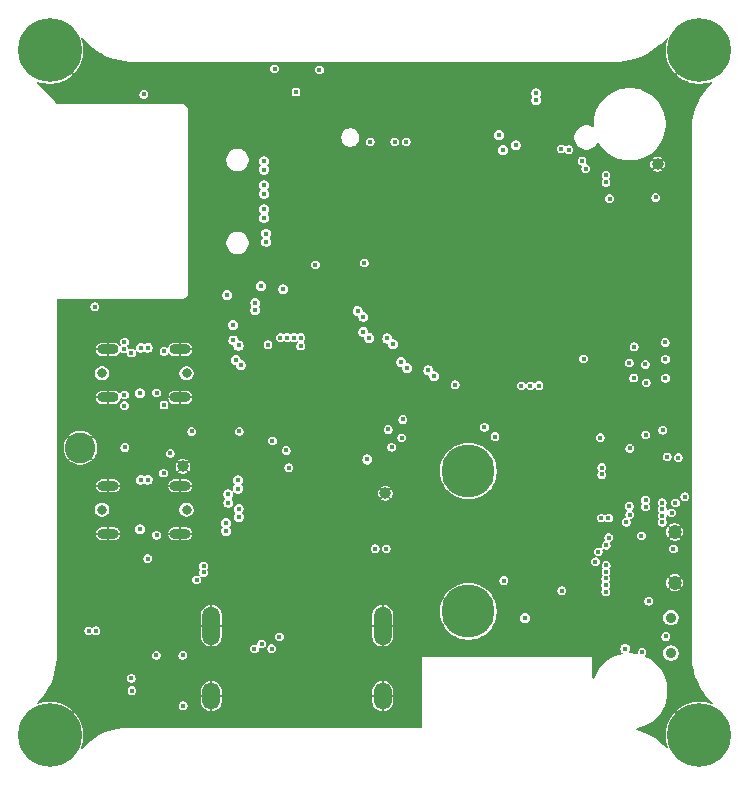
<source format=gbr>
%TF.GenerationSoftware,KiCad,Pcbnew,9.0.0*%
%TF.CreationDate,2025-04-08T18:44:39+02:00*%
%TF.ProjectId,CM5_MINIMA_3,434d355f-4d49-44e4-994d-415f332e6b69,2*%
%TF.SameCoordinates,Original*%
%TF.FileFunction,Copper,L5,Inr*%
%TF.FilePolarity,Positive*%
%FSLAX46Y46*%
G04 Gerber Fmt 4.6, Leading zero omitted, Abs format (unit mm)*
G04 Created by KiCad (PCBNEW 9.0.0) date 2025-04-08 18:44:39*
%MOMM*%
%LPD*%
G01*
G04 APERTURE LIST*
%TA.AperFunction,ComponentPad*%
%ADD10C,4.500000*%
%TD*%
%TA.AperFunction,ComponentPad*%
%ADD11C,5.400000*%
%TD*%
%TA.AperFunction,ComponentPad*%
%ADD12C,2.600000*%
%TD*%
%TA.AperFunction,ComponentPad*%
%ADD13C,0.800000*%
%TD*%
%TA.AperFunction,ComponentPad*%
%ADD14O,1.800000X0.860000*%
%TD*%
%TA.AperFunction,ComponentPad*%
%ADD15C,1.000000*%
%TD*%
%TA.AperFunction,ComponentPad*%
%ADD16O,1.500000X3.300000*%
%TD*%
%TA.AperFunction,ComponentPad*%
%ADD17O,1.500000X2.300000*%
%TD*%
%TA.AperFunction,ComponentPad*%
%ADD18C,1.200000*%
%TD*%
%TA.AperFunction,ComponentPad*%
%ADD19C,0.900000*%
%TD*%
%TA.AperFunction,ViaPad*%
%ADD20C,0.450000*%
%TD*%
G04 APERTURE END LIST*
D10*
%TO.N,N/C*%
%TO.C,M701*%
X35450000Y22375000D03*
%TD*%
D11*
%TO.N,GND*%
%TO.C,H105*%
X0Y0D03*
%TD*%
D10*
%TO.N,N/C*%
%TO.C,M702*%
X35450000Y10500000D03*
%TD*%
D11*
%TO.N,GND*%
%TO.C,H103*%
X55000000Y58000000D03*
%TD*%
D12*
%TO.N,GND*%
%TO.C,H101*%
X2600000Y24350000D03*
%TD*%
D13*
%TO.N,*%
%TO.C,J101*%
X11580000Y30650000D03*
X4420000Y30650000D03*
D14*
%TO.N,GND*%
X11050000Y28620000D03*
X11050000Y32680000D03*
X4950000Y28620000D03*
X4950000Y32680000D03*
%TD*%
D15*
%TO.N,GND*%
%TO.C,TP105*%
X11280000Y22780000D03*
%TD*%
D16*
%TO.N,GND*%
%TO.C,J501*%
X28190000Y9280000D03*
X13690000Y9280000D03*
D17*
X13690000Y3320000D03*
X28190000Y3320000D03*
%TD*%
D11*
%TO.N,GND*%
%TO.C,H104*%
X55000000Y0D03*
%TD*%
D13*
%TO.N,*%
%TO.C,USB701*%
X11580000Y19100000D03*
X4420000Y19100000D03*
D14*
%TO.N,GND*%
X11050000Y17070000D03*
X11050000Y21130000D03*
X4950000Y17070000D03*
X4950000Y21130000D03*
%TD*%
D11*
%TO.N,GND*%
%TO.C,H102*%
X0Y58000000D03*
%TD*%
D18*
%TO.N,GND*%
%TO.C,SW501*%
X52920000Y17230000D03*
X52920000Y12930000D03*
%TD*%
D15*
%TO.N,GND*%
%TO.C,TP104*%
X51460000Y48370000D03*
%TD*%
%TO.N,GND*%
%TO.C,TP106*%
X28410000Y20500000D03*
%TD*%
D19*
%TO.N,*%
%TO.C,SW101*%
X52590000Y9970000D03*
X52590000Y6970000D03*
%TD*%
D20*
%TO.N,GND*%
X17500000Y48250000D03*
X17475000Y46225000D03*
X17500000Y44175000D03*
X17675000Y42150000D03*
X17800000Y41200000D03*
X17775000Y43150000D03*
X17775000Y45200000D03*
X17775000Y47275000D03*
X17750000Y49225000D03*
%TO.N,/CM5/ETH_PI.TRD3_P*%
X18150000Y47910000D03*
%TO.N,/CM5/ETH_PI.TRD3_N*%
X18150000Y48610000D03*
%TO.N,/CM5/ETH_PI.TRD0_P*%
X18325000Y41790000D03*
%TO.N,/CM5/ETH_PI.TRD0_N*%
X18325000Y42490000D03*
%TO.N,/CM5/ETH_PI.TRD1_P*%
X18153974Y43830000D03*
%TO.N,/CM5/ETH_PI.TRD1_N*%
X18153974Y44530000D03*
%TO.N,/CM5/ETH_PI.TRD2_P*%
X18143487Y45870000D03*
%TO.N,/CM5/ETH_PI.TRD2_N*%
X18143487Y46570000D03*
%TO.N,/CM5/PCIE_PI.nWAKE*%
X17900000Y38050000D03*
%TO.N,/CM5/PCIE_PI.nCLKREQ*%
X15025000Y37275000D03*
%TO.N,/CM5/PCIE_PI.nRST*%
X19775000Y37775000D03*
%TO.N,GND*%
X8000000Y24460000D03*
X32690000Y54670000D03*
X47010000Y40040000D03*
X31840000Y16680000D03*
X27240000Y35590000D03*
X26830000Y32920000D03*
X43640000Y50390000D03*
X8710500Y33430000D03*
X40090000Y49650000D03*
X7970000Y25620000D03*
X39690000Y12470000D03*
X13230000Y25440000D03*
X6870000Y3190000D03*
X10320000Y14070000D03*
X11250000Y18150000D03*
X3660000Y5900000D03*
X30180000Y1150000D03*
X31490000Y17720000D03*
X27000000Y16650000D03*
X38200000Y29700000D03*
X4800000Y20050000D03*
X36180000Y17720000D03*
X53850000Y34740000D03*
X40310000Y12480000D03*
X53850000Y39630000D03*
X31200000Y5400000D03*
X24950000Y12190000D03*
X10620000Y1150000D03*
X28190000Y54610000D03*
X35160000Y18740000D03*
X27650000Y21230000D03*
X12250000Y1150000D03*
X43150000Y23700000D03*
X49950000Y18500000D03*
X52270000Y26319998D03*
X7180000Y56500000D03*
X53657714Y19643035D03*
X26130000Y36600000D03*
X5550000Y56500000D03*
X29910000Y32290000D03*
X53850000Y47780000D03*
X2700000Y2450000D03*
X13000000Y46120000D03*
X34430000Y17720000D03*
X30285000Y40845000D03*
X45450000Y22400000D03*
X32410000Y6910000D03*
X52080000Y32620000D03*
X1150000Y8640000D03*
X16400000Y22080000D03*
X21200000Y13040000D03*
X52060000Y28880000D03*
X20980000Y21940000D03*
X24050000Y22750000D03*
X31200000Y1150000D03*
X17140000Y1150000D03*
X4100000Y1150000D03*
X1150000Y16790000D03*
X49160000Y22240000D03*
X1150000Y34720000D03*
X25390000Y35760000D03*
X13220000Y30010000D03*
X4660000Y33890000D03*
X28450000Y23800000D03*
X29790000Y33270000D03*
X19410000Y7690000D03*
X20400000Y1150000D03*
X44320000Y6860000D03*
X37630000Y49610000D03*
X1150000Y13530000D03*
X31380000Y30760000D03*
X16960000Y56500000D03*
X52790000Y31600000D03*
X17225000Y55025000D03*
X49220000Y33940000D03*
X46970000Y30920000D03*
X14300000Y14100000D03*
X3660000Y4890000D03*
X13000000Y42860000D03*
X31300000Y40875000D03*
X46610000Y35480000D03*
X24200000Y13020000D03*
X53850000Y46150000D03*
X24950000Y8250000D03*
X12570000Y32430000D03*
X15510000Y1150000D03*
X4750000Y31600000D03*
X1150000Y3750000D03*
X15490000Y16870000D03*
X30500000Y27400000D03*
X16280000Y7710000D03*
X49110000Y38280000D03*
X14960000Y21955000D03*
X1150000Y21680000D03*
X49850000Y25150000D03*
X46200000Y13850000D03*
X29550000Y23800000D03*
X52550000Y29660000D03*
X6810000Y7990000D03*
X53850000Y38000000D03*
X41660000Y6880000D03*
X46240000Y47330000D03*
X16970000Y14630000D03*
X45700000Y15600000D03*
X14840000Y15980000D03*
X18770000Y1150000D03*
X32300000Y21100000D03*
X27159743Y17911434D03*
X46820000Y24640000D03*
X23450000Y8350000D03*
X13000000Y39600000D03*
X32999147Y29924321D03*
X53900000Y4340000D03*
X28740000Y34310000D03*
X46400000Y6250000D03*
X25890000Y34060000D03*
X25940000Y7240000D03*
X28950000Y32400000D03*
X35400000Y16670000D03*
X26670000Y34800000D03*
X53900000Y10860000D03*
X18500000Y18100000D03*
X25290000Y1150000D03*
X31010000Y31260000D03*
X29080000Y31440000D03*
X16060000Y26580000D03*
X27650000Y13100000D03*
X33300000Y18760000D03*
X1150000Y28200000D03*
X46200000Y12717500D03*
X53900000Y5970000D03*
X23660000Y1150000D03*
X52450000Y55200000D03*
X9250000Y9950000D03*
X16130000Y30570000D03*
X7240000Y33380000D03*
X22030000Y1150000D03*
X13310000Y18240000D03*
X51325000Y38425000D03*
X51300000Y650000D03*
X49070000Y37240000D03*
X1150000Y10270000D03*
X38100000Y20900000D03*
X40400000Y10700000D03*
X20450000Y12200000D03*
X28000000Y18800000D03*
X49700000Y24250000D03*
X43150000Y20150000D03*
X29340000Y18780000D03*
X53850000Y41260000D03*
X26400000Y54640000D03*
X6680000Y5470000D03*
X53850000Y52670000D03*
X53850000Y49410000D03*
X18459997Y56450000D03*
X53900000Y9230000D03*
X53900000Y7600000D03*
X24300000Y20700000D03*
X53850000Y31480000D03*
X21950000Y8350000D03*
X27740000Y33810000D03*
X1150000Y33090000D03*
X10070000Y9960000D03*
X37900000Y24600000D03*
X4750000Y29700000D03*
X50080000Y30360000D03*
X22460000Y55860000D03*
X4800000Y18150000D03*
X25750002Y13550000D03*
X16325000Y52525000D03*
X13280000Y17050000D03*
X16370000Y16940000D03*
X31200000Y3300000D03*
X14863995Y33226004D03*
X28600000Y17720000D03*
X13210000Y29150000D03*
X13350000Y23050000D03*
X17460000Y12080000D03*
X49320000Y56500000D03*
X40710000Y55880000D03*
X16420000Y15830000D03*
X53850000Y42890000D03*
X35470000Y6945000D03*
X46200000Y13295000D03*
X36670000Y18780000D03*
X49080000Y29150000D03*
X52750000Y3050000D03*
X1150000Y20050000D03*
X25800000Y23100000D03*
X10440000Y56500000D03*
X37070000Y16680000D03*
X40010000Y11930000D03*
X46510000Y36990000D03*
X15330000Y56500000D03*
X47690000Y56500000D03*
X11250000Y31600000D03*
X32350000Y40875000D03*
X46430000Y46670000D03*
X37240000Y54770000D03*
X9350000Y11950000D03*
X8990000Y1150000D03*
X53850000Y51040000D03*
X53850000Y29850000D03*
X1150000Y26570000D03*
X11250000Y20050000D03*
X23450000Y12200000D03*
X2800000Y10950000D03*
X43950000Y54670000D03*
X1150000Y36350000D03*
X7360000Y1150000D03*
X53850000Y54300000D03*
X1150000Y29830000D03*
X13400000Y55000000D03*
X11110000Y15930000D03*
X1150000Y11900000D03*
X6170000Y4340000D03*
X5730000Y1150000D03*
X50960000Y12490000D03*
X38190000Y51450000D03*
X45350000Y32545000D03*
X1150000Y15160000D03*
X13880000Y1150000D03*
X11350000Y34050000D03*
X49170000Y32260000D03*
X38690000Y6900000D03*
X50950000Y56500000D03*
X53880000Y28090000D03*
X37690000Y17710000D03*
X1150000Y18420000D03*
X16990000Y8240000D03*
X1150000Y5380000D03*
X43270000Y29670000D03*
X16000000Y23345000D03*
X33270000Y30600000D03*
X17900000Y7150000D03*
X38200000Y14900000D03*
X6990000Y21780000D03*
X26530000Y50800000D03*
X32160000Y31590000D03*
X17880000Y16610000D03*
X1150000Y7010000D03*
X39550000Y16750000D03*
X12070000Y56500000D03*
X49073266Y20173266D03*
X32420000Y22240000D03*
X30120000Y30460000D03*
X29650000Y51070000D03*
X43104412Y22195588D03*
X49000000Y16200000D03*
X38010000Y18780000D03*
X9070000Y21840000D03*
X26920000Y1150000D03*
X26900000Y19800000D03*
X13000000Y49380000D03*
X33300000Y19950000D03*
X15503281Y34085999D03*
X21950000Y12180000D03*
X13000000Y52610000D03*
X53850000Y44520000D03*
X13700000Y56500000D03*
X1150000Y31460000D03*
X4400000Y12000000D03*
X44050000Y31650000D03*
X3920000Y56500000D03*
X8810000Y56500000D03*
X28550000Y1150000D03*
X25800000Y19180000D03*
X13220000Y26660000D03*
X53850000Y36370000D03*
X44520000Y54670000D03*
%TO.N,Net-(J1-MP1)*%
X3825000Y36300000D03*
X7975000Y54275000D03*
%TO.N,/CM5/nLED_ACTIVITY*%
X52280000Y23580000D03*
%TO.N,/CM5/nRPIBOOT*%
X52650000Y18850000D03*
X52160000Y8380000D03*
%TO.N,/CM5/EEPROM_nWP*%
X49070000Y31540000D03*
X52100000Y33270000D03*
%TO.N,/CM5/PI_nLED_PWR*%
X52980000Y19690000D03*
%TO.N,/CM5/nLED_SPEED_100_1000*%
X52130000Y31850000D03*
X20850000Y54475000D03*
%TO.N,/IO/SCL*%
X36800000Y26100000D03*
X6910000Y4840000D03*
%TO.N,/IO/SDA*%
X37700000Y25300000D03*
X6960000Y3790000D03*
%TO.N,+3V3_PI*%
X11275000Y6775000D03*
X28500000Y15800000D03*
X46700000Y18400000D03*
X27550000Y15800000D03*
X47300000Y18400000D03*
X48800000Y18050000D03*
X22500000Y39850000D03*
X11300000Y2500000D03*
X46750000Y22680000D03*
X9025000Y6775000D03*
X20250000Y22660000D03*
X46750000Y22090000D03*
%TO.N,Net-(D702-K)*%
X19040000Y56450000D03*
X22840000Y56340000D03*
%TO.N,/CM5/CAM_GPIO0*%
X46200000Y14700000D03*
%TO.N,/CM5/PWR_BUT*%
X50100000Y16900000D03*
X52809409Y15790499D03*
%TO.N,/CM5/VBUS_EN*%
X18483721Y33062048D03*
X8300000Y14975000D03*
%TO.N,/CM5/PWM*%
X34325000Y29675000D03*
X50420000Y31410000D03*
%TO.N,/CM5/TACHO*%
X45200000Y31895000D03*
%TO.N,/CM5/CAM_GPIO1*%
X46450000Y15550000D03*
%TO.N,/USB_C.D_P*%
X7698000Y32829587D03*
X17400000Y36632000D03*
%TO.N,/CC2*%
X6914066Y32371560D03*
X47110000Y16100000D03*
%TO.N,/USB_C.D_N*%
X7650000Y28950000D03*
X17400000Y36028000D03*
X8302000Y32829587D03*
%TO.N,/CC1*%
X9050000Y29000000D03*
X47330000Y16750000D03*
%TO.N,+5V*%
X12430000Y13160000D03*
X51850000Y18050000D03*
X47090000Y13300000D03*
X50450000Y19350000D03*
X13022500Y14350000D03*
X53220000Y23520000D03*
X6325000Y28825000D03*
X51850000Y19700000D03*
X19530000Y33680000D03*
X53780000Y20210000D03*
X9675000Y32525000D03*
X20683333Y33680000D03*
X47090000Y12717500D03*
X6250000Y32725000D03*
X10210000Y23880000D03*
X51850000Y19150000D03*
X47110000Y14400000D03*
X9675000Y27975000D03*
X51300000Y45550000D03*
X6360000Y24380000D03*
X6330000Y27925000D03*
X6330000Y33300000D03*
X12020000Y25730000D03*
X21260000Y32970000D03*
X47090000Y12150000D03*
X20106667Y33680000D03*
X51850000Y18600000D03*
X47100000Y13850000D03*
X21260000Y33680000D03*
X50450000Y19925000D03*
X13022500Y13800000D03*
%TO.N,/CM5/ETH_nLED_ACTIVITY*%
X49475000Y32900000D03*
X26630000Y40000000D03*
%TO.N,M2_3V3*%
X40700000Y29610000D03*
X43320000Y49650000D03*
X47100000Y47425000D03*
X47400000Y45450000D03*
X43360000Y12250000D03*
X50730000Y11360000D03*
X30190000Y50255000D03*
X39920000Y29610000D03*
X41430000Y29620000D03*
X50150000Y7040000D03*
X27136178Y50255000D03*
X29210000Y50255000D03*
X43950000Y49590000D03*
X45375000Y47975000D03*
X47100000Y46825000D03*
X45070000Y48630000D03*
%TO.N,/USB/CC1*%
X9050000Y16950000D03*
X9640000Y22210000D03*
%TO.N,/CM5/USB2P.D_P*%
X7698000Y21650000D03*
%TO.N,/CM5/USB2P.D_N*%
X8302000Y21650000D03*
X7650000Y17450000D03*
%TO.N,/CM5/SCL0*%
X49075000Y19425000D03*
%TO.N,/CM5/SDA0*%
X49100000Y18700000D03*
%TO.N,/CM5/PCIE_PI.TX_N*%
X16163547Y31366453D03*
%TO.N,/CM5/PCIE_PI.nWAKE*%
X39460000Y49960000D03*
%TO.N,/CM5/PCIE_PI.nCLKREQ*%
X38030000Y50820000D03*
%TO.N,/CM5/PCIE_PI.PWR_EN*%
X26880000Y23360000D03*
X48740990Y7353785D03*
X40250000Y9930000D03*
X15520000Y34750000D03*
%TO.N,/CM5/PCIE_PI.RX_N*%
X15984144Y33011133D03*
%TO.N,/CM5/PCIE_PI.CLK_P*%
X41200000Y54372000D03*
%TO.N,/CM5/PCIE_PI.RX_P*%
X15557050Y33438227D03*
%TO.N,/CM5/PCIE_PI.TX_P*%
X15736453Y31793547D03*
%TO.N,/CM5/PCIE_PI.CLK_N*%
X41200000Y53768000D03*
%TO.N,/CM5/PCIE_PI.nRST*%
X38380000Y49560000D03*
%TO.N,/CM5/DPHY0_P.D0_P*%
X26557488Y35442512D03*
%TO.N,/CM5/DPHY0_P.C_P*%
X29072789Y33109226D03*
%TO.N,/CM5/DPHY0_P.D1_P*%
X27057488Y33652512D03*
%TO.N,/CM5/DPHY0_P.D2_P*%
X30257437Y31114849D03*
%TO.N,/CM5/DPHY0_P.D3_N*%
X32062512Y30897488D03*
%TO.N,/CM5/DPHY0_P.D3_P*%
X32557488Y30402512D03*
%TO.N,/CM5/DPHY0_P.D0_N*%
X26062512Y35937488D03*
%TO.N,/CM5/DPHY0_P.D2_N*%
X29762461Y31609825D03*
%TO.N,/CM5/DPHY0_P.C_N*%
X28577813Y33604202D03*
%TO.N,/CM5/DPHY0_P.D1_N*%
X26562512Y34147488D03*
%TO.N,/CM5/HDMI_PI.CK_P*%
X14920701Y18000000D03*
%TO.N,/CM5/HDMI_PI.CK_N*%
X14920701Y17300000D03*
%TO.N,/CM5/HDMI_PI.D0_N*%
X16000000Y18500000D03*
%TO.N,/CM5/HDMI_PI.SCL*%
X18790000Y7350000D03*
%TO.N,/CM5/HDMI_PI.D2_P*%
X15945809Y21600000D03*
%TO.N,/CM5/HDMI_PI.D0_P*%
X16000000Y19200000D03*
%TO.N,/CM5/HDMI_PI.D1_N*%
X15112002Y19700000D03*
%TO.N,/CM5/HDMI_PI.HOTPLUG*%
X17333809Y7324180D03*
%TO.N,/CM5/HDMI_PI.D1_P*%
X15112002Y20400000D03*
%TO.N,/CM5/HDMI_PI.D2_N*%
X15945809Y20900000D03*
%TO.N,/CM5/HDMI_PI.SDA*%
X17950000Y7750000D03*
%TO.N,/CM5/HDMI_PI.CEC*%
X19450000Y8350000D03*
%TO.N,/CM5/MOSI_GPIO20*%
X50510000Y29850000D03*
X28650000Y25900000D03*
%TO.N,/CM5/MISO_GPIO19*%
X49460000Y30260000D03*
X29900000Y26750000D03*
%TO.N,/CM5/SCLK_GPIO21*%
X29800000Y25200000D03*
X52125000Y30250000D03*
%TO.N,/CM5/BL_GPIO24*%
X28950000Y24400000D03*
X51910000Y25840000D03*
%TO.N,/CM5/RST_GPIO27*%
X18850000Y24930000D03*
X46610000Y25210000D03*
%TO.N,/CM5/DC_GPI25*%
X20020000Y24130000D03*
X49100000Y24300000D03*
%TO.N,/CM5/CS_GPIO18*%
X50460000Y25450000D03*
X16050000Y25750000D03*
%TO.N,+BATT*%
X38450000Y13110000D03*
X3300000Y8850000D03*
X3900000Y8850000D03*
%TD*%
%TA.AperFunction,Conductor*%
%TO.N,GND*%
G36*
X52326520Y59053364D02*
G01*
X52347772Y59000865D01*
X52343622Y58977022D01*
X52276318Y58784677D01*
X52276316Y58784671D01*
X52205589Y58474795D01*
X52205589Y58474794D01*
X52170000Y58158926D01*
X52170000Y57841075D01*
X52205589Y57525207D01*
X52205589Y57525206D01*
X52276316Y57215330D01*
X52276321Y57215314D01*
X52381299Y56915304D01*
X52519214Y56628921D01*
X52688326Y56359780D01*
X52886507Y56111269D01*
X52943380Y56054396D01*
X53989898Y57100914D01*
X54100914Y56989898D01*
X53054396Y55943380D01*
X53111268Y55886508D01*
X53359779Y55688327D01*
X53628920Y55519215D01*
X53915303Y55381300D01*
X54215313Y55276322D01*
X54215329Y55276317D01*
X54525205Y55205590D01*
X54841075Y55170000D01*
X55158925Y55170000D01*
X55474793Y55205590D01*
X55474794Y55205590D01*
X55784670Y55276317D01*
X55784686Y55276322D01*
X55993829Y55349504D01*
X56006753Y55348779D01*
X56018744Y55353655D01*
X56033924Y55347253D01*
X56050377Y55346329D01*
X56059003Y55336676D01*
X56070930Y55331646D01*
X56077137Y55316385D01*
X56088117Y55304098D01*
X56087391Y55291174D01*
X56092268Y55279183D01*
X56085865Y55264003D01*
X56084942Y55247550D01*
X56070259Y55226997D01*
X56017365Y55174777D01*
X56017352Y55174765D01*
X55977780Y55135698D01*
X55977781Y55135697D01*
X55939261Y55097668D01*
X55939089Y55097474D01*
X55825976Y54985838D01*
X55547634Y54663708D01*
X55295658Y54320579D01*
X55071607Y53958577D01*
X54876913Y53580015D01*
X54876900Y53579987D01*
X54712762Y53187202D01*
X54580210Y52782660D01*
X54580207Y52782650D01*
X54580207Y52782648D01*
X54534994Y52595817D01*
X54480072Y52368870D01*
X54480071Y52368868D01*
X54412986Y51948483D01*
X54379367Y51524096D01*
X54379367Y51524090D01*
X54379367Y51524089D01*
X54379434Y51311231D01*
X54379441Y51257673D01*
X54379442Y51257667D01*
X54379443Y51253626D01*
X54379443Y51253614D01*
X54387139Y6739730D01*
X54387111Y6739661D01*
X54387179Y6499997D01*
X54387180Y6499983D01*
X54419746Y6083136D01*
X54419748Y6083119D01*
X54484609Y5670059D01*
X54519661Y5522710D01*
X54581379Y5263270D01*
X54670947Y4984935D01*
X54709462Y4865250D01*
X54709467Y4865235D01*
X54868097Y4478365D01*
X55056315Y4104984D01*
X55253663Y3779244D01*
X55272975Y3747367D01*
X55516773Y3407665D01*
X55516779Y3407658D01*
X55680787Y3213052D01*
X55786232Y3087936D01*
X55855219Y3017915D01*
X55895221Y2977313D01*
X55895281Y2977244D01*
X55898536Y2973941D01*
X56091282Y2778347D01*
X56111087Y2758250D01*
X56132377Y2705766D01*
X56110320Y2653601D01*
X56057836Y2632311D01*
X56033938Y2636462D01*
X55784686Y2723679D01*
X55784670Y2723684D01*
X55474794Y2794411D01*
X55158925Y2830000D01*
X54841075Y2830000D01*
X54525206Y2794411D01*
X54525205Y2794411D01*
X54215329Y2723684D01*
X54215313Y2723679D01*
X53915303Y2618701D01*
X53628920Y2480786D01*
X53359779Y2311674D01*
X53111268Y2113493D01*
X53054396Y2056620D01*
X54100914Y1010102D01*
X53989898Y899086D01*
X52943380Y1945604D01*
X52886507Y1888732D01*
X52688326Y1640221D01*
X52519214Y1371080D01*
X52381299Y1084697D01*
X52276321Y784687D01*
X52276316Y784671D01*
X52205589Y474795D01*
X52205589Y474794D01*
X52170000Y158926D01*
X52170000Y-158925D01*
X52205589Y-474793D01*
X52205589Y-474794D01*
X52276316Y-784670D01*
X52276323Y-784692D01*
X52352453Y-1002261D01*
X52351730Y-1015127D01*
X52356605Y-1027057D01*
X52350204Y-1042300D01*
X52349278Y-1058809D01*
X52339667Y-1067397D01*
X52334679Y-1079278D01*
X52319374Y-1085531D01*
X52307046Y-1096548D01*
X52294179Y-1095825D01*
X52282250Y-1100700D01*
X52267006Y-1094299D01*
X52250498Y-1093373D01*
X52230029Y-1078774D01*
X52135682Y-983514D01*
X52135672Y-983501D01*
X52113496Y-961112D01*
X52113471Y-961052D01*
X52092002Y-939386D01*
X52092003Y-939386D01*
X51942514Y-788528D01*
X51620721Y-511276D01*
X51278046Y-260291D01*
X51278042Y-260288D01*
X50916625Y-37135D01*
X50916618Y-37132D01*
X50538732Y156785D01*
X50146687Y320281D01*
X49742983Y452311D01*
X49742965Y452316D01*
X49705158Y461450D01*
X49659386Y494806D01*
X49650607Y550759D01*
X49683963Y596531D01*
X49706070Y605525D01*
X49987408Y669738D01*
X50326708Y788464D01*
X50650582Y944434D01*
X50954956Y1135685D01*
X51236003Y1359812D01*
X51490188Y1613997D01*
X51714315Y1895044D01*
X51905566Y2199418D01*
X52061536Y2523292D01*
X52180262Y2862592D01*
X52260252Y3213052D01*
X52300500Y3570264D01*
X52300500Y3929736D01*
X52260252Y4286948D01*
X52219727Y4464501D01*
X52180264Y4637400D01*
X52180259Y4637416D01*
X52160086Y4695066D01*
X52061536Y4976708D01*
X51905566Y5300582D01*
X51714315Y5604956D01*
X51490188Y5886003D01*
X51236003Y6140188D01*
X50954956Y6364315D01*
X50650582Y6555566D01*
X50438130Y6657878D01*
X50400391Y6700110D01*
X50403566Y6756658D01*
X50417910Y6776874D01*
X50450475Y6809438D01*
X50499910Y6895062D01*
X50525499Y6990563D01*
X50525500Y6990563D01*
X50525500Y7034069D01*
X51939500Y7034069D01*
X51939500Y6905931D01*
X51943824Y6884192D01*
X51964497Y6780261D01*
X51964498Y6780258D01*
X51998775Y6697505D01*
X52013535Y6661873D01*
X52084724Y6555331D01*
X52175331Y6464724D01*
X52281873Y6393535D01*
X52400256Y6344499D01*
X52400258Y6344499D01*
X52400260Y6344498D01*
X52442903Y6336016D01*
X52525931Y6319500D01*
X52525933Y6319500D01*
X52654067Y6319500D01*
X52654069Y6319500D01*
X52779744Y6344499D01*
X52898127Y6393535D01*
X53004669Y6464724D01*
X53095276Y6555331D01*
X53166465Y6661873D01*
X53215501Y6780256D01*
X53240500Y6905931D01*
X53240500Y7034069D01*
X53215501Y7159744D01*
X53166465Y7278127D01*
X53095276Y7384669D01*
X53004669Y7475276D01*
X52898127Y7546465D01*
X52898124Y7546467D01*
X52898123Y7546467D01*
X52779742Y7595502D01*
X52779739Y7595503D01*
X52681472Y7615049D01*
X52654069Y7620500D01*
X52525931Y7620500D01*
X52498528Y7615049D01*
X52400260Y7595503D01*
X52400257Y7595502D01*
X52281876Y7546467D01*
X52175331Y7475277D01*
X52175330Y7475275D01*
X52084725Y7384670D01*
X52084723Y7384669D01*
X52013533Y7278124D01*
X51964498Y7159743D01*
X51964497Y7159740D01*
X51950513Y7089435D01*
X51939500Y7034069D01*
X50525500Y7034069D01*
X50525500Y7089437D01*
X50525499Y7089438D01*
X50499911Y7184935D01*
X50499909Y7184940D01*
X50450474Y7270563D01*
X50380562Y7340475D01*
X50294939Y7389910D01*
X50294934Y7389912D01*
X50199437Y7415500D01*
X50199435Y7415500D01*
X50100565Y7415500D01*
X50100563Y7415500D01*
X50005065Y7389912D01*
X50005060Y7389910D01*
X49919437Y7340475D01*
X49849525Y7270563D01*
X49800090Y7184940D01*
X49800088Y7184935D01*
X49774500Y7089438D01*
X49774500Y6990560D01*
X49774597Y6990199D01*
X49774572Y6990013D01*
X49775133Y6985754D01*
X49773991Y6985604D01*
X49767199Y6934047D01*
X49722263Y6899573D01*
X49686651Y6898908D01*
X49636952Y6910251D01*
X49636951Y6910252D01*
X49476900Y6928285D01*
X49279736Y6950500D01*
X49118105Y6950500D01*
X49065779Y6972174D01*
X49044105Y7024500D01*
X49065779Y7076826D01*
X49081475Y7092522D01*
X49137493Y7189548D01*
X49166489Y7297765D01*
X49166490Y7297765D01*
X49166490Y7409805D01*
X49166489Y7409806D01*
X49164963Y7415500D01*
X49137493Y7518022D01*
X49081475Y7615048D01*
X49002253Y7694270D01*
X48914608Y7744872D01*
X48905231Y7750286D01*
X48905222Y7750290D01*
X48797010Y7779285D01*
X48797008Y7779285D01*
X48684972Y7779285D01*
X48684970Y7779285D01*
X48576757Y7750290D01*
X48576748Y7750286D01*
X48479726Y7694270D01*
X48400505Y7615049D01*
X48344489Y7518027D01*
X48344485Y7518018D01*
X48315490Y7409806D01*
X48315490Y7297765D01*
X48344485Y7189553D01*
X48344489Y7189544D01*
X48400505Y7092522D01*
X48483157Y7009870D01*
X48481430Y7008144D01*
X48505769Y6966019D01*
X48491127Y6911307D01*
X48448872Y6884192D01*
X48212596Y6830264D01*
X48212584Y6830260D01*
X47873295Y6711538D01*
X47549419Y6555567D01*
X47245043Y6364315D01*
X46963993Y6140185D01*
X46709815Y5886007D01*
X46485685Y5604957D01*
X46294433Y5300581D01*
X46138462Y4976705D01*
X46093847Y4849201D01*
X46056107Y4806970D01*
X45999559Y4803795D01*
X45957328Y4841535D01*
X45950000Y4873642D01*
X45950000Y6600000D01*
X31500000Y6600000D01*
X31500000Y726500D01*
X31478326Y674174D01*
X31426000Y652500D01*
X6706647Y652500D01*
X6549980Y652511D01*
X6549979Y652511D01*
X6549966Y652511D01*
X6549958Y652511D01*
X6549944Y652510D01*
X6135135Y620337D01*
X5724023Y556177D01*
X5724017Y556176D01*
X5319100Y460417D01*
X5319097Y460416D01*
X4922802Y333634D01*
X4537505Y176586D01*
X4537495Y176582D01*
X4165499Y-9788D01*
X4165485Y-9796D01*
X3808999Y-224386D01*
X3470175Y-465901D01*
X3151062Y-732878D01*
X3151051Y-732887D01*
X3006669Y-874059D01*
X3006667Y-874061D01*
X3006664Y-874063D01*
X3006664Y-874064D01*
X3002292Y-878338D01*
X2978936Y-901173D01*
X2977728Y-902354D01*
X2977726Y-902356D01*
X2754936Y-1120159D01*
X2702368Y-1141239D01*
X2650291Y-1118974D01*
X2629211Y-1066406D01*
X2633359Y-1042803D01*
X2723678Y-784686D01*
X2723683Y-784670D01*
X2794410Y-474794D01*
X2794410Y-474793D01*
X2830000Y-158925D01*
X2830000Y158926D01*
X2794410Y474794D01*
X2794410Y474795D01*
X2723683Y784671D01*
X2723678Y784687D01*
X2618700Y1084697D01*
X2480785Y1371080D01*
X2311673Y1640221D01*
X2113492Y1888732D01*
X2056620Y1945604D01*
X1010102Y899086D01*
X899086Y1010102D01*
X1945604Y2056620D01*
X1888731Y2113493D01*
X1640220Y2311674D01*
X1371072Y2480790D01*
X1356905Y2487613D01*
X1356903Y2487613D01*
X1228523Y2549438D01*
X10924500Y2549438D01*
X10924500Y2450563D01*
X10950088Y2355066D01*
X10950090Y2355061D01*
X10999525Y2269438D01*
X11069438Y2199525D01*
X11155062Y2150090D01*
X11155063Y2150090D01*
X11155065Y2150089D01*
X11192147Y2140153D01*
X11250562Y2124501D01*
X11250563Y2124500D01*
X11250565Y2124500D01*
X11349437Y2124500D01*
X11349437Y2124501D01*
X11444938Y2150090D01*
X11530562Y2199525D01*
X11600475Y2269438D01*
X11649910Y2355062D01*
X11675499Y2450563D01*
X11675500Y2450563D01*
X11675500Y2549437D01*
X11675499Y2549438D01*
X11649911Y2644935D01*
X11649909Y2644940D01*
X11618772Y2698871D01*
X11600475Y2730562D01*
X11530562Y2800475D01*
X11503826Y2815911D01*
X11444939Y2849910D01*
X11444934Y2849912D01*
X11349437Y2875500D01*
X11349435Y2875500D01*
X11250565Y2875500D01*
X11250563Y2875500D01*
X11155065Y2849912D01*
X11155060Y2849910D01*
X11069437Y2800475D01*
X10999525Y2730563D01*
X10950090Y2644940D01*
X10950088Y2644935D01*
X10924500Y2549438D01*
X1228523Y2549438D01*
X1084699Y2618700D01*
X784686Y2723679D01*
X784670Y2723684D01*
X474794Y2794411D01*
X158925Y2830000D01*
X-158925Y2830000D01*
X-474794Y2794411D01*
X-474795Y2794411D01*
X-784671Y2723684D01*
X-784693Y2723677D01*
X-985351Y2653464D01*
X-998333Y2654193D01*
X-1010387Y2649313D01*
X-1025506Y2655719D01*
X-1041899Y2656639D01*
X-1050565Y2666337D01*
X-1062537Y2671409D01*
X-1068699Y2686629D01*
X-1079638Y2698871D01*
X-1078910Y2711853D01*
X-1083789Y2723907D01*
X-1077384Y2739022D01*
X-1076463Y2755419D01*
X-1061695Y2776055D01*
X-1059365Y2778347D01*
X-1021190Y2815911D01*
X-1021191Y2815912D01*
X-1002694Y2834114D01*
X-869228Y2965413D01*
X-589980Y3287585D01*
X-337137Y3630870D01*
X-207675Y3839438D01*
X6584500Y3839438D01*
X6584500Y3740563D01*
X6610088Y3645066D01*
X6610090Y3645061D01*
X6653272Y3570268D01*
X6659525Y3559438D01*
X6729438Y3489525D01*
X6815062Y3440090D01*
X6815063Y3440090D01*
X6815065Y3440089D01*
X6862813Y3427295D01*
X6910562Y3414501D01*
X6910563Y3414500D01*
X6910565Y3414500D01*
X7009437Y3414500D01*
X7009437Y3414501D01*
X7104938Y3440090D01*
X7190562Y3489525D01*
X7260475Y3559438D01*
X7309910Y3645062D01*
X7335499Y3740563D01*
X7335500Y3740563D01*
X7335500Y3806672D01*
X12810000Y3806672D01*
X12810000Y3398500D01*
X13240000Y3398500D01*
X13240000Y3241500D01*
X12810000Y3241500D01*
X12810000Y2833329D01*
X12843816Y2663320D01*
X12843818Y2663313D01*
X12910152Y2503168D01*
X13006458Y2359034D01*
X13129033Y2236459D01*
X13273167Y2140153D01*
X13433312Y2073819D01*
X13433319Y2073817D01*
X13603329Y2040000D01*
X13611500Y2040000D01*
X13611500Y2475160D01*
X13630756Y2470000D01*
X13749244Y2470000D01*
X13768500Y2475160D01*
X13768500Y2040000D01*
X13776671Y2040000D01*
X13946680Y2073817D01*
X13946687Y2073819D01*
X14106832Y2140153D01*
X14250966Y2236459D01*
X14250968Y2236460D01*
X14373540Y2359032D01*
X14373541Y2359034D01*
X14469847Y2503168D01*
X14536181Y2663313D01*
X14536183Y2663320D01*
X14570000Y2833329D01*
X14570000Y3241500D01*
X14140000Y3241500D01*
X14140000Y3398500D01*
X14570000Y3398500D01*
X14570000Y3806672D01*
X27310000Y3806672D01*
X27310000Y3398500D01*
X27740000Y3398500D01*
X27740000Y3241500D01*
X27310000Y3241500D01*
X27310000Y2833329D01*
X27343816Y2663320D01*
X27343818Y2663313D01*
X27410152Y2503168D01*
X27506458Y2359034D01*
X27629033Y2236459D01*
X27773167Y2140153D01*
X27933312Y2073819D01*
X27933319Y2073817D01*
X28103329Y2040000D01*
X28111500Y2040000D01*
X28111500Y2475160D01*
X28130756Y2470000D01*
X28249244Y2470000D01*
X28268500Y2475160D01*
X28268500Y2040000D01*
X28276671Y2040000D01*
X28446680Y2073817D01*
X28446687Y2073819D01*
X28606832Y2140153D01*
X28750966Y2236459D01*
X28750968Y2236460D01*
X28873540Y2359032D01*
X28873541Y2359034D01*
X28969847Y2503168D01*
X29036181Y2663313D01*
X29036183Y2663320D01*
X29070000Y2833329D01*
X29070000Y3241500D01*
X28640000Y3241500D01*
X28640000Y3398500D01*
X29070000Y3398500D01*
X29070000Y3806672D01*
X29036183Y3976681D01*
X29036181Y3976688D01*
X28969847Y4136833D01*
X28873541Y4280967D01*
X28750966Y4403542D01*
X28606832Y4499848D01*
X28446687Y4566182D01*
X28446680Y4566184D01*
X28276671Y4600000D01*
X28268500Y4600000D01*
X28268500Y4164841D01*
X28249244Y4170000D01*
X28130756Y4170000D01*
X28111500Y4164841D01*
X28111500Y4600000D01*
X28103329Y4600000D01*
X27933319Y4566184D01*
X27933312Y4566182D01*
X27773167Y4499848D01*
X27629033Y4403542D01*
X27629032Y4403540D01*
X27506460Y4280968D01*
X27506458Y4280967D01*
X27410152Y4136833D01*
X27343818Y3976688D01*
X27343816Y3976681D01*
X27310000Y3806672D01*
X14570000Y3806672D01*
X14536183Y3976681D01*
X14536181Y3976688D01*
X14469847Y4136833D01*
X14373541Y4280967D01*
X14250966Y4403542D01*
X14106832Y4499848D01*
X13946687Y4566182D01*
X13946680Y4566184D01*
X13776671Y4600000D01*
X13768500Y4600000D01*
X13768500Y4164841D01*
X13749244Y4170000D01*
X13630756Y4170000D01*
X13611500Y4164841D01*
X13611500Y4600000D01*
X13603329Y4600000D01*
X13433319Y4566184D01*
X13433312Y4566182D01*
X13273167Y4499848D01*
X13129033Y4403542D01*
X13129032Y4403540D01*
X13006460Y4280968D01*
X13006458Y4280967D01*
X12910152Y4136833D01*
X12843818Y3976688D01*
X12843816Y3976681D01*
X12810000Y3806672D01*
X7335500Y3806672D01*
X7335500Y3839437D01*
X7335499Y3839438D01*
X7309911Y3934935D01*
X7309909Y3934940D01*
X7260474Y4020563D01*
X7190562Y4090475D01*
X7104939Y4139910D01*
X7104934Y4139912D01*
X7009437Y4165500D01*
X7009435Y4165500D01*
X6910565Y4165500D01*
X6910563Y4165500D01*
X6815065Y4139912D01*
X6815060Y4139910D01*
X6729437Y4090475D01*
X6659525Y4020563D01*
X6610090Y3934940D01*
X6610088Y3934935D01*
X6584500Y3839438D01*
X-207675Y3839438D01*
X-112289Y3993109D01*
X83152Y4372024D01*
X247956Y4765233D01*
X288781Y4889438D01*
X6534500Y4889438D01*
X6534500Y4790563D01*
X6560088Y4695066D01*
X6560090Y4695061D01*
X6593381Y4637400D01*
X6609525Y4609438D01*
X6679438Y4539525D01*
X6765062Y4490090D01*
X6765063Y4490090D01*
X6765065Y4490089D01*
X6808820Y4478365D01*
X6860562Y4464501D01*
X6860563Y4464500D01*
X6860565Y4464500D01*
X6959437Y4464500D01*
X6959437Y4464501D01*
X7054938Y4490090D01*
X7140562Y4539525D01*
X7210475Y4609438D01*
X7259910Y4695062D01*
X7285499Y4790563D01*
X7285500Y4790563D01*
X7285500Y4889437D01*
X7285499Y4889438D01*
X7259911Y4984935D01*
X7259909Y4984940D01*
X7210474Y5070563D01*
X7140562Y5140475D01*
X7054939Y5189910D01*
X7054934Y5189912D01*
X6959437Y5215500D01*
X6959435Y5215500D01*
X6860565Y5215500D01*
X6860563Y5215500D01*
X6765065Y5189912D01*
X6765060Y5189910D01*
X6679437Y5140475D01*
X6609525Y5070563D01*
X6560090Y4984940D01*
X6560088Y4984935D01*
X6534500Y4889438D01*
X288781Y4889438D01*
X381086Y5170264D01*
X481707Y5584570D01*
X549185Y6005546D01*
X583095Y6430545D01*
X583137Y6643719D01*
X583154Y6697277D01*
X583153Y6697280D01*
X583192Y6824438D01*
X8649500Y6824438D01*
X8649500Y6725563D01*
X8675088Y6630066D01*
X8675090Y6630061D01*
X8724525Y6544438D01*
X8794438Y6474525D01*
X8811414Y6464724D01*
X8870613Y6430545D01*
X8880062Y6425090D01*
X8880063Y6425090D01*
X8880065Y6425089D01*
X8927813Y6412295D01*
X8975562Y6399501D01*
X8975563Y6399500D01*
X8975565Y6399500D01*
X9074437Y6399500D01*
X9074437Y6399501D01*
X9169938Y6425090D01*
X9255562Y6474525D01*
X9325475Y6544438D01*
X9374910Y6630062D01*
X9400499Y6725563D01*
X9400500Y6725563D01*
X9400500Y6824437D01*
X9400499Y6824438D01*
X10899500Y6824438D01*
X10899500Y6725563D01*
X10925088Y6630066D01*
X10925090Y6630061D01*
X10974525Y6544438D01*
X11044438Y6474525D01*
X11061414Y6464724D01*
X11120613Y6430545D01*
X11130062Y6425090D01*
X11130063Y6425090D01*
X11130065Y6425089D01*
X11177813Y6412295D01*
X11225562Y6399501D01*
X11225563Y6399500D01*
X11225565Y6399500D01*
X11324437Y6399500D01*
X11324437Y6399501D01*
X11419938Y6425090D01*
X11505562Y6474525D01*
X11575475Y6544438D01*
X11624910Y6630062D01*
X11650499Y6725563D01*
X11650500Y6725563D01*
X11650500Y6824437D01*
X11650499Y6824438D01*
X11649194Y6829307D01*
X11631576Y6895062D01*
X11624911Y6919935D01*
X11624909Y6919940D01*
X11598305Y6966019D01*
X11575475Y7005562D01*
X11505562Y7075475D01*
X11481379Y7089437D01*
X11419939Y7124910D01*
X11419934Y7124912D01*
X11324437Y7150500D01*
X11324435Y7150500D01*
X11225565Y7150500D01*
X11225563Y7150500D01*
X11130065Y7124912D01*
X11130060Y7124910D01*
X11044437Y7075475D01*
X10974525Y7005563D01*
X10925090Y6919940D01*
X10925088Y6919935D01*
X10899500Y6824438D01*
X9400499Y6824438D01*
X9399194Y6829307D01*
X9381576Y6895062D01*
X9374911Y6919935D01*
X9374909Y6919940D01*
X9348305Y6966019D01*
X9325475Y7005562D01*
X9255562Y7075475D01*
X9231379Y7089437D01*
X9169939Y7124910D01*
X9169934Y7124912D01*
X9074437Y7150500D01*
X9074435Y7150500D01*
X8975565Y7150500D01*
X8975563Y7150500D01*
X8880065Y7124912D01*
X8880060Y7124910D01*
X8794437Y7075475D01*
X8724525Y7005563D01*
X8675090Y6919940D01*
X8675088Y6919935D01*
X8649500Y6824438D01*
X583192Y6824438D01*
X583359Y7373618D01*
X16958309Y7373618D01*
X16958309Y7274743D01*
X16983897Y7179246D01*
X16983899Y7179241D01*
X17018427Y7119438D01*
X17033334Y7093618D01*
X17103247Y7023705D01*
X17144151Y7000089D01*
X17188472Y6974500D01*
X17188871Y6974270D01*
X17188872Y6974270D01*
X17188874Y6974269D01*
X17196693Y6972174D01*
X17284371Y6948681D01*
X17284372Y6948680D01*
X17284374Y6948680D01*
X17383246Y6948680D01*
X17383246Y6948681D01*
X17478747Y6974270D01*
X17564371Y7023705D01*
X17634284Y7093618D01*
X17683719Y7179242D01*
X17709308Y7274743D01*
X17709309Y7274743D01*
X17709309Y7329309D01*
X17730983Y7381635D01*
X17783309Y7403309D01*
X17802462Y7400787D01*
X17805060Y7400091D01*
X17805062Y7400090D01*
X17900562Y7374501D01*
X17900563Y7374500D01*
X17900565Y7374500D01*
X17999437Y7374500D01*
X17999437Y7374501D01*
X18092505Y7399438D01*
X18414500Y7399438D01*
X18414500Y7300563D01*
X18440088Y7205066D01*
X18440090Y7205061D01*
X18471591Y7150500D01*
X18489525Y7119438D01*
X18559438Y7049525D01*
X18602783Y7024500D01*
X18628122Y7009870D01*
X18645062Y7000090D01*
X18645063Y7000090D01*
X18645065Y7000089D01*
X18682670Y6990013D01*
X18740562Y6974501D01*
X18740563Y6974500D01*
X18740565Y6974500D01*
X18839437Y6974500D01*
X18839437Y6974501D01*
X18934938Y7000090D01*
X19020562Y7049525D01*
X19090475Y7119438D01*
X19139910Y7205062D01*
X19165499Y7300563D01*
X19165500Y7300563D01*
X19165500Y7399437D01*
X19165499Y7399438D01*
X19139911Y7494935D01*
X19139909Y7494940D01*
X19105382Y7554742D01*
X19090475Y7580562D01*
X19020562Y7650475D01*
X18934939Y7699910D01*
X18934934Y7699912D01*
X18839437Y7725500D01*
X18839435Y7725500D01*
X18740565Y7725500D01*
X18740563Y7725500D01*
X18645065Y7699912D01*
X18645060Y7699910D01*
X18559437Y7650475D01*
X18489525Y7580563D01*
X18440090Y7494940D01*
X18440088Y7494935D01*
X18414500Y7399438D01*
X18092505Y7399438D01*
X18094938Y7400090D01*
X18180562Y7449525D01*
X18250475Y7519438D01*
X18299910Y7605062D01*
X18325499Y7700563D01*
X18325500Y7700563D01*
X18325500Y7799437D01*
X18325499Y7799438D01*
X18299911Y7894935D01*
X18299909Y7894940D01*
X18250474Y7980563D01*
X18180562Y8050475D01*
X18094939Y8099910D01*
X18094934Y8099912D01*
X17999437Y8125500D01*
X17999435Y8125500D01*
X17900565Y8125500D01*
X17900563Y8125500D01*
X17805065Y8099912D01*
X17805060Y8099910D01*
X17719437Y8050475D01*
X17649525Y7980563D01*
X17600090Y7894940D01*
X17600088Y7894935D01*
X17574500Y7799438D01*
X17574500Y7744872D01*
X17552826Y7692546D01*
X17500500Y7670872D01*
X17481347Y7673393D01*
X17478748Y7674090D01*
X17478747Y7674090D01*
X17383244Y7699680D01*
X17284374Y7699680D01*
X17284372Y7699680D01*
X17188874Y7674092D01*
X17188869Y7674090D01*
X17103246Y7624655D01*
X17033334Y7554743D01*
X16983899Y7469120D01*
X16983897Y7469115D01*
X16958309Y7373618D01*
X583359Y7373618D01*
X583823Y8899438D01*
X2924500Y8899438D01*
X2924500Y8800563D01*
X2950088Y8705066D01*
X2950090Y8705061D01*
X2964285Y8680475D01*
X2999525Y8619438D01*
X3069438Y8549525D01*
X3155062Y8500090D01*
X3155063Y8500090D01*
X3155065Y8500089D01*
X3202813Y8487295D01*
X3250562Y8474501D01*
X3250563Y8474500D01*
X3250565Y8474500D01*
X3349437Y8474500D01*
X3349437Y8474501D01*
X3444938Y8500090D01*
X3530562Y8549525D01*
X3547674Y8566637D01*
X3600000Y8588311D01*
X3652326Y8566637D01*
X3669438Y8549525D01*
X3755062Y8500090D01*
X3755063Y8500090D01*
X3755065Y8500089D01*
X3802813Y8487295D01*
X3850562Y8474501D01*
X3850563Y8474500D01*
X3850565Y8474500D01*
X3949437Y8474500D01*
X3949437Y8474501D01*
X4044938Y8500090D01*
X4130562Y8549525D01*
X4200475Y8619438D01*
X4249910Y8705062D01*
X4275499Y8800563D01*
X4275500Y8800563D01*
X4275500Y8899437D01*
X4275499Y8899438D01*
X4249911Y8994935D01*
X4249909Y8994940D01*
X4200474Y9080563D01*
X4130562Y9150475D01*
X4100093Y9168066D01*
X4044939Y9199910D01*
X4044934Y9199912D01*
X3949437Y9225500D01*
X3949435Y9225500D01*
X3850565Y9225500D01*
X3850563Y9225500D01*
X3755065Y9199912D01*
X3755060Y9199910D01*
X3669437Y9150475D01*
X3652326Y9133363D01*
X3600000Y9111689D01*
X3547674Y9133363D01*
X3530562Y9150475D01*
X3444939Y9199910D01*
X3444934Y9199912D01*
X3349437Y9225500D01*
X3349435Y9225500D01*
X3250565Y9225500D01*
X3250563Y9225500D01*
X3155065Y9199912D01*
X3155060Y9199910D01*
X3069437Y9150475D01*
X2999525Y9080563D01*
X2950090Y8994940D01*
X2950088Y8994935D01*
X2924500Y8899438D01*
X583823Y8899438D01*
X584216Y10191264D01*
X584239Y10266672D01*
X12810000Y10266672D01*
X12810000Y9358500D01*
X13240000Y9358500D01*
X13240000Y9201500D01*
X12810000Y9201500D01*
X12810000Y8293329D01*
X12843816Y8123320D01*
X12843818Y8123313D01*
X12910152Y7963168D01*
X13006458Y7819034D01*
X13129033Y7696459D01*
X13273167Y7600153D01*
X13433312Y7533819D01*
X13433319Y7533817D01*
X13603329Y7500000D01*
X13611500Y7500000D01*
X13611500Y7935160D01*
X13630756Y7930000D01*
X13749244Y7930000D01*
X13768500Y7935160D01*
X13768500Y7500000D01*
X13776671Y7500000D01*
X13946680Y7533817D01*
X13946687Y7533819D01*
X14106832Y7600153D01*
X14250966Y7696459D01*
X14250968Y7696460D01*
X14373540Y7819032D01*
X14373541Y7819034D01*
X14469847Y7963168D01*
X14536181Y8123313D01*
X14536183Y8123320D01*
X14570000Y8293329D01*
X14570000Y8399438D01*
X19074500Y8399438D01*
X19074500Y8300563D01*
X19100088Y8205066D01*
X19100090Y8205061D01*
X19143607Y8129689D01*
X19149525Y8119438D01*
X19219438Y8049525D01*
X19270733Y8019910D01*
X19297423Y8004500D01*
X19305062Y8000090D01*
X19305063Y8000090D01*
X19305065Y8000089D01*
X19352813Y7987295D01*
X19400562Y7974501D01*
X19400563Y7974500D01*
X19400565Y7974500D01*
X19499437Y7974500D01*
X19499437Y7974501D01*
X19594938Y8000090D01*
X19680562Y8049525D01*
X19750475Y8119438D01*
X19799910Y8205062D01*
X19825499Y8300563D01*
X19825500Y8300563D01*
X19825500Y8399437D01*
X19825499Y8399438D01*
X19817461Y8429435D01*
X19799910Y8494938D01*
X19798752Y8496943D01*
X19782591Y8524935D01*
X19750475Y8580562D01*
X19680562Y8650475D01*
X19594939Y8699910D01*
X19594934Y8699912D01*
X19499437Y8725500D01*
X19499435Y8725500D01*
X19400565Y8725500D01*
X19400563Y8725500D01*
X19305065Y8699912D01*
X19305060Y8699910D01*
X19219437Y8650475D01*
X19149525Y8580563D01*
X19100090Y8494940D01*
X19100088Y8494935D01*
X19074500Y8399438D01*
X14570000Y8399438D01*
X14570000Y9201500D01*
X14140000Y9201500D01*
X14140000Y9358500D01*
X14570000Y9358500D01*
X14570000Y10266672D01*
X27310000Y10266672D01*
X27310000Y9358500D01*
X27740000Y9358500D01*
X27740000Y9201500D01*
X27310000Y9201500D01*
X27310000Y8293329D01*
X27343816Y8123320D01*
X27343818Y8123313D01*
X27410152Y7963168D01*
X27506458Y7819034D01*
X27629033Y7696459D01*
X27773167Y7600153D01*
X27933312Y7533819D01*
X27933319Y7533817D01*
X28103329Y7500000D01*
X28111500Y7500000D01*
X28111500Y7935160D01*
X28130756Y7930000D01*
X28249244Y7930000D01*
X28268500Y7935160D01*
X28268500Y7500000D01*
X28276671Y7500000D01*
X28446680Y7533817D01*
X28446687Y7533819D01*
X28606832Y7600153D01*
X28750966Y7696459D01*
X28750968Y7696460D01*
X28873540Y7819032D01*
X28873541Y7819034D01*
X28969847Y7963168D01*
X29036181Y8123313D01*
X29036183Y8123320D01*
X29070000Y8293329D01*
X29070000Y9201500D01*
X28640000Y9201500D01*
X28640000Y9358500D01*
X29070000Y9358500D01*
X29070000Y10266672D01*
X29036183Y10436681D01*
X29036181Y10436688D01*
X28969847Y10596832D01*
X28944472Y10634809D01*
X33049500Y10634809D01*
X33049500Y10365191D01*
X33060601Y10266672D01*
X33079688Y10097266D01*
X33139683Y9834414D01*
X33139686Y9834402D01*
X33228732Y9579922D01*
X33345713Y9337008D01*
X33345715Y9337004D01*
X33345716Y9337003D01*
X33489162Y9108711D01*
X33657266Y8897915D01*
X33847915Y8707266D01*
X34058711Y8539162D01*
X34287003Y8395716D01*
X34529921Y8278733D01*
X34784409Y8189684D01*
X35047268Y8129688D01*
X35315191Y8099500D01*
X35315195Y8099500D01*
X35584805Y8099500D01*
X35584809Y8099500D01*
X35852732Y8129688D01*
X36115591Y8189684D01*
X36370079Y8278733D01*
X36612997Y8395716D01*
X36666665Y8429438D01*
X51784500Y8429438D01*
X51784500Y8330563D01*
X51810088Y8235066D01*
X51810090Y8235061D01*
X51826692Y8206306D01*
X51859525Y8149438D01*
X51929438Y8079525D01*
X52015062Y8030090D01*
X52015063Y8030090D01*
X52015065Y8030089D01*
X52053054Y8019910D01*
X52110562Y8004501D01*
X52110563Y8004500D01*
X52110565Y8004500D01*
X52209437Y8004500D01*
X52209437Y8004501D01*
X52304938Y8030090D01*
X52390562Y8079525D01*
X52460475Y8149438D01*
X52509910Y8235062D01*
X52535499Y8330563D01*
X52535500Y8330563D01*
X52535500Y8429437D01*
X52535499Y8429438D01*
X52509911Y8524935D01*
X52509909Y8524940D01*
X52477795Y8580563D01*
X52460475Y8610562D01*
X52390562Y8680475D01*
X52347978Y8705061D01*
X52304939Y8729910D01*
X52304934Y8729912D01*
X52209437Y8755500D01*
X52209435Y8755500D01*
X52110565Y8755500D01*
X52110563Y8755500D01*
X52015065Y8729912D01*
X52015060Y8729910D01*
X51929437Y8680475D01*
X51859525Y8610563D01*
X51810090Y8524940D01*
X51810088Y8524935D01*
X51784500Y8429438D01*
X36666665Y8429438D01*
X36841289Y8539162D01*
X37052085Y8707266D01*
X37242734Y8897915D01*
X37410838Y9108711D01*
X37554284Y9337003D01*
X37671267Y9579921D01*
X37760316Y9834409D01*
X37794921Y9986021D01*
X39824500Y9986021D01*
X39824500Y9873980D01*
X39853495Y9765768D01*
X39853496Y9765765D01*
X39853497Y9765763D01*
X39909515Y9668737D01*
X39988737Y9589515D01*
X40085763Y9533497D01*
X40193979Y9504501D01*
X40193980Y9504500D01*
X40193982Y9504500D01*
X40306020Y9504500D01*
X40306020Y9504501D01*
X40414237Y9533497D01*
X40511263Y9589515D01*
X40590485Y9668737D01*
X40646503Y9765763D01*
X40675499Y9873980D01*
X40675500Y9873980D01*
X40675500Y9986020D01*
X40675499Y9986021D01*
X40669788Y10007335D01*
X40662625Y10034068D01*
X51939500Y10034068D01*
X51939500Y9905933D01*
X51964497Y9780261D01*
X51964498Y9780258D01*
X52010691Y9668737D01*
X52013535Y9661873D01*
X52061207Y9590527D01*
X52068293Y9579921D01*
X52084724Y9555331D01*
X52175331Y9464724D01*
X52281873Y9393535D01*
X52400256Y9344499D01*
X52400258Y9344499D01*
X52400260Y9344498D01*
X52437915Y9337008D01*
X52525931Y9319500D01*
X52525933Y9319500D01*
X52654067Y9319500D01*
X52654069Y9319500D01*
X52779744Y9344499D01*
X52898127Y9393535D01*
X53004669Y9464724D01*
X53095276Y9555331D01*
X53166465Y9661873D01*
X53215501Y9780256D01*
X53240500Y9905931D01*
X53240500Y10034069D01*
X53215501Y10159744D01*
X53166465Y10278127D01*
X53095276Y10384669D01*
X53004669Y10475276D01*
X52898127Y10546465D01*
X52898124Y10546467D01*
X52898123Y10546467D01*
X52779742Y10595502D01*
X52779739Y10595503D01*
X52689696Y10613414D01*
X52654069Y10620500D01*
X52525931Y10620500D01*
X52494726Y10614293D01*
X52400260Y10595503D01*
X52400257Y10595502D01*
X52281876Y10546467D01*
X52175331Y10475277D01*
X52175330Y10475275D01*
X52084725Y10384670D01*
X52084723Y10384669D01*
X52013533Y10278124D01*
X51964498Y10159743D01*
X51964497Y10159740D01*
X51939500Y10034068D01*
X40662625Y10034068D01*
X40646503Y10094237D01*
X40590485Y10191263D01*
X40511263Y10270485D01*
X40498027Y10278127D01*
X40414241Y10326501D01*
X40414232Y10326505D01*
X40306020Y10355500D01*
X40306018Y10355500D01*
X40193982Y10355500D01*
X40193980Y10355500D01*
X40085767Y10326505D01*
X40085758Y10326501D01*
X39988736Y10270485D01*
X39909515Y10191264D01*
X39853499Y10094242D01*
X39853495Y10094233D01*
X39824500Y9986021D01*
X37794921Y9986021D01*
X37820312Y10097268D01*
X37850500Y10365191D01*
X37850500Y10634809D01*
X37820312Y10902732D01*
X37760316Y11165591D01*
X37681847Y11389844D01*
X37681847Y11389845D01*
X37674991Y11409438D01*
X50354500Y11409438D01*
X50354500Y11310563D01*
X50380088Y11215066D01*
X50380090Y11215061D01*
X50408647Y11165599D01*
X50429525Y11129438D01*
X50499438Y11059525D01*
X50585062Y11010090D01*
X50585063Y11010090D01*
X50585065Y11010089D01*
X50632813Y10997295D01*
X50680562Y10984501D01*
X50680563Y10984500D01*
X50680565Y10984500D01*
X50779437Y10984500D01*
X50779437Y10984501D01*
X50874938Y11010090D01*
X50960562Y11059525D01*
X51030475Y11129438D01*
X51079910Y11215062D01*
X51105499Y11310563D01*
X51105500Y11310563D01*
X51105500Y11409437D01*
X51105499Y11409438D01*
X51079911Y11504935D01*
X51079909Y11504940D01*
X51030474Y11590563D01*
X50960562Y11660475D01*
X50874939Y11709910D01*
X50874934Y11709912D01*
X50779437Y11735500D01*
X50779435Y11735500D01*
X50680565Y11735500D01*
X50680563Y11735500D01*
X50585065Y11709912D01*
X50585060Y11709910D01*
X50499437Y11660475D01*
X50429525Y11590563D01*
X50380090Y11504940D01*
X50380088Y11504935D01*
X50354500Y11409438D01*
X37674991Y11409438D01*
X37671268Y11420077D01*
X37554286Y11662993D01*
X37554285Y11662994D01*
X37554284Y11662997D01*
X37410838Y11891289D01*
X37242734Y12102085D01*
X37052085Y12292734D01*
X37043678Y12299438D01*
X42984500Y12299438D01*
X42984500Y12200563D01*
X43010088Y12105066D01*
X43010090Y12105061D01*
X43012686Y12100565D01*
X43059525Y12019438D01*
X43129438Y11949525D01*
X43215062Y11900090D01*
X43215063Y11900090D01*
X43215065Y11900089D01*
X43262813Y11887295D01*
X43310562Y11874501D01*
X43310563Y11874500D01*
X43310565Y11874500D01*
X43409437Y11874500D01*
X43409437Y11874501D01*
X43504938Y11900090D01*
X43590562Y11949525D01*
X43660475Y12019438D01*
X43709910Y12105062D01*
X43735499Y12200563D01*
X43735500Y12200563D01*
X43735500Y12299437D01*
X43735499Y12299438D01*
X43709911Y12394935D01*
X43709909Y12394940D01*
X43687502Y12433750D01*
X43660475Y12480562D01*
X43590562Y12550475D01*
X43504939Y12599910D01*
X43504934Y12599912D01*
X43409437Y12625500D01*
X43409435Y12625500D01*
X43310565Y12625500D01*
X43310563Y12625500D01*
X43215065Y12599912D01*
X43215060Y12599910D01*
X43129437Y12550475D01*
X43059525Y12480563D01*
X43010090Y12394940D01*
X43010088Y12394935D01*
X42984500Y12299438D01*
X37043678Y12299438D01*
X36841289Y12460838D01*
X36612997Y12604284D01*
X36612996Y12604285D01*
X36612992Y12604287D01*
X36370078Y12721268D01*
X36115598Y12810314D01*
X36115593Y12810316D01*
X36115591Y12810316D01*
X35852732Y12870312D01*
X35852735Y12870312D01*
X35737907Y12883250D01*
X35584809Y12900500D01*
X35315191Y12900500D01*
X35162092Y12883250D01*
X35047265Y12870312D01*
X34784413Y12810317D01*
X34784401Y12810314D01*
X34529921Y12721268D01*
X34287007Y12604287D01*
X34058710Y12460838D01*
X33847911Y12292731D01*
X33657269Y12102089D01*
X33489162Y11891290D01*
X33345713Y11662993D01*
X33228732Y11420079D01*
X33139686Y11165599D01*
X33139683Y11165587D01*
X33079688Y10902735D01*
X33079688Y10902732D01*
X33049500Y10634809D01*
X28944472Y10634809D01*
X28873541Y10740967D01*
X28750966Y10863542D01*
X28606832Y10959848D01*
X28446687Y11026182D01*
X28446680Y11026184D01*
X28276671Y11060000D01*
X28268500Y11060000D01*
X28268500Y10624841D01*
X28249244Y10630000D01*
X28130756Y10630000D01*
X28111500Y10624841D01*
X28111500Y11060000D01*
X28103329Y11060000D01*
X27933319Y11026184D01*
X27933312Y11026182D01*
X27773167Y10959848D01*
X27629033Y10863542D01*
X27629032Y10863540D01*
X27506460Y10740968D01*
X27506458Y10740967D01*
X27410152Y10596833D01*
X27343818Y10436688D01*
X27343816Y10436681D01*
X27310000Y10266672D01*
X14570000Y10266672D01*
X14536183Y10436681D01*
X14536181Y10436688D01*
X14469847Y10596833D01*
X14373541Y10740967D01*
X14250966Y10863542D01*
X14106832Y10959848D01*
X13946687Y11026182D01*
X13946680Y11026184D01*
X13776671Y11060000D01*
X13768500Y11060000D01*
X13768500Y10624841D01*
X13749244Y10630000D01*
X13630756Y10630000D01*
X13611500Y10624841D01*
X13611500Y11060000D01*
X13603329Y11060000D01*
X13433319Y11026184D01*
X13433312Y11026182D01*
X13273167Y10959848D01*
X13129033Y10863542D01*
X13129032Y10863540D01*
X13006460Y10740968D01*
X13006458Y10740967D01*
X12910152Y10596833D01*
X12843818Y10436688D01*
X12843816Y10436681D01*
X12810000Y10266672D01*
X584239Y10266672D01*
X584240Y10270330D01*
X584240Y10270331D01*
X584615Y11504940D01*
X585134Y13209438D01*
X12054500Y13209438D01*
X12054500Y13110563D01*
X12080088Y13015066D01*
X12080090Y13015061D01*
X12118772Y12948063D01*
X12129525Y12929438D01*
X12199438Y12859525D01*
X12262117Y12823337D01*
X12284670Y12810316D01*
X12285062Y12810090D01*
X12285063Y12810090D01*
X12285065Y12810089D01*
X12332813Y12797295D01*
X12380562Y12784501D01*
X12380563Y12784500D01*
X12380565Y12784500D01*
X12479437Y12784500D01*
X12479437Y12784501D01*
X12574938Y12810090D01*
X12660562Y12859525D01*
X12730475Y12929438D01*
X12779910Y13015062D01*
X12805499Y13110563D01*
X12805500Y13110563D01*
X12805500Y13159438D01*
X38074500Y13159438D01*
X38074500Y13060563D01*
X38100088Y12965066D01*
X38100090Y12965061D01*
X38137365Y12900500D01*
X38149525Y12879438D01*
X38219438Y12809525D01*
X38305062Y12760090D01*
X38305063Y12760090D01*
X38305065Y12760089D01*
X38352813Y12747295D01*
X38400562Y12734501D01*
X38400563Y12734500D01*
X38400565Y12734500D01*
X38499437Y12734500D01*
X38499437Y12734501D01*
X38594938Y12760090D01*
X38680562Y12809525D01*
X38750475Y12879438D01*
X38799910Y12965062D01*
X38825499Y13060563D01*
X38825500Y13060563D01*
X38825500Y13159437D01*
X38825499Y13159438D01*
X38799911Y13254935D01*
X38799909Y13254940D01*
X38763914Y13317285D01*
X38750474Y13340563D01*
X38741599Y13349438D01*
X46714500Y13349438D01*
X46714500Y13250563D01*
X46740088Y13155066D01*
X46740090Y13155061D01*
X46789525Y13069438D01*
X46797887Y13061076D01*
X46819561Y13008750D01*
X46797887Y12956424D01*
X46789525Y12948063D01*
X46740090Y12862440D01*
X46740088Y12862435D01*
X46714500Y12766938D01*
X46714500Y12668063D01*
X46740088Y12572566D01*
X46740090Y12572561D01*
X46789525Y12486938D01*
X46790387Y12486076D01*
X46790622Y12485508D01*
X46792478Y12483089D01*
X46791830Y12482592D01*
X46812061Y12433750D01*
X46791830Y12384909D01*
X46792478Y12384411D01*
X46790622Y12381993D01*
X46790387Y12381424D01*
X46789525Y12380563D01*
X46740090Y12294940D01*
X46740088Y12294935D01*
X46714500Y12199438D01*
X46714500Y12100563D01*
X46740088Y12005066D01*
X46740090Y12005061D01*
X46772154Y11949525D01*
X46789525Y11919438D01*
X46859438Y11849525D01*
X46945062Y11800090D01*
X46945063Y11800090D01*
X46945065Y11800089D01*
X46992813Y11787295D01*
X47040562Y11774501D01*
X47040563Y11774500D01*
X47040565Y11774500D01*
X47139437Y11774500D01*
X47139437Y11774501D01*
X47234938Y11800090D01*
X47320562Y11849525D01*
X47390475Y11919438D01*
X47439910Y12005062D01*
X47465499Y12100563D01*
X47465500Y12100563D01*
X47465500Y12199437D01*
X47465499Y12199438D01*
X47465348Y12200000D01*
X47443087Y12283083D01*
X47439911Y12294935D01*
X47439909Y12294940D01*
X47409167Y12348186D01*
X47390475Y12380562D01*
X47384071Y12386966D01*
X47379813Y12393546D01*
X47376005Y12414277D01*
X47367939Y12433750D01*
X47371049Y12441259D01*
X47369581Y12449251D01*
X47381546Y12466602D01*
X47388169Y12482592D01*
X47387522Y12483089D01*
X47389377Y12485508D01*
X47389613Y12486076D01*
X47390475Y12486938D01*
X47439910Y12572562D01*
X47465499Y12668063D01*
X47465500Y12668063D01*
X47465500Y12766937D01*
X47465499Y12766938D01*
X47439911Y12862435D01*
X47439909Y12862440D01*
X47417935Y12900500D01*
X47390475Y12948062D01*
X47382113Y12956424D01*
X47363277Y13001898D01*
X52190000Y13001898D01*
X52190000Y12858103D01*
X52218052Y12717073D01*
X52218055Y12717063D01*
X52273082Y12584216D01*
X52349231Y12470249D01*
X52549933Y12670952D01*
X52559901Y12653686D01*
X52643686Y12569901D01*
X52660948Y12559935D01*
X52460247Y12359234D01*
X52574215Y12283083D01*
X52707062Y12228056D01*
X52707072Y12228053D01*
X52848103Y12200000D01*
X52991897Y12200000D01*
X53132927Y12228053D01*
X53132937Y12228056D01*
X53265784Y12283083D01*
X53379751Y12359233D01*
X53379751Y12359234D01*
X53179050Y12559935D01*
X53196314Y12569901D01*
X53280099Y12653686D01*
X53290065Y12670950D01*
X53490766Y12470249D01*
X53490767Y12470249D01*
X53566917Y12584216D01*
X53621944Y12717063D01*
X53621947Y12717073D01*
X53650000Y12858103D01*
X53650000Y13001898D01*
X53621947Y13142928D01*
X53621944Y13142938D01*
X53566917Y13275785D01*
X53490766Y13389753D01*
X53290065Y13189052D01*
X53280099Y13206314D01*
X53196314Y13290099D01*
X53179048Y13300067D01*
X53379751Y13500769D01*
X53265784Y13576918D01*
X53132937Y13631945D01*
X53132927Y13631948D01*
X52991897Y13660000D01*
X52848103Y13660000D01*
X52707072Y13631948D01*
X52707062Y13631945D01*
X52574213Y13576917D01*
X52460247Y13500770D01*
X52460247Y13500769D01*
X52660949Y13300067D01*
X52643686Y13290099D01*
X52559901Y13206314D01*
X52549933Y13189051D01*
X52349231Y13389753D01*
X52349230Y13389753D01*
X52273083Y13275787D01*
X52218055Y13142938D01*
X52218052Y13142928D01*
X52190000Y13001898D01*
X47363277Y13001898D01*
X47360439Y13008750D01*
X47382113Y13061076D01*
X47390475Y13069438D01*
X47439910Y13155062D01*
X47465499Y13250563D01*
X47465500Y13250563D01*
X47465500Y13349437D01*
X47465499Y13349438D01*
X47440511Y13442697D01*
X47440510Y13442699D01*
X47439910Y13444938D01*
X47390475Y13530562D01*
X47390455Y13530582D01*
X47389779Y13531769D01*
X47386275Y13559643D01*
X47382602Y13587545D01*
X47382738Y13587783D01*
X47382716Y13587964D01*
X47383215Y13588607D01*
X47398405Y13614911D01*
X47397522Y13615589D01*
X47400473Y13619436D01*
X47400475Y13619438D01*
X47449910Y13705062D01*
X47475499Y13800563D01*
X47475500Y13800563D01*
X47475500Y13899437D01*
X47475499Y13899438D01*
X47449911Y13994935D01*
X47449909Y13994940D01*
X47399995Y14081393D01*
X47392602Y14137545D01*
X47408405Y14164911D01*
X47407522Y14165589D01*
X47410473Y14169436D01*
X47410475Y14169438D01*
X47459910Y14255062D01*
X47485499Y14350563D01*
X47485500Y14350563D01*
X47485500Y14449437D01*
X47485499Y14449438D01*
X47459911Y14544935D01*
X47459909Y14544940D01*
X47439342Y14580563D01*
X47410475Y14630562D01*
X47340562Y14700475D01*
X47254939Y14749910D01*
X47254934Y14749912D01*
X47159437Y14775500D01*
X47159435Y14775500D01*
X47060565Y14775500D01*
X47060563Y14775500D01*
X46965065Y14749912D01*
X46965060Y14749910D01*
X46879437Y14700475D01*
X46809525Y14630563D01*
X46760090Y14544940D01*
X46760088Y14544935D01*
X46734500Y14449438D01*
X46734500Y14350563D01*
X46760088Y14255066D01*
X46760090Y14255061D01*
X46810004Y14168608D01*
X46817396Y14112455D01*
X46801598Y14085086D01*
X46802478Y14084411D01*
X46799526Y14080565D01*
X46750090Y13994940D01*
X46750088Y13994935D01*
X46724500Y13899438D01*
X46724500Y13800563D01*
X46750088Y13705066D01*
X46750090Y13705061D01*
X46800004Y13618608D01*
X46807396Y13562455D01*
X46791598Y13535086D01*
X46792478Y13534411D01*
X46789526Y13530565D01*
X46740090Y13444940D01*
X46740088Y13444935D01*
X46714500Y13349438D01*
X38741599Y13349438D01*
X38680562Y13410475D01*
X38594939Y13459910D01*
X38594934Y13459912D01*
X38499437Y13485500D01*
X38499435Y13485500D01*
X38400565Y13485500D01*
X38400563Y13485500D01*
X38305065Y13459912D01*
X38305060Y13459910D01*
X38219437Y13410475D01*
X38149525Y13340563D01*
X38100090Y13254940D01*
X38100088Y13254935D01*
X38074500Y13159438D01*
X12805500Y13159438D01*
X12805500Y13209437D01*
X12805499Y13209438D01*
X12804194Y13214307D01*
X12779910Y13304938D01*
X12772781Y13317285D01*
X12754220Y13349435D01*
X12743463Y13368065D01*
X12736071Y13424216D01*
X12770550Y13469150D01*
X12826702Y13476543D01*
X12844551Y13469149D01*
X12877558Y13450092D01*
X12877560Y13450092D01*
X12877562Y13450090D01*
X12877563Y13450090D01*
X12877565Y13450089D01*
X12905153Y13442697D01*
X12973062Y13424501D01*
X12973063Y13424500D01*
X12973065Y13424500D01*
X13071937Y13424500D01*
X13071937Y13424501D01*
X13167438Y13450090D01*
X13253062Y13499525D01*
X13322975Y13569438D01*
X13372410Y13655062D01*
X13397999Y13750563D01*
X13398000Y13750563D01*
X13398000Y13849437D01*
X13397999Y13849438D01*
X13372411Y13944935D01*
X13372409Y13944940D01*
X13320550Y14034762D01*
X13321940Y14035565D01*
X13308783Y14084653D01*
X13321277Y14114818D01*
X13320550Y14115238D01*
X13372409Y14205061D01*
X13372410Y14205062D01*
X13397999Y14300563D01*
X13398000Y14300563D01*
X13398000Y14399437D01*
X13397999Y14399438D01*
X13397975Y14399526D01*
X13372410Y14494938D01*
X13322975Y14580562D01*
X13253062Y14650475D01*
X13184258Y14690199D01*
X13167439Y14699910D01*
X13167434Y14699912D01*
X13071937Y14725500D01*
X13071935Y14725500D01*
X12973065Y14725500D01*
X12973063Y14725500D01*
X12877565Y14699912D01*
X12877560Y14699910D01*
X12791937Y14650475D01*
X12722025Y14580563D01*
X12672590Y14494940D01*
X12672588Y14494935D01*
X12647000Y14399438D01*
X12647000Y14300563D01*
X12672588Y14205066D01*
X12672590Y14205061D01*
X12724450Y14115238D01*
X12723062Y14114437D01*
X12736214Y14065332D01*
X12723724Y14035182D01*
X12724450Y14034762D01*
X12672590Y13944940D01*
X12672588Y13944935D01*
X12647000Y13849438D01*
X12647000Y13750563D01*
X12672588Y13655066D01*
X12672590Y13655061D01*
X12709035Y13591937D01*
X12716427Y13535784D01*
X12681949Y13490851D01*
X12625796Y13483459D01*
X12607949Y13490851D01*
X12574939Y13509910D01*
X12574934Y13509912D01*
X12479437Y13535500D01*
X12479435Y13535500D01*
X12380565Y13535500D01*
X12380563Y13535500D01*
X12285065Y13509912D01*
X12285060Y13509910D01*
X12199437Y13460475D01*
X12129525Y13390563D01*
X12080090Y13304940D01*
X12080088Y13304935D01*
X12054500Y13209438D01*
X585134Y13209438D01*
X585686Y15024438D01*
X7924500Y15024438D01*
X7924500Y14925563D01*
X7950088Y14830066D01*
X7950090Y14830061D01*
X7981591Y14775500D01*
X7999525Y14744438D01*
X8069438Y14674525D01*
X8155062Y14625090D01*
X8155063Y14625090D01*
X8155065Y14625089D01*
X8202813Y14612295D01*
X8250562Y14599501D01*
X8250563Y14599500D01*
X8250565Y14599500D01*
X8349437Y14599500D01*
X8349437Y14599501D01*
X8444938Y14625090D01*
X8530562Y14674525D01*
X8600475Y14744438D01*
X8603362Y14749438D01*
X45824500Y14749438D01*
X45824500Y14650563D01*
X45850088Y14555066D01*
X45850090Y14555061D01*
X45884804Y14494935D01*
X45899525Y14469438D01*
X45969438Y14399525D01*
X46032117Y14363337D01*
X46054242Y14350563D01*
X46055062Y14350090D01*
X46055063Y14350090D01*
X46055065Y14350089D01*
X46102813Y14337295D01*
X46150562Y14324501D01*
X46150563Y14324500D01*
X46150565Y14324500D01*
X46249437Y14324500D01*
X46249437Y14324501D01*
X46344938Y14350090D01*
X46430562Y14399525D01*
X46500475Y14469438D01*
X46549910Y14555062D01*
X46575499Y14650563D01*
X46575500Y14650563D01*
X46575500Y14749437D01*
X46575499Y14749438D01*
X46549911Y14844935D01*
X46549909Y14844940D01*
X46500474Y14930563D01*
X46430562Y15000475D01*
X46368314Y15036414D01*
X46333835Y15081348D01*
X46341228Y15137500D01*
X46386162Y15171979D01*
X46405314Y15174500D01*
X46499437Y15174500D01*
X46499437Y15174501D01*
X46594938Y15200090D01*
X46680562Y15249525D01*
X46750475Y15319438D01*
X46799910Y15405062D01*
X46825499Y15500563D01*
X46825500Y15500563D01*
X46825500Y15599437D01*
X46825499Y15599438D01*
X46798655Y15699623D01*
X46801406Y15700361D01*
X46801387Y15747952D01*
X46841420Y15788017D01*
X46898057Y15788040D01*
X46906766Y15783747D01*
X46965060Y15750091D01*
X46965062Y15750090D01*
X46965063Y15750090D01*
X46965065Y15750089D01*
X46998747Y15741064D01*
X47060562Y15724501D01*
X47060563Y15724500D01*
X47060565Y15724500D01*
X47159437Y15724500D01*
X47159437Y15724501D01*
X47254938Y15750090D01*
X47340562Y15799525D01*
X47380974Y15839937D01*
X52433909Y15839937D01*
X52433909Y15741062D01*
X52459497Y15645565D01*
X52459499Y15645560D01*
X52486130Y15599435D01*
X52508934Y15559937D01*
X52578847Y15490024D01*
X52641526Y15453836D01*
X52648016Y15450089D01*
X52664471Y15440589D01*
X52664472Y15440589D01*
X52664474Y15440588D01*
X52712222Y15427794D01*
X52759971Y15415000D01*
X52759972Y15414999D01*
X52759974Y15414999D01*
X52858846Y15414999D01*
X52858846Y15415000D01*
X52954347Y15440589D01*
X53039971Y15490024D01*
X53109884Y15559937D01*
X53159319Y15645561D01*
X53184908Y15741062D01*
X53184909Y15741062D01*
X53184909Y15839936D01*
X53184908Y15839937D01*
X53182084Y15850475D01*
X53168838Y15899912D01*
X53159320Y15935434D01*
X53159318Y15935439D01*
X53109883Y16021062D01*
X53039971Y16090974D01*
X52954348Y16140409D01*
X52954343Y16140411D01*
X52858846Y16165999D01*
X52858844Y16165999D01*
X52759974Y16165999D01*
X52759972Y16165999D01*
X52664474Y16140411D01*
X52664469Y16140409D01*
X52578846Y16090974D01*
X52508934Y16021062D01*
X52459499Y15935439D01*
X52459497Y15935434D01*
X52433909Y15839937D01*
X47380974Y15839937D01*
X47410475Y15869438D01*
X47459910Y15955062D01*
X47485499Y16050563D01*
X47485500Y16050563D01*
X47485500Y16149437D01*
X47485499Y16149438D01*
X47459911Y16244935D01*
X47459909Y16244940D01*
X47432566Y16292299D01*
X47425173Y16348451D01*
X47459652Y16393385D01*
X47470592Y16397914D01*
X47470459Y16398235D01*
X47474933Y16400089D01*
X47474938Y16400090D01*
X47560562Y16449525D01*
X47630475Y16519438D01*
X47679910Y16605062D01*
X47705499Y16700563D01*
X47705500Y16700563D01*
X47705500Y16799437D01*
X47705499Y16799438D01*
X47703992Y16805061D01*
X47679910Y16894938D01*
X47676662Y16900563D01*
X47667008Y16917285D01*
X47648444Y16949438D01*
X49724500Y16949438D01*
X49724500Y16850563D01*
X49750088Y16755066D01*
X49750090Y16755061D01*
X49781554Y16700565D01*
X49799525Y16669438D01*
X49869438Y16599525D01*
X49955062Y16550090D01*
X49955063Y16550090D01*
X49955065Y16550089D01*
X49962257Y16548162D01*
X50050562Y16524501D01*
X50050563Y16524500D01*
X50050565Y16524500D01*
X50149437Y16524500D01*
X50149437Y16524501D01*
X50244938Y16550090D01*
X50330562Y16599525D01*
X50400475Y16669438D01*
X50449910Y16755062D01*
X50475499Y16850563D01*
X50475500Y16850563D01*
X50475500Y16949437D01*
X50475499Y16949438D01*
X50467159Y16980562D01*
X50457379Y17017063D01*
X50449911Y17044935D01*
X50449909Y17044940D01*
X50421044Y17094935D01*
X50400475Y17130562D01*
X50330562Y17200475D01*
X50279423Y17230000D01*
X50259595Y17241448D01*
X50244939Y17249910D01*
X50244934Y17249912D01*
X50149437Y17275500D01*
X50149435Y17275500D01*
X50050565Y17275500D01*
X50050563Y17275500D01*
X49955065Y17249912D01*
X49955060Y17249910D01*
X49869437Y17200475D01*
X49799525Y17130563D01*
X49750090Y17044940D01*
X49750088Y17044935D01*
X49724500Y16949438D01*
X47648444Y16949438D01*
X47630474Y16980563D01*
X47560562Y17050475D01*
X47474939Y17099910D01*
X47474934Y17099912D01*
X47379437Y17125500D01*
X47379435Y17125500D01*
X47280565Y17125500D01*
X47280563Y17125500D01*
X47185065Y17099912D01*
X47185060Y17099910D01*
X47099437Y17050475D01*
X47029525Y16980563D01*
X46980090Y16894940D01*
X46980088Y16894935D01*
X46954500Y16799438D01*
X46954500Y16700563D01*
X46980088Y16605066D01*
X46980090Y16605061D01*
X47007433Y16557702D01*
X47014825Y16501549D01*
X46980347Y16456616D01*
X46969408Y16452085D01*
X46969541Y16451765D01*
X46965060Y16449910D01*
X46879437Y16400475D01*
X46809525Y16330563D01*
X46760090Y16244940D01*
X46760088Y16244935D01*
X46734500Y16149438D01*
X46734500Y16050563D01*
X46761345Y15950377D01*
X46758603Y15949643D01*
X46758596Y15902011D01*
X46718541Y15861968D01*
X46661904Y15861977D01*
X46653233Y15866254D01*
X46594940Y15899909D01*
X46594934Y15899912D01*
X46499437Y15925500D01*
X46499435Y15925500D01*
X46400565Y15925500D01*
X46400563Y15925500D01*
X46305065Y15899912D01*
X46305060Y15899910D01*
X46219437Y15850475D01*
X46149525Y15780563D01*
X46100090Y15694940D01*
X46100088Y15694935D01*
X46074500Y15599438D01*
X46074500Y15500563D01*
X46100088Y15405066D01*
X46100090Y15405061D01*
X46131591Y15350500D01*
X46149525Y15319438D01*
X46219438Y15249525D01*
X46267118Y15221997D01*
X46281686Y15213586D01*
X46316165Y15168652D01*
X46308772Y15112500D01*
X46263838Y15078021D01*
X46244686Y15075500D01*
X46150563Y15075500D01*
X46055065Y15049912D01*
X46055060Y15049910D01*
X45969437Y15000475D01*
X45899525Y14930563D01*
X45850090Y14844940D01*
X45850088Y14844935D01*
X45824500Y14749438D01*
X8603362Y14749438D01*
X8649910Y14830062D01*
X8675499Y14925563D01*
X8675500Y14925563D01*
X8675500Y15024437D01*
X8675499Y15024438D01*
X8649911Y15119935D01*
X8649909Y15119940D01*
X8619864Y15171979D01*
X8600475Y15205562D01*
X8530562Y15275475D01*
X8444939Y15324910D01*
X8444934Y15324912D01*
X8349437Y15350500D01*
X8349435Y15350500D01*
X8250565Y15350500D01*
X8250563Y15350500D01*
X8155065Y15324912D01*
X8155060Y15324910D01*
X8069437Y15275475D01*
X7999525Y15205563D01*
X7950090Y15119940D01*
X7950088Y15119935D01*
X7924500Y15024438D01*
X585686Y15024438D01*
X585937Y15849438D01*
X27174500Y15849438D01*
X27174500Y15750563D01*
X27200088Y15655066D01*
X27200090Y15655061D01*
X27232205Y15599437D01*
X27249525Y15569438D01*
X27319438Y15499525D01*
X27405062Y15450090D01*
X27405063Y15450090D01*
X27405065Y15450089D01*
X27440516Y15440590D01*
X27500562Y15424501D01*
X27500563Y15424500D01*
X27500565Y15424500D01*
X27599437Y15424500D01*
X27599437Y15424501D01*
X27694938Y15450090D01*
X27780562Y15499525D01*
X27850475Y15569438D01*
X27899910Y15655062D01*
X27925499Y15750563D01*
X27925500Y15750563D01*
X27925500Y15849437D01*
X27925499Y15849438D01*
X28124500Y15849438D01*
X28124500Y15750563D01*
X28150088Y15655066D01*
X28150090Y15655061D01*
X28182205Y15599437D01*
X28199525Y15569438D01*
X28269438Y15499525D01*
X28355062Y15450090D01*
X28355063Y15450090D01*
X28355065Y15450089D01*
X28390516Y15440590D01*
X28450562Y15424501D01*
X28450563Y15424500D01*
X28450565Y15424500D01*
X28549437Y15424500D01*
X28549437Y15424501D01*
X28644938Y15450090D01*
X28730562Y15499525D01*
X28800475Y15569438D01*
X28849910Y15655062D01*
X28875499Y15750563D01*
X28875500Y15750563D01*
X28875500Y15849437D01*
X28875499Y15849438D01*
X28849911Y15944935D01*
X28849909Y15944940D01*
X28805960Y16021061D01*
X28800475Y16030562D01*
X28730562Y16100475D01*
X28644939Y16149910D01*
X28644934Y16149912D01*
X28549437Y16175500D01*
X28549435Y16175500D01*
X28450565Y16175500D01*
X28450563Y16175500D01*
X28355065Y16149912D01*
X28355060Y16149910D01*
X28269437Y16100475D01*
X28199525Y16030563D01*
X28150090Y15944940D01*
X28150088Y15944935D01*
X28124500Y15849438D01*
X27925499Y15849438D01*
X27899911Y15944935D01*
X27899909Y15944940D01*
X27855960Y16021061D01*
X27850475Y16030562D01*
X27780562Y16100475D01*
X27694939Y16149910D01*
X27694934Y16149912D01*
X27599437Y16175500D01*
X27599435Y16175500D01*
X27500565Y16175500D01*
X27500563Y16175500D01*
X27405065Y16149912D01*
X27405060Y16149910D01*
X27319437Y16100475D01*
X27249525Y16030563D01*
X27200090Y15944940D01*
X27200088Y15944935D01*
X27174500Y15849438D01*
X585937Y15849438D01*
X586332Y17148501D01*
X3921278Y17148501D01*
X3921279Y17148500D01*
X4261918Y17148500D01*
X4250001Y17119730D01*
X4250001Y17020270D01*
X4261918Y16991500D01*
X3921278Y16991500D01*
X3958161Y16853852D01*
X3958163Y16853847D01*
X4031886Y16726156D01*
X4136155Y16621887D01*
X4263846Y16548164D01*
X4263851Y16548162D01*
X4406272Y16510001D01*
X4406273Y16510000D01*
X4871500Y16510000D01*
X4871500Y16819988D01*
X5028500Y16819988D01*
X5028500Y16510000D01*
X5493727Y16510000D01*
X5493727Y16510001D01*
X5636148Y16548162D01*
X5636153Y16548164D01*
X5763844Y16621887D01*
X5868113Y16726156D01*
X5941836Y16853847D01*
X5941838Y16853852D01*
X5978721Y16991500D01*
X5638082Y16991500D01*
X5641370Y16999438D01*
X8674500Y16999438D01*
X8674500Y16900563D01*
X8700088Y16805066D01*
X8700090Y16805061D01*
X8714566Y16779988D01*
X8749525Y16719438D01*
X8819438Y16649525D01*
X8905062Y16600090D01*
X8905063Y16600090D01*
X8905065Y16600089D01*
X8952813Y16587295D01*
X9000562Y16574501D01*
X9000563Y16574500D01*
X9000565Y16574500D01*
X9099437Y16574500D01*
X9099437Y16574501D01*
X9194938Y16600090D01*
X9280562Y16649525D01*
X9350475Y16719438D01*
X9399910Y16805062D01*
X9425499Y16900563D01*
X9425500Y16900563D01*
X9425500Y16995785D01*
X9425500Y16999435D01*
X9399910Y17094938D01*
X9368985Y17148501D01*
X10021278Y17148501D01*
X10021279Y17148500D01*
X10361918Y17148500D01*
X10350001Y17119730D01*
X10350001Y17020270D01*
X10361918Y16991500D01*
X10021278Y16991500D01*
X10058161Y16853852D01*
X10058163Y16853847D01*
X10131886Y16726156D01*
X10236155Y16621887D01*
X10363846Y16548164D01*
X10363851Y16548162D01*
X10506272Y16510001D01*
X10506273Y16510000D01*
X10971500Y16510000D01*
X10971500Y16819988D01*
X11128500Y16819988D01*
X11128500Y16510000D01*
X11593727Y16510000D01*
X11593727Y16510001D01*
X11736148Y16548162D01*
X11736153Y16548164D01*
X11863844Y16621887D01*
X11968113Y16726156D01*
X12041836Y16853847D01*
X12041838Y16853852D01*
X12078721Y16991500D01*
X11738082Y16991500D01*
X11749999Y17020270D01*
X11749999Y17119730D01*
X11738082Y17148500D01*
X12078721Y17148500D01*
X12078721Y17148501D01*
X12041838Y17286149D01*
X12041836Y17286154D01*
X11968113Y17413845D01*
X11863844Y17518114D01*
X11736153Y17591837D01*
X11736148Y17591839D01*
X11593727Y17630000D01*
X11128500Y17630000D01*
X11128500Y17320012D01*
X10971500Y17320012D01*
X10971500Y17630000D01*
X10506273Y17630000D01*
X10363851Y17591839D01*
X10363846Y17591837D01*
X10236155Y17518114D01*
X10131886Y17413845D01*
X10058163Y17286154D01*
X10058161Y17286149D01*
X10021278Y17148501D01*
X9368985Y17148501D01*
X9350475Y17180562D01*
X9280562Y17250475D01*
X9194939Y17299910D01*
X9194934Y17299912D01*
X9099437Y17325500D01*
X9099435Y17325500D01*
X9000565Y17325500D01*
X9000563Y17325500D01*
X8905065Y17299912D01*
X8905060Y17299910D01*
X8819437Y17250475D01*
X8749525Y17180563D01*
X8700090Y17094940D01*
X8700088Y17094935D01*
X8674500Y16999438D01*
X5641370Y16999438D01*
X5649999Y17020270D01*
X5649999Y17119730D01*
X5638082Y17148500D01*
X5978721Y17148500D01*
X5978721Y17148501D01*
X5941838Y17286149D01*
X5941836Y17286154D01*
X5868113Y17413845D01*
X5775937Y17506021D01*
X7224500Y17506021D01*
X7224500Y17393980D01*
X7253495Y17285768D01*
X7253499Y17285759D01*
X7274197Y17249910D01*
X7309515Y17188737D01*
X7388737Y17109515D01*
X7485763Y17053497D01*
X7593979Y17024501D01*
X7593980Y17024500D01*
X7593982Y17024500D01*
X7706020Y17024500D01*
X7706020Y17024501D01*
X7814237Y17053497D01*
X7911263Y17109515D01*
X7990485Y17188737D01*
X8046503Y17285763D01*
X8075499Y17393980D01*
X8075500Y17393980D01*
X8075500Y17506020D01*
X8075499Y17506021D01*
X8075420Y17506314D01*
X8046503Y17614237D01*
X7990485Y17711263D01*
X7911263Y17790485D01*
X7861115Y17819438D01*
X7814241Y17846501D01*
X7814232Y17846505D01*
X7706020Y17875500D01*
X7706018Y17875500D01*
X7593982Y17875500D01*
X7593980Y17875500D01*
X7485767Y17846505D01*
X7485758Y17846501D01*
X7388736Y17790485D01*
X7309515Y17711264D01*
X7253499Y17614242D01*
X7253495Y17614233D01*
X7224500Y17506021D01*
X5775937Y17506021D01*
X5763844Y17518114D01*
X5636153Y17591837D01*
X5636148Y17591839D01*
X5493727Y17630000D01*
X5028500Y17630000D01*
X5028500Y17320012D01*
X4871500Y17320012D01*
X4871500Y17630000D01*
X4406273Y17630000D01*
X4263851Y17591839D01*
X4263846Y17591837D01*
X4136155Y17518114D01*
X4031886Y17413845D01*
X3958163Y17286154D01*
X3958161Y17286149D01*
X3921278Y17148501D01*
X586332Y17148501D01*
X586608Y18056021D01*
X14495201Y18056021D01*
X14495201Y17943980D01*
X14524196Y17835768D01*
X14524200Y17835759D01*
X14580216Y17738737D01*
X14616627Y17702326D01*
X14638301Y17650000D01*
X14616627Y17597674D01*
X14580216Y17561264D01*
X14524200Y17464242D01*
X14524196Y17464233D01*
X14495201Y17356021D01*
X14495201Y17243980D01*
X14524196Y17135768D01*
X14524200Y17135759D01*
X14544898Y17099910D01*
X14580216Y17038737D01*
X14659438Y16959515D01*
X14756464Y16903497D01*
X14864680Y16874501D01*
X14864681Y16874500D01*
X14864683Y16874500D01*
X14976721Y16874500D01*
X14976721Y16874501D01*
X15084938Y16903497D01*
X15181964Y16959515D01*
X15261186Y17038737D01*
X15317204Y17135763D01*
X15346200Y17243980D01*
X15346201Y17243980D01*
X15346201Y17301898D01*
X52190000Y17301898D01*
X52190000Y17158103D01*
X52218052Y17017073D01*
X52218055Y17017063D01*
X52273082Y16884216D01*
X52349231Y16770249D01*
X52549933Y16970952D01*
X52559901Y16953686D01*
X52643686Y16869901D01*
X52660948Y16859935D01*
X52460247Y16659234D01*
X52574215Y16583083D01*
X52707062Y16528056D01*
X52707072Y16528053D01*
X52848103Y16500000D01*
X52991897Y16500000D01*
X53132927Y16528053D01*
X53132937Y16528056D01*
X53265784Y16583083D01*
X53379751Y16659233D01*
X53379751Y16659234D01*
X53179050Y16859935D01*
X53196314Y16869901D01*
X53280099Y16953686D01*
X53290065Y16970950D01*
X53490766Y16770249D01*
X53490767Y16770249D01*
X53566917Y16884216D01*
X53621944Y17017063D01*
X53621947Y17017073D01*
X53650000Y17158103D01*
X53650000Y17301898D01*
X53621947Y17442928D01*
X53621944Y17442938D01*
X53566917Y17575785D01*
X53490766Y17689753D01*
X53290065Y17489052D01*
X53280099Y17506314D01*
X53196314Y17590099D01*
X53179048Y17600067D01*
X53379751Y17800769D01*
X53265784Y17876918D01*
X53132937Y17931945D01*
X53132927Y17931948D01*
X52991897Y17960000D01*
X52848103Y17960000D01*
X52707072Y17931948D01*
X52707062Y17931945D01*
X52574213Y17876917D01*
X52460247Y17800770D01*
X52460247Y17800769D01*
X52660949Y17600067D01*
X52643686Y17590099D01*
X52559901Y17506314D01*
X52549933Y17489051D01*
X52349231Y17689753D01*
X52349230Y17689753D01*
X52273083Y17575787D01*
X52218055Y17442938D01*
X52218052Y17442928D01*
X52190000Y17301898D01*
X15346201Y17301898D01*
X15346201Y17356020D01*
X15346200Y17356021D01*
X15336028Y17393982D01*
X15317204Y17464237D01*
X15261186Y17561263D01*
X15224775Y17597674D01*
X15203101Y17650000D01*
X15224775Y17702326D01*
X15233713Y17711264D01*
X15261186Y17738737D01*
X15317204Y17835763D01*
X15346200Y17943980D01*
X15346201Y17943980D01*
X15346201Y18056020D01*
X15346200Y18056021D01*
X15344895Y18060890D01*
X15317204Y18164237D01*
X15261186Y18261263D01*
X15181964Y18340485D01*
X15131816Y18369438D01*
X15084942Y18396501D01*
X15084933Y18396505D01*
X14976721Y18425500D01*
X14976719Y18425500D01*
X14864683Y18425500D01*
X14864681Y18425500D01*
X14756468Y18396505D01*
X14756459Y18396501D01*
X14659437Y18340485D01*
X14580216Y18261264D01*
X14524200Y18164242D01*
X14524196Y18164233D01*
X14495201Y18056021D01*
X586608Y18056021D01*
X586950Y19179060D01*
X3819500Y19179060D01*
X3819500Y19020941D01*
X3860421Y18868221D01*
X3860422Y18868219D01*
X3860423Y18868216D01*
X3939480Y18731284D01*
X4051284Y18619480D01*
X4188216Y18540423D01*
X4340940Y18499501D01*
X4340941Y18499500D01*
X4340943Y18499500D01*
X4499059Y18499500D01*
X4499059Y18499501D01*
X4651784Y18540423D01*
X4788716Y18619480D01*
X4900520Y18731284D01*
X4979577Y18868216D01*
X5020499Y19020941D01*
X5020500Y19020941D01*
X5020500Y19179059D01*
X5020499Y19179060D01*
X10979500Y19179060D01*
X10979500Y19020941D01*
X11020421Y18868221D01*
X11020422Y18868219D01*
X11020423Y18868216D01*
X11099480Y18731284D01*
X11211284Y18619480D01*
X11348216Y18540423D01*
X11500940Y18499501D01*
X11500941Y18499500D01*
X11500943Y18499500D01*
X11659059Y18499500D01*
X11659059Y18499501D01*
X11811784Y18540423D01*
X11948716Y18619480D01*
X12060520Y18731284D01*
X12139577Y18868216D01*
X12180499Y19020941D01*
X12180500Y19020941D01*
X12180500Y19179059D01*
X12180499Y19179060D01*
X12176378Y19194438D01*
X12159877Y19256021D01*
X15574500Y19256021D01*
X15574500Y19143980D01*
X15603495Y19035768D01*
X15603499Y19035759D01*
X15659515Y18938737D01*
X15695926Y18902326D01*
X15717600Y18850000D01*
X15695926Y18797674D01*
X15659515Y18761264D01*
X15603499Y18664242D01*
X15603495Y18664233D01*
X15574500Y18556021D01*
X15574500Y18443980D01*
X15603495Y18335768D01*
X15603499Y18335759D01*
X15615293Y18315332D01*
X15659515Y18238737D01*
X15738737Y18159515D01*
X15835763Y18103497D01*
X15943979Y18074501D01*
X15943980Y18074500D01*
X15943982Y18074500D01*
X16056020Y18074500D01*
X16056020Y18074501D01*
X16164237Y18103497D01*
X16261263Y18159515D01*
X16340485Y18238737D01*
X16396503Y18335763D01*
X16425499Y18443980D01*
X16425500Y18443980D01*
X16425500Y18449438D01*
X46324500Y18449438D01*
X46324500Y18350563D01*
X46350088Y18255066D01*
X46350090Y18255061D01*
X46384804Y18194935D01*
X46399525Y18169438D01*
X46469438Y18099525D01*
X46555062Y18050090D01*
X46555063Y18050090D01*
X46555065Y18050089D01*
X46602813Y18037295D01*
X46650562Y18024501D01*
X46650563Y18024500D01*
X46650565Y18024500D01*
X46749437Y18024500D01*
X46749437Y18024501D01*
X46844938Y18050090D01*
X46930562Y18099525D01*
X46947674Y18116637D01*
X47000000Y18138311D01*
X47052326Y18116637D01*
X47069438Y18099525D01*
X47155062Y18050090D01*
X47155063Y18050090D01*
X47155065Y18050089D01*
X47202813Y18037295D01*
X47250562Y18024501D01*
X47250563Y18024500D01*
X47250565Y18024500D01*
X47349437Y18024500D01*
X47349437Y18024501D01*
X47444938Y18050090D01*
X47530411Y18099438D01*
X48424500Y18099438D01*
X48424500Y18000563D01*
X48450088Y17905066D01*
X48450090Y17905061D01*
X48483898Y17846505D01*
X48499525Y17819438D01*
X48569438Y17749525D01*
X48655062Y17700090D01*
X48655063Y17700090D01*
X48655065Y17700089D01*
X48693640Y17689753D01*
X48750562Y17674501D01*
X48750563Y17674500D01*
X48750565Y17674500D01*
X48849437Y17674500D01*
X48849437Y17674501D01*
X48944938Y17700090D01*
X49030562Y17749525D01*
X49100475Y17819438D01*
X49149910Y17905062D01*
X49175499Y18000563D01*
X49175500Y18000563D01*
X49175500Y18099437D01*
X49175499Y18099438D01*
X49175475Y18099526D01*
X49149910Y18194938D01*
X49133284Y18223734D01*
X49125891Y18279885D01*
X49160369Y18324819D01*
X49178213Y18332212D01*
X49244938Y18350090D01*
X49330562Y18399525D01*
X49400475Y18469438D01*
X49449910Y18555062D01*
X49475499Y18650563D01*
X49475500Y18650563D01*
X49475500Y18749437D01*
X49475499Y18749438D01*
X49449911Y18844935D01*
X49449909Y18844940D01*
X49416777Y18902326D01*
X49400475Y18930562D01*
X49330562Y19000475D01*
X49319586Y19006812D01*
X49285107Y19051746D01*
X49292500Y19107898D01*
X49304260Y19123224D01*
X49305559Y19124524D01*
X49305562Y19124525D01*
X49375475Y19194438D01*
X49424910Y19280062D01*
X49450499Y19375563D01*
X49450500Y19375563D01*
X49450500Y19474437D01*
X49450499Y19474438D01*
X49424911Y19569935D01*
X49424909Y19569940D01*
X49385903Y19637500D01*
X49375475Y19655562D01*
X49305562Y19725475D01*
X49281379Y19739437D01*
X49219939Y19774910D01*
X49219934Y19774912D01*
X49124437Y19800500D01*
X49124435Y19800500D01*
X49025565Y19800500D01*
X49025563Y19800500D01*
X48930065Y19774912D01*
X48930060Y19774910D01*
X48844437Y19725475D01*
X48774525Y19655563D01*
X48725090Y19569940D01*
X48725088Y19569935D01*
X48699500Y19474438D01*
X48699500Y19375563D01*
X48725088Y19280066D01*
X48725090Y19280061D01*
X48774525Y19194438D01*
X48844438Y19124525D01*
X48855412Y19118189D01*
X48889891Y19073257D01*
X48882499Y19017104D01*
X48870739Y19001777D01*
X48799525Y18930563D01*
X48750090Y18844940D01*
X48750088Y18844935D01*
X48724500Y18749438D01*
X48724500Y18650563D01*
X48750088Y18555066D01*
X48750090Y18555061D01*
X48766715Y18526267D01*
X48774108Y18470115D01*
X48739629Y18425181D01*
X48721783Y18417789D01*
X48655064Y18399911D01*
X48655060Y18399910D01*
X48569437Y18350475D01*
X48499525Y18280563D01*
X48450090Y18194940D01*
X48450088Y18194935D01*
X48424500Y18099438D01*
X47530411Y18099438D01*
X47530562Y18099525D01*
X47600475Y18169438D01*
X47649910Y18255062D01*
X47675499Y18350563D01*
X47675500Y18350563D01*
X47675500Y18449437D01*
X47675499Y18449438D01*
X47673992Y18455061D01*
X47649910Y18544938D01*
X47646662Y18550563D01*
X47606873Y18619480D01*
X47600475Y18630562D01*
X47530562Y18700475D01*
X47522610Y18705066D01*
X47444939Y18749910D01*
X47444934Y18749912D01*
X47349437Y18775500D01*
X47349435Y18775500D01*
X47250565Y18775500D01*
X47250563Y18775500D01*
X47155065Y18749912D01*
X47155060Y18749910D01*
X47069437Y18700475D01*
X47052326Y18683363D01*
X47000000Y18661689D01*
X46947674Y18683363D01*
X46930562Y18700475D01*
X46844939Y18749910D01*
X46844934Y18749912D01*
X46749437Y18775500D01*
X46749435Y18775500D01*
X46650565Y18775500D01*
X46650563Y18775500D01*
X46555065Y18749912D01*
X46555060Y18749910D01*
X46469437Y18700475D01*
X46399525Y18630563D01*
X46350090Y18544940D01*
X46350088Y18544935D01*
X46324500Y18449438D01*
X16425500Y18449438D01*
X16425500Y18556020D01*
X16425499Y18556021D01*
X16408495Y18619480D01*
X16396503Y18664237D01*
X16340485Y18761263D01*
X16304074Y18797674D01*
X16282400Y18850000D01*
X16304074Y18902326D01*
X16321186Y18919438D01*
X16340485Y18938737D01*
X16396503Y19035763D01*
X16425499Y19143980D01*
X16425500Y19143980D01*
X16425500Y19256020D01*
X16425499Y19256021D01*
X16420547Y19274501D01*
X16396503Y19364237D01*
X16340485Y19461263D01*
X16261263Y19540485D01*
X16253335Y19545062D01*
X16164241Y19596501D01*
X16164232Y19596505D01*
X16056020Y19625500D01*
X16056018Y19625500D01*
X15943982Y19625500D01*
X15943980Y19625500D01*
X15835767Y19596505D01*
X15835758Y19596501D01*
X15738736Y19540485D01*
X15659515Y19461264D01*
X15603499Y19364242D01*
X15603495Y19364233D01*
X15574500Y19256021D01*
X12159877Y19256021D01*
X12139577Y19331784D01*
X12060520Y19468716D01*
X11948716Y19580520D01*
X11811784Y19659577D01*
X11811781Y19659578D01*
X11811779Y19659579D01*
X11659059Y19700500D01*
X11659057Y19700500D01*
X11500943Y19700500D01*
X11500941Y19700500D01*
X11348220Y19659579D01*
X11348214Y19659576D01*
X11211283Y19580520D01*
X11099480Y19468717D01*
X11020424Y19331786D01*
X11020421Y19331780D01*
X10979500Y19179060D01*
X5020499Y19179060D01*
X5016378Y19194438D01*
X4979577Y19331784D01*
X4900520Y19468716D01*
X4788716Y19580520D01*
X4651784Y19659577D01*
X4651781Y19659578D01*
X4651779Y19659579D01*
X4499059Y19700500D01*
X4499057Y19700500D01*
X4340943Y19700500D01*
X4340941Y19700500D01*
X4188220Y19659579D01*
X4188214Y19659576D01*
X4051283Y19580520D01*
X3939480Y19468717D01*
X3860424Y19331786D01*
X3860421Y19331780D01*
X3819500Y19179060D01*
X586950Y19179060D01*
X587338Y20456021D01*
X14686502Y20456021D01*
X14686502Y20343980D01*
X14715497Y20235768D01*
X14715501Y20235759D01*
X14771517Y20138737D01*
X14807928Y20102326D01*
X14829602Y20050000D01*
X14807928Y19997674D01*
X14771517Y19961264D01*
X14715501Y19864242D01*
X14715497Y19864233D01*
X14686502Y19756021D01*
X14686502Y19643980D01*
X14715497Y19535768D01*
X14715501Y19535759D01*
X14750907Y19474435D01*
X14771517Y19438737D01*
X14850739Y19359515D01*
X14947765Y19303497D01*
X15055981Y19274501D01*
X15055982Y19274500D01*
X15055984Y19274500D01*
X15168022Y19274500D01*
X15168022Y19274501D01*
X15276239Y19303497D01*
X15373265Y19359515D01*
X15452487Y19438737D01*
X15508505Y19535763D01*
X15537501Y19643980D01*
X15537502Y19643980D01*
X15537502Y19756020D01*
X15537501Y19756021D01*
X15516355Y19834938D01*
X15508505Y19864237D01*
X15452487Y19961263D01*
X15416076Y19997674D01*
X15394402Y20050000D01*
X15416076Y20102326D01*
X15426096Y20112346D01*
X15452487Y20138737D01*
X15508505Y20235763D01*
X15537501Y20343980D01*
X15537502Y20343980D01*
X15537502Y20456020D01*
X15537501Y20456021D01*
X15517276Y20531503D01*
X15524668Y20587654D01*
X15569601Y20622133D01*
X15625753Y20614741D01*
X15641080Y20602981D01*
X15684546Y20559515D01*
X15781572Y20503497D01*
X15889788Y20474501D01*
X15889789Y20474500D01*
X15889791Y20474500D01*
X16001829Y20474500D01*
X16001829Y20474501D01*
X16110046Y20503497D01*
X16207072Y20559515D01*
X16209606Y20562049D01*
X27780000Y20562049D01*
X27780000Y20437952D01*
X27804209Y20316242D01*
X27804211Y20316236D01*
X27851702Y20201583D01*
X27911327Y20112346D01*
X28186141Y20387160D01*
X28198060Y20358386D01*
X28268386Y20288060D01*
X28297157Y20276143D01*
X28022344Y20001330D01*
X28111582Y19941703D01*
X28226235Y19894212D01*
X28226241Y19894210D01*
X28347952Y19870000D01*
X28472048Y19870000D01*
X28593758Y19894210D01*
X28593764Y19894212D01*
X28708416Y19941702D01*
X28757409Y19974438D01*
X50074500Y19974438D01*
X50074500Y19875563D01*
X50100088Y19780066D01*
X50100090Y19780061D01*
X50149525Y19694438D01*
X50154137Y19689826D01*
X50175811Y19637500D01*
X50154137Y19585174D01*
X50149525Y19580563D01*
X50100090Y19494940D01*
X50100088Y19494935D01*
X50074500Y19399438D01*
X50074500Y19300563D01*
X50100088Y19205066D01*
X50100090Y19205061D01*
X50135356Y19143980D01*
X50149525Y19119438D01*
X50219438Y19049525D01*
X50305062Y19000090D01*
X50305063Y19000090D01*
X50305065Y19000089D01*
X50352813Y18987295D01*
X50400562Y18974501D01*
X50400563Y18974500D01*
X50400565Y18974500D01*
X50499437Y18974500D01*
X50499437Y18974501D01*
X50594938Y19000090D01*
X50680562Y19049525D01*
X50750475Y19119438D01*
X50799910Y19205062D01*
X50825499Y19300563D01*
X50825500Y19300563D01*
X50825500Y19399437D01*
X50825499Y19399438D01*
X50799911Y19494935D01*
X50799909Y19494940D01*
X50770971Y19545062D01*
X50750475Y19580562D01*
X50745863Y19585174D01*
X50724189Y19637500D01*
X50734991Y19675998D01*
X50739598Y19683562D01*
X50750475Y19694438D01*
X50782229Y19749438D01*
X51474500Y19749438D01*
X51474500Y19650563D01*
X51500088Y19555066D01*
X51500090Y19555061D01*
X51551950Y19465238D01*
X51550562Y19464437D01*
X51563714Y19415332D01*
X51551224Y19385182D01*
X51551950Y19384762D01*
X51500090Y19294940D01*
X51500088Y19294935D01*
X51474500Y19199438D01*
X51474500Y19100563D01*
X51500088Y19005066D01*
X51500090Y19005061D01*
X51551950Y18915238D01*
X51550562Y18914437D01*
X51563714Y18865332D01*
X51551224Y18835182D01*
X51551950Y18834762D01*
X51500090Y18744940D01*
X51500088Y18744935D01*
X51474500Y18649438D01*
X51474500Y18550563D01*
X51500088Y18455066D01*
X51500090Y18455061D01*
X51551950Y18365238D01*
X51550562Y18364437D01*
X51563714Y18315332D01*
X51551224Y18285182D01*
X51551950Y18284762D01*
X51500090Y18194940D01*
X51500088Y18194935D01*
X51474500Y18099438D01*
X51474500Y18000563D01*
X51500088Y17905066D01*
X51500090Y17905061D01*
X51533898Y17846505D01*
X51549525Y17819438D01*
X51619438Y17749525D01*
X51705062Y17700090D01*
X51705063Y17700090D01*
X51705065Y17700089D01*
X51743640Y17689753D01*
X51800562Y17674501D01*
X51800563Y17674500D01*
X51800565Y17674500D01*
X51899437Y17674500D01*
X51899437Y17674501D01*
X51994938Y17700090D01*
X52080562Y17749525D01*
X52150475Y17819438D01*
X52199910Y17905062D01*
X52225499Y18000563D01*
X52225500Y18000563D01*
X52225500Y18099437D01*
X52225499Y18099438D01*
X52225475Y18099526D01*
X52199910Y18194938D01*
X52150475Y18280562D01*
X52150474Y18280563D01*
X52148050Y18284762D01*
X52149440Y18285565D01*
X52136283Y18334653D01*
X52148777Y18364818D01*
X52148050Y18365238D01*
X52166102Y18396505D01*
X52199910Y18455062D01*
X52225499Y18550563D01*
X52225500Y18550563D01*
X52225500Y18564811D01*
X52247174Y18617137D01*
X52299500Y18638811D01*
X52351826Y18617137D01*
X52419438Y18549525D01*
X52505062Y18500090D01*
X52505063Y18500090D01*
X52505065Y18500089D01*
X52552813Y18487295D01*
X52600562Y18474501D01*
X52600563Y18474500D01*
X52600565Y18474500D01*
X52699437Y18474500D01*
X52699437Y18474501D01*
X52794938Y18500090D01*
X52880562Y18549525D01*
X52950475Y18619438D01*
X52999910Y18705062D01*
X53025499Y18800563D01*
X53025500Y18800563D01*
X53025500Y18899437D01*
X53025499Y18899438D01*
X53021265Y18915238D01*
X52999910Y18994938D01*
X52996935Y19000090D01*
X52968394Y19049525D01*
X52950475Y19080562D01*
X52880562Y19150475D01*
X52850448Y19167861D01*
X52800196Y19196875D01*
X52800193Y19196877D01*
X52794938Y19199910D01*
X52777593Y19204558D01*
X52777586Y19204560D01*
X52699437Y19225500D01*
X52699435Y19225500D01*
X52600565Y19225500D01*
X52600563Y19225500D01*
X52505065Y19199912D01*
X52505060Y19199910D01*
X52419437Y19150475D01*
X52351826Y19082863D01*
X52299500Y19061189D01*
X52247174Y19082863D01*
X52225500Y19135189D01*
X52225500Y19199437D01*
X52225499Y19199438D01*
X52223992Y19205061D01*
X52199910Y19294938D01*
X52196662Y19300563D01*
X52162626Y19359516D01*
X52150475Y19380562D01*
X52150474Y19380563D01*
X52148050Y19384762D01*
X52149440Y19385565D01*
X52136283Y19434653D01*
X52148777Y19464818D01*
X52148050Y19465238D01*
X52153362Y19474438D01*
X52199910Y19555062D01*
X52225499Y19650563D01*
X52225500Y19650563D01*
X52225500Y19739438D01*
X52604500Y19739438D01*
X52604500Y19640563D01*
X52630088Y19545066D01*
X52630090Y19545061D01*
X52674168Y19468717D01*
X52679525Y19459438D01*
X52749438Y19389525D01*
X52773621Y19375563D01*
X52829799Y19343128D01*
X52829801Y19343128D01*
X52835062Y19340090D01*
X52930562Y19314501D01*
X52930563Y19314500D01*
X52930565Y19314500D01*
X53029437Y19314500D01*
X53029437Y19314501D01*
X53124938Y19340090D01*
X53210562Y19389525D01*
X53280475Y19459438D01*
X53329910Y19545062D01*
X53355499Y19640563D01*
X53355500Y19640563D01*
X53355500Y19739437D01*
X53355499Y19739438D01*
X53352820Y19749435D01*
X53339138Y19800500D01*
X53329911Y19834935D01*
X53329909Y19834940D01*
X53315388Y19860091D01*
X53280475Y19920562D01*
X53210562Y19990475D01*
X53198093Y19997674D01*
X53124939Y20039910D01*
X53124934Y20039912D01*
X53029437Y20065500D01*
X53029435Y20065500D01*
X52930565Y20065500D01*
X52930563Y20065500D01*
X52835065Y20039912D01*
X52835060Y20039910D01*
X52749437Y19990475D01*
X52679525Y19920563D01*
X52630090Y19834940D01*
X52630088Y19834935D01*
X52604500Y19739438D01*
X52225500Y19739438D01*
X52225500Y19749437D01*
X52225499Y19749438D01*
X52223735Y19756020D01*
X52202590Y19834935D01*
X52199911Y19844935D01*
X52199909Y19844940D01*
X52182229Y19875563D01*
X52150475Y19930562D01*
X52080562Y20000475D01*
X52012259Y20039910D01*
X51994939Y20049910D01*
X51994934Y20049912D01*
X51899437Y20075500D01*
X51899435Y20075500D01*
X51800565Y20075500D01*
X51800563Y20075500D01*
X51705065Y20049912D01*
X51705060Y20049910D01*
X51619437Y20000475D01*
X51549525Y19930563D01*
X51500090Y19844940D01*
X51500088Y19844935D01*
X51474500Y19749438D01*
X50782229Y19749438D01*
X50799910Y19780062D01*
X50801109Y19784539D01*
X50801111Y19784541D01*
X50817293Y19844935D01*
X50825499Y19875563D01*
X50825500Y19875563D01*
X50825500Y19974437D01*
X50825499Y19974438D01*
X50825482Y19974500D01*
X50807956Y20039910D01*
X50799911Y20069935D01*
X50799909Y20069940D01*
X50750474Y20155563D01*
X50680562Y20225475D01*
X50621737Y20259438D01*
X53404500Y20259438D01*
X53404500Y20160563D01*
X53430088Y20065066D01*
X53430090Y20065061D01*
X53464946Y20004689D01*
X53479525Y19979438D01*
X53549438Y19909525D01*
X53608262Y19875563D01*
X53627870Y19864242D01*
X53635062Y19860090D01*
X53635063Y19860090D01*
X53635065Y19860089D01*
X53682813Y19847295D01*
X53730562Y19834501D01*
X53730563Y19834500D01*
X53730565Y19834500D01*
X53829437Y19834500D01*
X53829437Y19834501D01*
X53924938Y19860090D01*
X54010562Y19909525D01*
X54080475Y19979438D01*
X54129910Y20065062D01*
X54155499Y20160563D01*
X54155500Y20160563D01*
X54155500Y20259437D01*
X54155499Y20259438D01*
X54129911Y20354935D01*
X54129909Y20354940D01*
X54116663Y20377883D01*
X54080475Y20440562D01*
X54010562Y20510475D01*
X53924939Y20559910D01*
X53924934Y20559912D01*
X53829437Y20585500D01*
X53829435Y20585500D01*
X53730565Y20585500D01*
X53730563Y20585500D01*
X53635065Y20559912D01*
X53635060Y20559910D01*
X53549437Y20510475D01*
X53479525Y20440563D01*
X53430090Y20354940D01*
X53430088Y20354935D01*
X53404500Y20259438D01*
X50621737Y20259438D01*
X50594939Y20274910D01*
X50594934Y20274912D01*
X50499437Y20300500D01*
X50499435Y20300500D01*
X50400565Y20300500D01*
X50400563Y20300500D01*
X50305065Y20274912D01*
X50305060Y20274910D01*
X50219437Y20225475D01*
X50149525Y20155563D01*
X50100090Y20069940D01*
X50100088Y20069935D01*
X50074500Y19974438D01*
X28757409Y19974438D01*
X28797654Y20001329D01*
X28797654Y20001330D01*
X28522841Y20276143D01*
X28551614Y20288060D01*
X28621940Y20358386D01*
X28633857Y20387159D01*
X28908670Y20112346D01*
X28908671Y20112346D01*
X28968298Y20201584D01*
X29015788Y20316236D01*
X29015790Y20316242D01*
X29040000Y20437952D01*
X29040000Y20562049D01*
X29015790Y20683759D01*
X29015788Y20683765D01*
X28968297Y20798418D01*
X28908670Y20887656D01*
X28633857Y20612843D01*
X28621940Y20641614D01*
X28551614Y20711940D01*
X28522840Y20723859D01*
X28797654Y20998673D01*
X28708417Y21058298D01*
X28593764Y21105789D01*
X28593758Y21105791D01*
X28472048Y21130000D01*
X28347952Y21130000D01*
X28226241Y21105791D01*
X28226235Y21105789D01*
X28111579Y21058297D01*
X28022344Y20998674D01*
X28022344Y20998673D01*
X28297158Y20723858D01*
X28268386Y20711940D01*
X28198060Y20641614D01*
X28186142Y20612842D01*
X27911327Y20887656D01*
X27911326Y20887656D01*
X27851703Y20798421D01*
X27804211Y20683765D01*
X27804209Y20683759D01*
X27780000Y20562049D01*
X16209606Y20562049D01*
X16286294Y20638737D01*
X16342312Y20735763D01*
X16371308Y20843980D01*
X16371309Y20843980D01*
X16371309Y20956020D01*
X16371308Y20956023D01*
X16342313Y21064233D01*
X16342312Y21064237D01*
X16286294Y21161263D01*
X16249883Y21197674D01*
X16228209Y21250000D01*
X16249883Y21302326D01*
X16266623Y21319066D01*
X16286294Y21338737D01*
X16342312Y21435763D01*
X16371308Y21543980D01*
X16371309Y21543980D01*
X16371309Y21656020D01*
X16371308Y21656021D01*
X16362203Y21690000D01*
X16342312Y21764237D01*
X16286294Y21861263D01*
X16207072Y21940485D01*
X16199144Y21945062D01*
X16110050Y21996501D01*
X16110041Y21996505D01*
X16001829Y22025500D01*
X16001827Y22025500D01*
X15889791Y22025500D01*
X15889789Y22025500D01*
X15781576Y21996505D01*
X15781567Y21996501D01*
X15684545Y21940485D01*
X15605324Y21861264D01*
X15549308Y21764242D01*
X15549304Y21764233D01*
X15520309Y21656021D01*
X15520309Y21543980D01*
X15549304Y21435768D01*
X15549308Y21435759D01*
X15605324Y21338737D01*
X15641735Y21302326D01*
X15663409Y21250000D01*
X15641735Y21197674D01*
X15605324Y21161264D01*
X15549308Y21064242D01*
X15549304Y21064233D01*
X15520309Y20956021D01*
X15520309Y20956018D01*
X15520309Y20843982D01*
X15540534Y20768498D01*
X15533142Y20712346D01*
X15488209Y20677867D01*
X15432056Y20685260D01*
X15416730Y20697020D01*
X15373265Y20740485D01*
X15276243Y20796501D01*
X15276234Y20796505D01*
X15168022Y20825500D01*
X15168020Y20825500D01*
X15055984Y20825500D01*
X15055982Y20825500D01*
X14947769Y20796505D01*
X14947760Y20796501D01*
X14850738Y20740485D01*
X14771517Y20661264D01*
X14715501Y20564242D01*
X14715497Y20564233D01*
X14686502Y20456021D01*
X587338Y20456021D01*
X587567Y21208501D01*
X3921278Y21208501D01*
X3921279Y21208500D01*
X4261918Y21208500D01*
X4250001Y21179730D01*
X4250001Y21080270D01*
X4261918Y21051500D01*
X3921278Y21051500D01*
X3958161Y20913852D01*
X3958163Y20913847D01*
X4031886Y20786156D01*
X4136155Y20681887D01*
X4263846Y20608164D01*
X4263851Y20608162D01*
X4406272Y20570001D01*
X4406273Y20570000D01*
X4871500Y20570000D01*
X4871500Y20879988D01*
X5028500Y20879988D01*
X5028500Y20570000D01*
X5493727Y20570000D01*
X5493727Y20570001D01*
X5636148Y20608162D01*
X5636153Y20608164D01*
X5763844Y20681887D01*
X5868113Y20786156D01*
X5941836Y20913847D01*
X5941838Y20913852D01*
X5978721Y21051500D01*
X5638082Y21051500D01*
X5649999Y21080270D01*
X5649999Y21179730D01*
X5638082Y21208500D01*
X5978721Y21208500D01*
X5978721Y21208501D01*
X10021278Y21208501D01*
X10021279Y21208500D01*
X10361918Y21208500D01*
X10350001Y21179730D01*
X10350001Y21080270D01*
X10361918Y21051500D01*
X10021278Y21051500D01*
X10058161Y20913852D01*
X10058163Y20913847D01*
X10131886Y20786156D01*
X10236155Y20681887D01*
X10363846Y20608164D01*
X10363851Y20608162D01*
X10506272Y20570001D01*
X10506273Y20570000D01*
X10971500Y20570000D01*
X10971500Y20879988D01*
X11128500Y20879988D01*
X11128500Y20570000D01*
X11593727Y20570000D01*
X11593727Y20570001D01*
X11736148Y20608162D01*
X11736153Y20608164D01*
X11863844Y20681887D01*
X11968113Y20786156D01*
X12041836Y20913847D01*
X12041838Y20913852D01*
X12078721Y21051500D01*
X11738082Y21051500D01*
X11749999Y21080270D01*
X11749999Y21179730D01*
X11738082Y21208500D01*
X12078721Y21208500D01*
X12078721Y21208501D01*
X12041838Y21346149D01*
X12041836Y21346154D01*
X11968113Y21473845D01*
X11863844Y21578114D01*
X11736153Y21651837D01*
X11736148Y21651839D01*
X11593727Y21690000D01*
X11128500Y21690000D01*
X11128500Y21380012D01*
X10971500Y21380012D01*
X10971500Y21690000D01*
X10506273Y21690000D01*
X10363851Y21651839D01*
X10363846Y21651837D01*
X10236155Y21578114D01*
X10131886Y21473845D01*
X10058163Y21346154D01*
X10058161Y21346149D01*
X10021278Y21208501D01*
X5978721Y21208501D01*
X5941838Y21346149D01*
X5941836Y21346154D01*
X5868113Y21473845D01*
X5763844Y21578114D01*
X5644908Y21646782D01*
X5644907Y21646784D01*
X5636157Y21651835D01*
X5636148Y21651839D01*
X5493727Y21690000D01*
X5028500Y21690000D01*
X5028500Y21380012D01*
X4871500Y21380012D01*
X4871500Y21690000D01*
X4406273Y21690000D01*
X4263851Y21651839D01*
X4263846Y21651837D01*
X4136155Y21578114D01*
X4031886Y21473845D01*
X3958163Y21346154D01*
X3958161Y21346149D01*
X3921278Y21208501D01*
X587567Y21208501D01*
X587718Y21706021D01*
X7272500Y21706021D01*
X7272500Y21593980D01*
X7301495Y21485768D01*
X7301499Y21485759D01*
X7330367Y21435759D01*
X7357515Y21388737D01*
X7436737Y21309515D01*
X7533763Y21253497D01*
X7641979Y21224501D01*
X7641980Y21224500D01*
X7641982Y21224500D01*
X7754020Y21224500D01*
X7754020Y21224501D01*
X7862237Y21253497D01*
X7959263Y21309515D01*
X7959264Y21309517D01*
X7963000Y21311673D01*
X8019152Y21319066D01*
X8037000Y21311673D01*
X8040735Y21309517D01*
X8040737Y21309515D01*
X8137763Y21253497D01*
X8245979Y21224501D01*
X8245980Y21224500D01*
X8245982Y21224500D01*
X8358020Y21224500D01*
X8358020Y21224501D01*
X8466237Y21253497D01*
X8563263Y21309515D01*
X8642485Y21388737D01*
X8698503Y21485763D01*
X8727499Y21593980D01*
X8727500Y21593980D01*
X8727500Y21706020D01*
X8727499Y21706021D01*
X8705124Y21789525D01*
X8698503Y21814237D01*
X8642485Y21911263D01*
X8563263Y21990485D01*
X8552836Y21996505D01*
X8466241Y22046501D01*
X8466232Y22046505D01*
X8358020Y22075500D01*
X8358018Y22075500D01*
X8245982Y22075500D01*
X8245980Y22075500D01*
X8137767Y22046505D01*
X8137758Y22046501D01*
X8037000Y21988328D01*
X7980847Y21980936D01*
X7963000Y21988328D01*
X7862241Y22046501D01*
X7862232Y22046505D01*
X7754020Y22075500D01*
X7754018Y22075500D01*
X7641982Y22075500D01*
X7641980Y22075500D01*
X7533767Y22046505D01*
X7533758Y22046501D01*
X7436736Y21990485D01*
X7357515Y21911264D01*
X7301499Y21814242D01*
X7301495Y21814233D01*
X7272500Y21706021D01*
X587718Y21706021D01*
X587886Y22259438D01*
X9264500Y22259438D01*
X9264500Y22160563D01*
X9290088Y22065066D01*
X9290090Y22065061D01*
X9329674Y21996501D01*
X9339525Y21979438D01*
X9409438Y21909525D01*
X9472117Y21873337D01*
X9493028Y21861264D01*
X9495062Y21860090D01*
X9495063Y21860090D01*
X9495065Y21860089D01*
X9497495Y21859438D01*
X9590562Y21834501D01*
X9590563Y21834500D01*
X9590565Y21834500D01*
X9689437Y21834500D01*
X9689437Y21834501D01*
X9784938Y21860090D01*
X9870562Y21909525D01*
X9940475Y21979438D01*
X9989910Y22065062D01*
X10015499Y22160563D01*
X10015500Y22160563D01*
X10015500Y22259435D01*
X10007376Y22289755D01*
X10007376Y22289757D01*
X9989911Y22354935D01*
X9989909Y22354940D01*
X9940474Y22440563D01*
X9870562Y22510475D01*
X9784939Y22559910D01*
X9784934Y22559912D01*
X9689437Y22585500D01*
X9689435Y22585500D01*
X9590565Y22585500D01*
X9590563Y22585500D01*
X9495065Y22559912D01*
X9495060Y22559910D01*
X9409437Y22510475D01*
X9339525Y22440563D01*
X9290090Y22354940D01*
X9290088Y22354935D01*
X9264500Y22259438D01*
X587886Y22259438D01*
X588063Y22842049D01*
X10650000Y22842049D01*
X10650000Y22717952D01*
X10674209Y22596242D01*
X10674211Y22596236D01*
X10721702Y22481583D01*
X10781327Y22392346D01*
X11056141Y22667160D01*
X11068060Y22638386D01*
X11138386Y22568060D01*
X11167157Y22556143D01*
X10892344Y22281330D01*
X10981582Y22221703D01*
X11096235Y22174212D01*
X11096241Y22174210D01*
X11217952Y22150000D01*
X11342048Y22150000D01*
X11463758Y22174210D01*
X11463764Y22174212D01*
X11578416Y22221702D01*
X11667654Y22281329D01*
X11667654Y22281330D01*
X11392841Y22556143D01*
X11421614Y22568060D01*
X11491940Y22638386D01*
X11503857Y22667159D01*
X11778670Y22392346D01*
X11778671Y22392346D01*
X11838298Y22481584D01*
X11885788Y22596236D01*
X11885790Y22596242D01*
X11908306Y22709438D01*
X19874500Y22709438D01*
X19874500Y22610563D01*
X19900088Y22515066D01*
X19900090Y22515061D01*
X19944971Y22437326D01*
X19949525Y22429438D01*
X20019438Y22359525D01*
X20105062Y22310090D01*
X20105063Y22310090D01*
X20105065Y22310089D01*
X20152813Y22297295D01*
X20200562Y22284501D01*
X20200563Y22284500D01*
X20200565Y22284500D01*
X20299437Y22284500D01*
X20299437Y22284501D01*
X20394938Y22310090D01*
X20480562Y22359525D01*
X20550475Y22429438D01*
X20596877Y22509809D01*
X33049500Y22509809D01*
X33049500Y22240191D01*
X33060853Y22139435D01*
X33079688Y21972266D01*
X33121398Y21789526D01*
X33132681Y21740089D01*
X33139683Y21709414D01*
X33139686Y21709402D01*
X33228732Y21454922D01*
X33345713Y21212008D01*
X33345715Y21212004D01*
X33345716Y21212003D01*
X33489162Y20983711D01*
X33657266Y20772915D01*
X33847915Y20582266D01*
X34058711Y20414162D01*
X34287003Y20270716D01*
X34529921Y20153733D01*
X34784409Y20064684D01*
X35047268Y20004688D01*
X35315191Y19974500D01*
X35315195Y19974500D01*
X35584805Y19974500D01*
X35584809Y19974500D01*
X35852732Y20004688D01*
X36115591Y20064684D01*
X36370079Y20153733D01*
X36612997Y20270716D01*
X36841289Y20414162D01*
X37052085Y20582266D01*
X37242734Y20772915D01*
X37410838Y20983711D01*
X37554284Y21212003D01*
X37671267Y21454921D01*
X37760316Y21709409D01*
X37820312Y21972268D01*
X37850500Y22240191D01*
X37850500Y22509809D01*
X37825753Y22729438D01*
X46374500Y22729438D01*
X46374500Y22630563D01*
X46400088Y22535066D01*
X46400090Y22535061D01*
X46449525Y22449438D01*
X46461637Y22437326D01*
X46483311Y22385000D01*
X46461637Y22332674D01*
X46449525Y22320563D01*
X46400090Y22234940D01*
X46400088Y22234935D01*
X46374500Y22139438D01*
X46374500Y22040563D01*
X46400088Y21945066D01*
X46400090Y21945061D01*
X46420607Y21909525D01*
X46449525Y21859438D01*
X46519438Y21789525D01*
X46605062Y21740090D01*
X46605063Y21740090D01*
X46605065Y21740089D01*
X46652813Y21727295D01*
X46700562Y21714501D01*
X46700563Y21714500D01*
X46700565Y21714500D01*
X46799437Y21714500D01*
X46799437Y21714501D01*
X46894938Y21740090D01*
X46980562Y21789525D01*
X47050475Y21859438D01*
X47099910Y21945062D01*
X47125499Y22040563D01*
X47125500Y22040563D01*
X47125500Y22139437D01*
X47125499Y22139438D01*
X47116181Y22174212D01*
X47099910Y22234938D01*
X47050475Y22320562D01*
X47038363Y22332674D01*
X47016689Y22385000D01*
X47038363Y22437326D01*
X47041600Y22440563D01*
X47050475Y22449438D01*
X47099910Y22535062D01*
X47125499Y22630563D01*
X47125500Y22630563D01*
X47125500Y22729437D01*
X47125499Y22729438D01*
X47099911Y22824935D01*
X47099909Y22824940D01*
X47050474Y22910563D01*
X46980562Y22980475D01*
X46894939Y23029910D01*
X46894934Y23029912D01*
X46799437Y23055500D01*
X46799435Y23055500D01*
X46700565Y23055500D01*
X46700563Y23055500D01*
X46605065Y23029912D01*
X46605060Y23029910D01*
X46519437Y22980475D01*
X46449525Y22910563D01*
X46400090Y22824940D01*
X46400088Y22824935D01*
X46374500Y22729438D01*
X37825753Y22729438D01*
X37820312Y22777732D01*
X37760316Y23040591D01*
X37671267Y23295079D01*
X37554284Y23537997D01*
X37496828Y23629438D01*
X51904500Y23629438D01*
X51904500Y23530563D01*
X51930088Y23435066D01*
X51930090Y23435061D01*
X51977756Y23352502D01*
X51979525Y23349438D01*
X52049438Y23279525D01*
X52135062Y23230090D01*
X52135063Y23230090D01*
X52135065Y23230089D01*
X52174487Y23219526D01*
X52230562Y23204501D01*
X52230563Y23204500D01*
X52230565Y23204500D01*
X52329437Y23204500D01*
X52329437Y23204501D01*
X52424938Y23230090D01*
X52510562Y23279525D01*
X52580475Y23349438D01*
X52629910Y23435062D01*
X52655499Y23530563D01*
X52655500Y23530563D01*
X52655500Y23569438D01*
X52844500Y23569438D01*
X52844500Y23470563D01*
X52870088Y23375066D01*
X52870090Y23375061D01*
X52891316Y23338297D01*
X52919525Y23289438D01*
X52989438Y23219525D01*
X53075062Y23170090D01*
X53075063Y23170090D01*
X53075065Y23170089D01*
X53122813Y23157295D01*
X53170562Y23144501D01*
X53170563Y23144500D01*
X53170565Y23144500D01*
X53269437Y23144500D01*
X53269437Y23144501D01*
X53364938Y23170090D01*
X53450562Y23219525D01*
X53520475Y23289438D01*
X53569910Y23375062D01*
X53595499Y23470563D01*
X53595500Y23470563D01*
X53595500Y23569437D01*
X53595499Y23569438D01*
X53569911Y23664935D01*
X53569909Y23664940D01*
X53549387Y23700485D01*
X53520475Y23750562D01*
X53450562Y23820475D01*
X53433086Y23830565D01*
X53364939Y23869910D01*
X53364934Y23869912D01*
X53269437Y23895500D01*
X53269435Y23895500D01*
X53170565Y23895500D01*
X53170563Y23895500D01*
X53075065Y23869912D01*
X53075060Y23869910D01*
X52989437Y23820475D01*
X52919525Y23750563D01*
X52870090Y23664940D01*
X52870088Y23664935D01*
X52844500Y23569438D01*
X52655500Y23569438D01*
X52655500Y23629437D01*
X52655499Y23629438D01*
X52629911Y23724935D01*
X52629909Y23724940D01*
X52601887Y23773475D01*
X52580475Y23810562D01*
X52510562Y23880475D01*
X52477717Y23899438D01*
X52424939Y23929910D01*
X52424934Y23929912D01*
X52329437Y23955500D01*
X52329435Y23955500D01*
X52230565Y23955500D01*
X52230563Y23955500D01*
X52135065Y23929912D01*
X52135060Y23929910D01*
X52049437Y23880475D01*
X51979525Y23810563D01*
X51930090Y23724940D01*
X51930088Y23724935D01*
X51904500Y23629438D01*
X37496828Y23629438D01*
X37410838Y23766289D01*
X37242734Y23977085D01*
X37052085Y24167734D01*
X37052083Y24167736D01*
X36890708Y24296429D01*
X36890706Y24296429D01*
X36841289Y24335838D01*
X36819645Y24349438D01*
X48724500Y24349438D01*
X48724500Y24250563D01*
X48750088Y24155066D01*
X48750090Y24155061D01*
X48782154Y24099525D01*
X48799525Y24069438D01*
X48869438Y23999525D01*
X48932117Y23963337D01*
X48945691Y23955500D01*
X48955062Y23950090D01*
X48955063Y23950090D01*
X48955065Y23950089D01*
X49002813Y23937295D01*
X49050562Y23924501D01*
X49050563Y23924500D01*
X49050565Y23924500D01*
X49149437Y23924500D01*
X49149437Y23924501D01*
X49244938Y23950090D01*
X49330562Y23999525D01*
X49400475Y24069438D01*
X49449910Y24155062D01*
X49475499Y24250563D01*
X49475500Y24250563D01*
X49475500Y24349437D01*
X49475499Y24349438D01*
X49475348Y24350000D01*
X49454064Y24429435D01*
X49449911Y24444935D01*
X49449909Y24444940D01*
X49429718Y24479912D01*
X49400475Y24530562D01*
X49330562Y24600475D01*
X49280246Y24629525D01*
X49244939Y24649910D01*
X49244934Y24649912D01*
X49149437Y24675500D01*
X49149435Y24675500D01*
X49050565Y24675500D01*
X49050563Y24675500D01*
X48955065Y24649912D01*
X48955060Y24649910D01*
X48869437Y24600475D01*
X48799525Y24530563D01*
X48750090Y24444940D01*
X48750088Y24444935D01*
X48724500Y24349438D01*
X36819645Y24349438D01*
X36639638Y24462544D01*
X36612997Y24479284D01*
X36612996Y24479285D01*
X36612992Y24479287D01*
X36370078Y24596268D01*
X36115598Y24685314D01*
X36115593Y24685316D01*
X36115591Y24685316D01*
X35852732Y24745312D01*
X35852735Y24745312D01*
X35737907Y24758250D01*
X35584809Y24775500D01*
X35315191Y24775500D01*
X35162092Y24758250D01*
X35047265Y24745312D01*
X34784413Y24685317D01*
X34784401Y24685314D01*
X34529921Y24596268D01*
X34287007Y24479287D01*
X34058710Y24335838D01*
X33847911Y24167731D01*
X33657269Y23977089D01*
X33489162Y23766290D01*
X33345713Y23537993D01*
X33228732Y23295079D01*
X33139686Y23040599D01*
X33139683Y23040587D01*
X33079688Y22777735D01*
X33074246Y22729437D01*
X33049500Y22509809D01*
X20596877Y22509809D01*
X20599910Y22515062D01*
X20625499Y22610563D01*
X20625500Y22610563D01*
X20625500Y22709437D01*
X20625499Y22709438D01*
X20599911Y22804935D01*
X20599909Y22804940D01*
X20550474Y22890563D01*
X20480562Y22960475D01*
X20394939Y23009910D01*
X20394934Y23009912D01*
X20299437Y23035500D01*
X20299435Y23035500D01*
X20200565Y23035500D01*
X20200563Y23035500D01*
X20105065Y23009912D01*
X20105060Y23009910D01*
X20019437Y22960475D01*
X19949525Y22890563D01*
X19900090Y22804940D01*
X19900088Y22804935D01*
X19874500Y22709438D01*
X11908306Y22709438D01*
X11910000Y22717952D01*
X11910000Y22842049D01*
X11885790Y22963759D01*
X11885788Y22963765D01*
X11838297Y23078418D01*
X11778670Y23167656D01*
X11503857Y22892843D01*
X11491940Y22921614D01*
X11421614Y22991940D01*
X11392840Y23003859D01*
X11667654Y23278673D01*
X11578417Y23338298D01*
X11544128Y23352501D01*
X11544127Y23352502D01*
X11463768Y23385788D01*
X11463758Y23385791D01*
X11342048Y23410000D01*
X11217952Y23410000D01*
X11096241Y23385791D01*
X11096235Y23385789D01*
X10981579Y23338297D01*
X10892344Y23278674D01*
X10892344Y23278673D01*
X11167158Y23003858D01*
X11138386Y22991940D01*
X11068060Y22921614D01*
X11056142Y22892842D01*
X10781327Y23167656D01*
X10781326Y23167656D01*
X10721703Y23078421D01*
X10674211Y22963765D01*
X10674209Y22963759D01*
X10650000Y22842049D01*
X588063Y22842049D01*
X588557Y24462544D01*
X1170000Y24462544D01*
X1170000Y24237457D01*
X1205210Y24015144D01*
X1205213Y24015131D01*
X1274764Y23801076D01*
X1376953Y23600517D01*
X1509253Y23418422D01*
X1509262Y23418412D01*
X1533329Y23394345D01*
X1766674Y23627691D01*
X1877690Y23516675D01*
X1644345Y23283329D01*
X1668412Y23259262D01*
X1668421Y23259254D01*
X1850516Y23126954D01*
X2051075Y23024765D01*
X2265130Y22955214D01*
X2265143Y22955211D01*
X2487456Y22920000D01*
X2712544Y22920000D01*
X2934856Y22955211D01*
X2934869Y22955214D01*
X3148924Y23024765D01*
X3349483Y23126954D01*
X3531578Y23259254D01*
X3531588Y23259262D01*
X3555655Y23283329D01*
X3322309Y23516675D01*
X3433325Y23627691D01*
X3666671Y23394345D01*
X3688347Y23416021D01*
X26454500Y23416021D01*
X26454500Y23303980D01*
X26483495Y23195768D01*
X26483499Y23195759D01*
X26513093Y23144501D01*
X26539515Y23098737D01*
X26618737Y23019515D01*
X26715763Y22963497D01*
X26823979Y22934501D01*
X26823980Y22934500D01*
X26823982Y22934500D01*
X26936020Y22934500D01*
X26936020Y22934501D01*
X27044237Y22963497D01*
X27141263Y23019515D01*
X27220485Y23098737D01*
X27276503Y23195763D01*
X27305499Y23303980D01*
X27305500Y23303980D01*
X27305500Y23416020D01*
X27305499Y23416021D01*
X27304858Y23418412D01*
X27276503Y23524237D01*
X27220485Y23621263D01*
X27141263Y23700485D01*
X27044241Y23756501D01*
X27044232Y23756505D01*
X26936020Y23785500D01*
X26936018Y23785500D01*
X26823982Y23785500D01*
X26823980Y23785500D01*
X26715767Y23756505D01*
X26715758Y23756501D01*
X26618736Y23700485D01*
X26539515Y23621264D01*
X26483499Y23524242D01*
X26483495Y23524233D01*
X26454500Y23416021D01*
X3688347Y23416021D01*
X3690738Y23418412D01*
X3690746Y23418422D01*
X3823046Y23600517D01*
X3925235Y23801076D01*
X3966943Y23929438D01*
X9834500Y23929438D01*
X9834500Y23830563D01*
X9860088Y23735066D01*
X9860090Y23735061D01*
X9880053Y23700485D01*
X9909525Y23649438D01*
X9979438Y23579525D01*
X10042117Y23543337D01*
X10064242Y23530563D01*
X10065062Y23530090D01*
X10065063Y23530090D01*
X10065065Y23530089D01*
X10112813Y23517295D01*
X10160562Y23504501D01*
X10160563Y23504500D01*
X10160565Y23504500D01*
X10259437Y23504500D01*
X10259437Y23504501D01*
X10354938Y23530090D01*
X10440562Y23579525D01*
X10510475Y23649438D01*
X10559910Y23735062D01*
X10585499Y23830563D01*
X10585500Y23830563D01*
X10585500Y23929437D01*
X10585499Y23929438D01*
X10559911Y24024935D01*
X10559909Y24024940D01*
X10528394Y24079525D01*
X10510475Y24110562D01*
X10441599Y24179438D01*
X19644500Y24179438D01*
X19644500Y24080563D01*
X19670088Y23985066D01*
X19670090Y23985061D01*
X19702205Y23929437D01*
X19719525Y23899438D01*
X19789438Y23829525D01*
X19822283Y23810562D01*
X19865691Y23785500D01*
X19875062Y23780090D01*
X19875063Y23780090D01*
X19875065Y23780089D01*
X19899749Y23773475D01*
X19970562Y23754501D01*
X19970563Y23754500D01*
X19970565Y23754500D01*
X20069437Y23754500D01*
X20069437Y23754501D01*
X20164938Y23780090D01*
X20250562Y23829525D01*
X20320475Y23899438D01*
X20369910Y23985062D01*
X20395499Y24080563D01*
X20395500Y24080563D01*
X20395500Y24179437D01*
X20395499Y24179438D01*
X20369911Y24274935D01*
X20369909Y24274940D01*
X20326248Y24350563D01*
X20320475Y24360562D01*
X20250562Y24430475D01*
X20225517Y24444935D01*
X20217718Y24449438D01*
X28574500Y24449438D01*
X28574500Y24350563D01*
X28600088Y24255066D01*
X28600090Y24255061D01*
X28643752Y24179437D01*
X28649525Y24169438D01*
X28719438Y24099525D01*
X28805062Y24050090D01*
X28805063Y24050090D01*
X28805065Y24050089D01*
X28852813Y24037295D01*
X28900562Y24024501D01*
X28900563Y24024500D01*
X28900565Y24024500D01*
X28999437Y24024500D01*
X28999437Y24024501D01*
X29094938Y24050090D01*
X29180562Y24099525D01*
X29250475Y24169438D01*
X29299910Y24255062D01*
X29325499Y24350563D01*
X29325500Y24350563D01*
X29325500Y24449437D01*
X29325499Y24449438D01*
X29321202Y24465473D01*
X29305269Y24524938D01*
X29299911Y24544935D01*
X29299909Y24544940D01*
X29286663Y24567883D01*
X29250475Y24630562D01*
X29180562Y24700475D01*
X29094939Y24749910D01*
X29094934Y24749912D01*
X28999437Y24775500D01*
X28999435Y24775500D01*
X28900565Y24775500D01*
X28900563Y24775500D01*
X28805065Y24749912D01*
X28805060Y24749910D01*
X28719437Y24700475D01*
X28649525Y24630563D01*
X28600090Y24544940D01*
X28600088Y24544935D01*
X28574500Y24449438D01*
X20217718Y24449438D01*
X20164939Y24479910D01*
X20164934Y24479912D01*
X20069437Y24505500D01*
X20069435Y24505500D01*
X19970565Y24505500D01*
X19970563Y24505500D01*
X19875065Y24479912D01*
X19875060Y24479910D01*
X19789437Y24430475D01*
X19719525Y24360563D01*
X19670090Y24274940D01*
X19670088Y24274935D01*
X19644500Y24179438D01*
X10441599Y24179438D01*
X10440562Y24180475D01*
X10354939Y24229910D01*
X10354934Y24229912D01*
X10259437Y24255500D01*
X10259435Y24255500D01*
X10160565Y24255500D01*
X10160563Y24255500D01*
X10065065Y24229912D01*
X10065060Y24229910D01*
X9979437Y24180475D01*
X9909525Y24110563D01*
X9860090Y24024940D01*
X9860088Y24024935D01*
X9834500Y23929438D01*
X3966943Y23929438D01*
X3994786Y24015131D01*
X3994789Y24015144D01*
X4030000Y24237457D01*
X4030000Y24429438D01*
X5984500Y24429438D01*
X5984500Y24330563D01*
X6010088Y24235066D01*
X6010090Y24235061D01*
X6056276Y24155066D01*
X6059525Y24149438D01*
X6129438Y24079525D01*
X6215062Y24030090D01*
X6215063Y24030090D01*
X6215065Y24030089D01*
X6235920Y24024501D01*
X6310562Y24004501D01*
X6310563Y24004500D01*
X6310565Y24004500D01*
X6409437Y24004500D01*
X6409437Y24004501D01*
X6411399Y24005027D01*
X6414151Y24005763D01*
X6504934Y24030089D01*
X6504933Y24030089D01*
X6504938Y24030090D01*
X6590562Y24079525D01*
X6660475Y24149438D01*
X6709910Y24235062D01*
X6735499Y24330563D01*
X6735500Y24330563D01*
X6735500Y24429437D01*
X6735499Y24429438D01*
X6733587Y24436572D01*
X6721975Y24479912D01*
X6709911Y24524935D01*
X6709909Y24524940D01*
X6692842Y24554501D01*
X6660475Y24610562D01*
X6590562Y24680475D01*
X6582177Y24685316D01*
X6504939Y24729910D01*
X6504934Y24729912D01*
X6409437Y24755500D01*
X6409435Y24755500D01*
X6310565Y24755500D01*
X6310563Y24755500D01*
X6215065Y24729912D01*
X6215060Y24729910D01*
X6129437Y24680475D01*
X6059525Y24610563D01*
X6010090Y24524940D01*
X6010088Y24524935D01*
X5984500Y24429438D01*
X4030000Y24429438D01*
X4030000Y24462544D01*
X3994789Y24684857D01*
X3994786Y24684870D01*
X3925234Y24898927D01*
X3898860Y24950689D01*
X3898859Y24950690D01*
X3884211Y24979438D01*
X18474500Y24979438D01*
X18474500Y24880563D01*
X18500088Y24785066D01*
X18500090Y24785061D01*
X18531931Y24729912D01*
X18549525Y24699438D01*
X18619438Y24629525D01*
X18705062Y24580090D01*
X18705063Y24580090D01*
X18705065Y24580089D01*
X18752813Y24567295D01*
X18800562Y24554501D01*
X18800563Y24554500D01*
X18800565Y24554500D01*
X18899437Y24554500D01*
X18899437Y24554501D01*
X18994938Y24580090D01*
X19080562Y24629525D01*
X19150475Y24699438D01*
X19199910Y24785062D01*
X19225499Y24880563D01*
X19225500Y24880563D01*
X19225500Y24979437D01*
X19225499Y24979438D01*
X19199911Y25074935D01*
X19199909Y25074940D01*
X19156847Y25149525D01*
X19150475Y25160562D01*
X19080562Y25230475D01*
X19047717Y25249438D01*
X29424500Y25249438D01*
X29424500Y25150563D01*
X29450088Y25055066D01*
X29450090Y25055061D01*
X29493752Y24979437D01*
X29499525Y24969438D01*
X29569438Y24899525D01*
X29655062Y24850090D01*
X29655063Y24850090D01*
X29655065Y24850089D01*
X29702813Y24837295D01*
X29750562Y24824501D01*
X29750563Y24824500D01*
X29750565Y24824500D01*
X29849437Y24824500D01*
X29849437Y24824501D01*
X29944938Y24850090D01*
X30030562Y24899525D01*
X30100475Y24969438D01*
X30149910Y25055062D01*
X30175499Y25150563D01*
X30175500Y25150563D01*
X30175500Y25249437D01*
X30175499Y25249438D01*
X30172820Y25259435D01*
X30160594Y25305066D01*
X30152538Y25335132D01*
X30149911Y25344935D01*
X30149909Y25344940D01*
X30147312Y25349438D01*
X37324500Y25349438D01*
X37324500Y25250563D01*
X37350088Y25155066D01*
X37350090Y25155061D01*
X37382178Y25099484D01*
X37399525Y25069438D01*
X37469438Y24999525D01*
X37504235Y24979435D01*
X37554024Y24950689D01*
X37555062Y24950090D01*
X37555063Y24950090D01*
X37555065Y24950089D01*
X37602813Y24937295D01*
X37650562Y24924501D01*
X37650563Y24924500D01*
X37650565Y24924500D01*
X37749437Y24924500D01*
X37749437Y24924501D01*
X37844938Y24950090D01*
X37930562Y24999525D01*
X38000475Y25069438D01*
X38049910Y25155062D01*
X38075499Y25250563D01*
X38075500Y25250563D01*
X38075500Y25259438D01*
X46234500Y25259438D01*
X46234500Y25160563D01*
X46260088Y25065066D01*
X46260090Y25065061D01*
X46265861Y25055066D01*
X46309525Y24979438D01*
X46379438Y24909525D01*
X46465062Y24860090D01*
X46465063Y24860090D01*
X46465065Y24860089D01*
X46502379Y24850091D01*
X46560562Y24834501D01*
X46560563Y24834500D01*
X46560565Y24834500D01*
X46659437Y24834500D01*
X46659437Y24834501D01*
X46754938Y24860090D01*
X46840562Y24909525D01*
X46910475Y24979438D01*
X46959910Y25065062D01*
X46985499Y25160563D01*
X46985500Y25160563D01*
X46985500Y25259437D01*
X46985499Y25259438D01*
X46979566Y25281579D01*
X46962590Y25344935D01*
X46959911Y25354935D01*
X46959909Y25354940D01*
X46933842Y25400089D01*
X46910475Y25440562D01*
X46851599Y25499438D01*
X50084500Y25499438D01*
X50084500Y25400563D01*
X50110088Y25305066D01*
X50110090Y25305061D01*
X50142205Y25249437D01*
X50159525Y25219438D01*
X50229438Y25149525D01*
X50315062Y25100090D01*
X50315063Y25100090D01*
X50315065Y25100089D01*
X50362813Y25087295D01*
X50410562Y25074501D01*
X50410563Y25074500D01*
X50410565Y25074500D01*
X50509437Y25074500D01*
X50509437Y25074501D01*
X50604938Y25100090D01*
X50690562Y25149525D01*
X50760475Y25219438D01*
X50809910Y25305062D01*
X50835499Y25400563D01*
X50835500Y25400563D01*
X50835500Y25499437D01*
X50835499Y25499438D01*
X50828783Y25524501D01*
X50815776Y25573047D01*
X50809911Y25594935D01*
X50809909Y25594940D01*
X50763550Y25675236D01*
X50760475Y25680562D01*
X50690562Y25750475D01*
X50640402Y25779435D01*
X50604939Y25799910D01*
X50604934Y25799912D01*
X50519494Y25822806D01*
X50519489Y25822806D01*
X50509435Y25825500D01*
X50410565Y25825500D01*
X50410563Y25825500D01*
X50315065Y25799912D01*
X50315060Y25799910D01*
X50229437Y25750475D01*
X50159525Y25680563D01*
X50110090Y25594940D01*
X50110088Y25594935D01*
X50084500Y25499438D01*
X46851599Y25499438D01*
X46840562Y25510475D01*
X46816270Y25524500D01*
X46754939Y25559910D01*
X46754934Y25559912D01*
X46659437Y25585500D01*
X46659435Y25585500D01*
X46560565Y25585500D01*
X46560563Y25585500D01*
X46465065Y25559912D01*
X46465060Y25559910D01*
X46379437Y25510475D01*
X46309525Y25440563D01*
X46260090Y25354940D01*
X46260088Y25354935D01*
X46234500Y25259438D01*
X38075500Y25259438D01*
X38075500Y25349437D01*
X38075499Y25349438D01*
X38074142Y25354501D01*
X38051082Y25440563D01*
X38049911Y25444935D01*
X38049909Y25444940D01*
X38023842Y25490089D01*
X38000475Y25530562D01*
X37930562Y25600475D01*
X37915038Y25609438D01*
X37844939Y25649910D01*
X37844934Y25649912D01*
X37749437Y25675500D01*
X37749435Y25675500D01*
X37650565Y25675500D01*
X37650563Y25675500D01*
X37555065Y25649912D01*
X37555060Y25649910D01*
X37469437Y25600475D01*
X37399525Y25530563D01*
X37350090Y25444940D01*
X37350088Y25444935D01*
X37324500Y25349438D01*
X30147312Y25349438D01*
X30132842Y25374501D01*
X30100475Y25430562D01*
X30030562Y25500475D01*
X29944939Y25549910D01*
X29944934Y25549912D01*
X29849437Y25575500D01*
X29849435Y25575500D01*
X29750565Y25575500D01*
X29750563Y25575500D01*
X29655065Y25549912D01*
X29655060Y25549910D01*
X29569437Y25500475D01*
X29499525Y25430563D01*
X29450090Y25344940D01*
X29450088Y25344935D01*
X29424500Y25249438D01*
X19047717Y25249438D01*
X18994939Y25279910D01*
X18994934Y25279912D01*
X18899437Y25305500D01*
X18899435Y25305500D01*
X18800565Y25305500D01*
X18800563Y25305500D01*
X18705065Y25279912D01*
X18705060Y25279910D01*
X18619437Y25230475D01*
X18549525Y25160563D01*
X18500090Y25074940D01*
X18500088Y25074935D01*
X18474500Y24979438D01*
X3884211Y24979438D01*
X3823046Y25099484D01*
X3690746Y25281579D01*
X3690738Y25281588D01*
X3666671Y25305655D01*
X3433325Y25072310D01*
X3322309Y25183326D01*
X3555655Y25416671D01*
X3531588Y25440738D01*
X3531578Y25440747D01*
X3349483Y25573047D01*
X3148924Y25675236D01*
X3029905Y25713907D01*
X2934869Y25744787D01*
X2934856Y25744790D01*
X2716092Y25779438D01*
X11644500Y25779438D01*
X11644500Y25680563D01*
X11670088Y25585066D01*
X11670090Y25585061D01*
X11705055Y25524501D01*
X11719525Y25499438D01*
X11789438Y25429525D01*
X11875062Y25380090D01*
X11875063Y25380090D01*
X11875065Y25380089D01*
X11895920Y25374501D01*
X11970562Y25354501D01*
X11970563Y25354500D01*
X11970565Y25354500D01*
X12069437Y25354500D01*
X12069437Y25354501D01*
X12164938Y25380090D01*
X12250562Y25429525D01*
X12320475Y25499438D01*
X12369910Y25585062D01*
X12395499Y25680563D01*
X12395500Y25680563D01*
X12395500Y25779437D01*
X12393974Y25785131D01*
X12393974Y25785132D01*
X12390141Y25799438D01*
X15674500Y25799438D01*
X15674500Y25700563D01*
X15700088Y25605066D01*
X15700090Y25605061D01*
X15746602Y25524501D01*
X15749525Y25519438D01*
X15819438Y25449525D01*
X15854079Y25429525D01*
X15904242Y25400563D01*
X15905062Y25400090D01*
X15905063Y25400090D01*
X15905065Y25400089D01*
X15952813Y25387295D01*
X16000562Y25374501D01*
X16000563Y25374500D01*
X16000565Y25374500D01*
X16099437Y25374500D01*
X16099437Y25374501D01*
X16194938Y25400090D01*
X16280562Y25449525D01*
X16350475Y25519438D01*
X16399910Y25605062D01*
X16425499Y25700563D01*
X16425500Y25700563D01*
X16425500Y25799437D01*
X16425499Y25799438D01*
X16425475Y25799526D01*
X16405269Y25874938D01*
X16399911Y25894935D01*
X16399909Y25894940D01*
X16387008Y25917285D01*
X16368444Y25949438D01*
X28274500Y25949438D01*
X28274500Y25850563D01*
X28300088Y25755066D01*
X28300090Y25755061D01*
X28349525Y25669438D01*
X28419438Y25599525D01*
X28505062Y25550090D01*
X28505063Y25550090D01*
X28505065Y25550089D01*
X28544487Y25539526D01*
X28600562Y25524501D01*
X28600563Y25524500D01*
X28600565Y25524500D01*
X28699437Y25524500D01*
X28699437Y25524501D01*
X28794938Y25550090D01*
X28880562Y25599525D01*
X28950475Y25669438D01*
X28999910Y25755062D01*
X29025499Y25850563D01*
X29025500Y25850563D01*
X29025500Y25949437D01*
X29025499Y25949438D01*
X29023992Y25955061D01*
X28999910Y26044938D01*
X28996662Y26050563D01*
X28968172Y26099910D01*
X28950475Y26130562D01*
X28931599Y26149438D01*
X36424500Y26149438D01*
X36424500Y26050563D01*
X36450088Y25955066D01*
X36450090Y25955061D01*
X36487980Y25889435D01*
X36499525Y25869438D01*
X36569438Y25799525D01*
X36655062Y25750090D01*
X36655063Y25750090D01*
X36655065Y25750089D01*
X36674853Y25744787D01*
X36750562Y25724501D01*
X36750563Y25724500D01*
X36750565Y25724500D01*
X36849437Y25724500D01*
X36849437Y25724501D01*
X36944938Y25750090D01*
X37030562Y25799525D01*
X37100475Y25869438D01*
X37112022Y25889438D01*
X51534500Y25889438D01*
X51534500Y25790563D01*
X51560088Y25695066D01*
X51560090Y25695061D01*
X51574884Y25669438D01*
X51609525Y25609438D01*
X51679438Y25539525D01*
X51714230Y25519438D01*
X51748872Y25499437D01*
X51765062Y25490090D01*
X51765063Y25490090D01*
X51765065Y25490089D01*
X51812813Y25477295D01*
X51860562Y25464501D01*
X51860563Y25464500D01*
X51860565Y25464500D01*
X51959437Y25464500D01*
X51959437Y25464501D01*
X52054938Y25490090D01*
X52140562Y25539525D01*
X52210475Y25609438D01*
X52259910Y25695062D01*
X52285499Y25790563D01*
X52285500Y25790563D01*
X52285500Y25889437D01*
X52285499Y25889438D01*
X52259911Y25984935D01*
X52259909Y25984940D01*
X52233619Y26030475D01*
X52210475Y26070562D01*
X52140562Y26140475D01*
X52125043Y26149435D01*
X52054939Y26189910D01*
X52054934Y26189912D01*
X51959437Y26215500D01*
X51959435Y26215500D01*
X51860565Y26215500D01*
X51860563Y26215500D01*
X51765065Y26189912D01*
X51765060Y26189910D01*
X51679437Y26140475D01*
X51609525Y26070563D01*
X51560090Y25984940D01*
X51560088Y25984935D01*
X51534500Y25889438D01*
X37112022Y25889438D01*
X37149910Y25955062D01*
X37175499Y26050563D01*
X37175500Y26050563D01*
X37175500Y26149437D01*
X37175499Y26149438D01*
X37149911Y26244935D01*
X37149909Y26244940D01*
X37100474Y26330563D01*
X37030562Y26400475D01*
X36944939Y26449910D01*
X36944934Y26449912D01*
X36849437Y26475500D01*
X36849435Y26475500D01*
X36750565Y26475500D01*
X36750563Y26475500D01*
X36655065Y26449912D01*
X36655060Y26449910D01*
X36569437Y26400475D01*
X36499525Y26330563D01*
X36450090Y26244940D01*
X36450088Y26244935D01*
X36424500Y26149438D01*
X28931599Y26149438D01*
X28880562Y26200475D01*
X28854538Y26215500D01*
X28794939Y26249910D01*
X28794934Y26249912D01*
X28699437Y26275500D01*
X28699435Y26275500D01*
X28600565Y26275500D01*
X28600563Y26275500D01*
X28505065Y26249912D01*
X28505060Y26249910D01*
X28419437Y26200475D01*
X28349525Y26130563D01*
X28300090Y26044940D01*
X28300088Y26044935D01*
X28274500Y25949438D01*
X16368444Y25949438D01*
X16350474Y25980563D01*
X16280562Y26050475D01*
X16194939Y26099910D01*
X16194934Y26099912D01*
X16099437Y26125500D01*
X16099435Y26125500D01*
X16000565Y26125500D01*
X16000563Y26125500D01*
X15905065Y26099912D01*
X15905060Y26099910D01*
X15819437Y26050475D01*
X15749525Y25980563D01*
X15700090Y25894940D01*
X15700088Y25894935D01*
X15674500Y25799438D01*
X12390141Y25799438D01*
X12369911Y25874935D01*
X12369909Y25874940D01*
X12320474Y25960563D01*
X12250562Y26030475D01*
X12164939Y26079910D01*
X12164934Y26079912D01*
X12069437Y26105500D01*
X12069435Y26105500D01*
X11970565Y26105500D01*
X11970563Y26105500D01*
X11875065Y26079912D01*
X11875060Y26079910D01*
X11789437Y26030475D01*
X11719525Y25960563D01*
X11670090Y25874940D01*
X11670088Y25874935D01*
X11644500Y25779438D01*
X2716092Y25779438D01*
X2712544Y25780000D01*
X2487456Y25780000D01*
X2265143Y25744790D01*
X2265130Y25744787D01*
X2051075Y25675236D01*
X1850516Y25573047D01*
X1668421Y25440747D01*
X1644345Y25416671D01*
X1877690Y25183326D01*
X1766674Y25072310D01*
X1533329Y25305655D01*
X1509253Y25281579D01*
X1376953Y25099484D01*
X1274764Y24898925D01*
X1205213Y24684870D01*
X1205210Y24684857D01*
X1170000Y24462544D01*
X588557Y24462544D01*
X589268Y26799438D01*
X29524500Y26799438D01*
X29524500Y26700563D01*
X29550088Y26605066D01*
X29550090Y26605061D01*
X29599525Y26519438D01*
X29669438Y26449525D01*
X29755062Y26400090D01*
X29755063Y26400090D01*
X29755065Y26400089D01*
X29802813Y26387295D01*
X29850562Y26374501D01*
X29850563Y26374500D01*
X29850565Y26374500D01*
X29949437Y26374500D01*
X29949437Y26374501D01*
X30044938Y26400090D01*
X30130562Y26449525D01*
X30200475Y26519438D01*
X30249910Y26605062D01*
X30275499Y26700563D01*
X30275500Y26700563D01*
X30275500Y26799437D01*
X30275499Y26799438D01*
X30249911Y26894935D01*
X30249909Y26894940D01*
X30200474Y26980563D01*
X30130562Y27050475D01*
X30044939Y27099910D01*
X30044934Y27099912D01*
X29949437Y27125500D01*
X29949435Y27125500D01*
X29850565Y27125500D01*
X29850563Y27125500D01*
X29755065Y27099912D01*
X29755060Y27099910D01*
X29669437Y27050475D01*
X29599525Y26980563D01*
X29550090Y26894940D01*
X29550088Y26894935D01*
X29524500Y26799438D01*
X589268Y26799438D01*
X589625Y27974438D01*
X5954500Y27974438D01*
X5954500Y27875563D01*
X5980088Y27780066D01*
X5980090Y27780061D01*
X6029525Y27694438D01*
X6099438Y27624525D01*
X6185062Y27575090D01*
X6185063Y27575090D01*
X6185065Y27575089D01*
X6232813Y27562295D01*
X6280562Y27549501D01*
X6280563Y27549500D01*
X6280565Y27549500D01*
X6379437Y27549500D01*
X6379437Y27549501D01*
X6474938Y27575090D01*
X6560562Y27624525D01*
X6630475Y27694438D01*
X6679910Y27780062D01*
X6705499Y27875563D01*
X6705500Y27875563D01*
X6705500Y27974435D01*
X6695935Y28010133D01*
X6695935Y28010135D01*
X6692102Y28024438D01*
X9299500Y28024438D01*
X9299500Y27925563D01*
X9325088Y27830066D01*
X9325090Y27830061D01*
X9353955Y27780066D01*
X9374525Y27744438D01*
X9444438Y27674525D01*
X9530062Y27625090D01*
X9530063Y27625090D01*
X9530065Y27625089D01*
X9577813Y27612295D01*
X9625562Y27599501D01*
X9625563Y27599500D01*
X9625565Y27599500D01*
X9724437Y27599500D01*
X9724437Y27599501D01*
X9819938Y27625090D01*
X9905562Y27674525D01*
X9975475Y27744438D01*
X10024910Y27830062D01*
X10050499Y27925563D01*
X10050500Y27925563D01*
X10050500Y28024437D01*
X10050499Y28024438D01*
X10024911Y28119935D01*
X10024909Y28119940D01*
X9975474Y28205563D01*
X9905562Y28275475D01*
X9819939Y28324910D01*
X9819934Y28324912D01*
X9724437Y28350500D01*
X9724435Y28350500D01*
X9625565Y28350500D01*
X9625563Y28350500D01*
X9530065Y28324912D01*
X9530060Y28324910D01*
X9444437Y28275475D01*
X9374525Y28205563D01*
X9325090Y28119940D01*
X9325088Y28119935D01*
X9299500Y28024438D01*
X6692102Y28024438D01*
X6679911Y28069935D01*
X6679909Y28069940D01*
X6651044Y28119935D01*
X6630475Y28155562D01*
X6560562Y28225475D01*
X6474939Y28274910D01*
X6474934Y28274912D01*
X6379437Y28300500D01*
X6379435Y28300500D01*
X6280565Y28300500D01*
X6280563Y28300500D01*
X6185065Y28274912D01*
X6185060Y28274910D01*
X6099437Y28225475D01*
X6029525Y28155563D01*
X5980090Y28069940D01*
X5980088Y28069935D01*
X5954500Y27974438D01*
X589625Y27974438D01*
X589845Y28698501D01*
X3921278Y28698501D01*
X3921279Y28698500D01*
X4261918Y28698500D01*
X4250001Y28669730D01*
X4250001Y28570270D01*
X4261918Y28541500D01*
X3921278Y28541500D01*
X3958161Y28403852D01*
X3958163Y28403847D01*
X4031886Y28276156D01*
X4136155Y28171887D01*
X4263846Y28098164D01*
X4263851Y28098162D01*
X4406272Y28060001D01*
X4406273Y28060000D01*
X4871500Y28060000D01*
X4871500Y28369988D01*
X5028500Y28369988D01*
X5028500Y28060000D01*
X5493727Y28060000D01*
X5493727Y28060001D01*
X5636148Y28098162D01*
X5636153Y28098164D01*
X5763844Y28171887D01*
X5868113Y28276156D01*
X5941836Y28403847D01*
X5966413Y28495571D01*
X6000892Y28540505D01*
X6057044Y28547898D01*
X6090218Y28528745D01*
X6094438Y28524525D01*
X6144588Y28495571D01*
X6174363Y28478380D01*
X6180062Y28475090D01*
X6180063Y28475090D01*
X6180065Y28475089D01*
X6227813Y28462295D01*
X6275562Y28449501D01*
X6275563Y28449500D01*
X6275565Y28449500D01*
X6374437Y28449500D01*
X6374437Y28449501D01*
X6469938Y28475090D01*
X6555562Y28524525D01*
X6625475Y28594438D01*
X6674910Y28680062D01*
X6700499Y28775563D01*
X6700500Y28775563D01*
X6700500Y28874437D01*
X6700499Y28874438D01*
X6674911Y28969935D01*
X6674908Y28969942D01*
X6672642Y28973867D01*
X6672641Y28973868D01*
X6654077Y29006021D01*
X7224500Y29006021D01*
X7224500Y28893980D01*
X7253495Y28785768D01*
X7253499Y28785759D01*
X7303286Y28699526D01*
X7309515Y28688737D01*
X7388737Y28609515D01*
X7485763Y28553497D01*
X7593979Y28524501D01*
X7593980Y28524500D01*
X7593982Y28524500D01*
X7706020Y28524500D01*
X7706020Y28524501D01*
X7814237Y28553497D01*
X7911263Y28609515D01*
X7990485Y28688737D01*
X8046503Y28785763D01*
X8075499Y28893980D01*
X8075500Y28893980D01*
X8075500Y29006020D01*
X8067699Y29035131D01*
X8067699Y29035132D01*
X8067698Y29035133D01*
X8063865Y29049438D01*
X8674500Y29049438D01*
X8674500Y28950563D01*
X8700088Y28855066D01*
X8700090Y28855061D01*
X8740097Y28785768D01*
X8749525Y28769438D01*
X8819438Y28699525D01*
X8905062Y28650090D01*
X8905063Y28650090D01*
X8905065Y28650089D01*
X8952813Y28637295D01*
X9000562Y28624501D01*
X9000563Y28624500D01*
X9000565Y28624500D01*
X9099437Y28624500D01*
X9099437Y28624501D01*
X9107579Y28626683D01*
X9116511Y28629075D01*
X9194934Y28650089D01*
X9194933Y28650089D01*
X9194938Y28650090D01*
X9278788Y28698501D01*
X10021278Y28698501D01*
X10021279Y28698500D01*
X10361918Y28698500D01*
X10350001Y28669730D01*
X10350001Y28570270D01*
X10361918Y28541500D01*
X10021278Y28541500D01*
X10058161Y28403852D01*
X10058163Y28403847D01*
X10131886Y28276156D01*
X10236155Y28171887D01*
X10363846Y28098164D01*
X10363851Y28098162D01*
X10506272Y28060001D01*
X10506273Y28060000D01*
X10971500Y28060000D01*
X10971500Y28369988D01*
X11128500Y28369988D01*
X11128500Y28060000D01*
X11593727Y28060000D01*
X11593727Y28060001D01*
X11736148Y28098162D01*
X11736153Y28098164D01*
X11863844Y28171887D01*
X11968113Y28276156D01*
X12041836Y28403847D01*
X12041838Y28403852D01*
X12078721Y28541500D01*
X11738082Y28541500D01*
X11749999Y28570270D01*
X11749999Y28669730D01*
X11738082Y28698500D01*
X12078721Y28698500D01*
X12078721Y28698501D01*
X12041838Y28836149D01*
X12041836Y28836154D01*
X11968113Y28963845D01*
X11863844Y29068114D01*
X11736153Y29141837D01*
X11736148Y29141839D01*
X11593727Y29180000D01*
X11128500Y29180000D01*
X11128500Y28870012D01*
X10971500Y28870012D01*
X10971500Y29180000D01*
X10506273Y29180000D01*
X10363851Y29141839D01*
X10363846Y29141837D01*
X10236155Y29068114D01*
X10131886Y28963845D01*
X10058163Y28836154D01*
X10058161Y28836149D01*
X10021278Y28698501D01*
X9278788Y28698501D01*
X9280562Y28699525D01*
X9350475Y28769438D01*
X9399910Y28855062D01*
X9425499Y28950563D01*
X9425500Y28950563D01*
X9425500Y29049437D01*
X9425499Y29049438D01*
X9399911Y29144935D01*
X9399909Y29144940D01*
X9382606Y29174910D01*
X9350475Y29230562D01*
X9280562Y29300475D01*
X9264885Y29309526D01*
X9194939Y29349910D01*
X9194934Y29349912D01*
X9099437Y29375500D01*
X9099435Y29375500D01*
X9000565Y29375500D01*
X9000563Y29375500D01*
X8905065Y29349912D01*
X8905060Y29349910D01*
X8819437Y29300475D01*
X8749525Y29230563D01*
X8700090Y29144940D01*
X8700088Y29144935D01*
X8674500Y29049438D01*
X8063865Y29049438D01*
X8046503Y29114237D01*
X7990485Y29211263D01*
X7911263Y29290485D01*
X7878283Y29309526D01*
X7814241Y29346501D01*
X7814232Y29346505D01*
X7706020Y29375500D01*
X7706018Y29375500D01*
X7593982Y29375500D01*
X7593980Y29375500D01*
X7485767Y29346505D01*
X7485758Y29346501D01*
X7388736Y29290485D01*
X7309515Y29211264D01*
X7253499Y29114242D01*
X7253495Y29114233D01*
X7224500Y29006021D01*
X6654077Y29006021D01*
X6637270Y29035132D01*
X6625475Y29055562D01*
X6555562Y29125475D01*
X6527219Y29141839D01*
X6469939Y29174910D01*
X6469934Y29174912D01*
X6374437Y29200500D01*
X6374435Y29200500D01*
X6275565Y29200500D01*
X6275563Y29200500D01*
X6180065Y29174912D01*
X6180060Y29174910D01*
X6094437Y29125475D01*
X6024524Y29055562D01*
X5981921Y28981773D01*
X5936988Y28947295D01*
X5880835Y28954689D01*
X5865510Y28966448D01*
X5763844Y29068114D01*
X5636153Y29141837D01*
X5636148Y29141839D01*
X5493727Y29180000D01*
X5028500Y29180000D01*
X5028500Y28870012D01*
X4871500Y28870012D01*
X4871500Y29180000D01*
X4406273Y29180000D01*
X4263851Y29141839D01*
X4263846Y29141837D01*
X4136155Y29068114D01*
X4031886Y28963845D01*
X3958163Y28836154D01*
X3958161Y28836149D01*
X3921278Y28698501D01*
X589845Y28698501D01*
X590157Y29724438D01*
X33949500Y29724438D01*
X33949500Y29625563D01*
X33975088Y29530066D01*
X33975090Y29530061D01*
X33992394Y29500090D01*
X34024525Y29444438D01*
X34094438Y29374525D01*
X34180062Y29325090D01*
X34180063Y29325090D01*
X34180065Y29325089D01*
X34227813Y29312295D01*
X34275562Y29299501D01*
X34275563Y29299500D01*
X34275565Y29299500D01*
X34374437Y29299500D01*
X34374437Y29299501D01*
X34469938Y29325090D01*
X34555562Y29374525D01*
X34625475Y29444438D01*
X34674910Y29530062D01*
X34700499Y29625563D01*
X34700500Y29625563D01*
X34700500Y29659438D01*
X39544500Y29659438D01*
X39544500Y29560563D01*
X39570088Y29465066D01*
X39570090Y29465061D01*
X39616199Y29385198D01*
X39619525Y29379438D01*
X39689438Y29309525D01*
X39775062Y29260090D01*
X39775063Y29260090D01*
X39775065Y29260089D01*
X39822813Y29247295D01*
X39870562Y29234501D01*
X39870563Y29234500D01*
X39870565Y29234500D01*
X39969437Y29234500D01*
X39969437Y29234501D01*
X40064938Y29260090D01*
X40150562Y29309525D01*
X40220475Y29379438D01*
X40245914Y29423501D01*
X40290847Y29457978D01*
X40347000Y29450586D01*
X40374085Y29423501D01*
X40399525Y29379438D01*
X40469438Y29309525D01*
X40555062Y29260090D01*
X40555063Y29260090D01*
X40555065Y29260089D01*
X40602813Y29247295D01*
X40650562Y29234501D01*
X40650563Y29234500D01*
X40650565Y29234500D01*
X40749437Y29234500D01*
X40749437Y29234501D01*
X40844938Y29260090D01*
X40930562Y29309525D01*
X41000475Y29379438D01*
X41003801Y29385201D01*
X41048729Y29419681D01*
X41104882Y29412295D01*
X41126597Y29393253D01*
X41129522Y29389441D01*
X41129525Y29389438D01*
X41199438Y29319525D01*
X41285062Y29270090D01*
X41285063Y29270090D01*
X41285065Y29270089D01*
X41322379Y29260091D01*
X41380562Y29244501D01*
X41380563Y29244500D01*
X41380565Y29244500D01*
X41479437Y29244500D01*
X41479437Y29244501D01*
X41574938Y29270090D01*
X41660562Y29319525D01*
X41730475Y29389438D01*
X41779910Y29475062D01*
X41805499Y29570563D01*
X41805500Y29570563D01*
X41805500Y29669437D01*
X41805499Y29669438D01*
X41779911Y29764935D01*
X41779909Y29764940D01*
X41748156Y29819938D01*
X41730475Y29850562D01*
X41660562Y29920475D01*
X41610246Y29949525D01*
X41574939Y29969910D01*
X41574934Y29969912D01*
X41479437Y29995500D01*
X41479435Y29995500D01*
X41380565Y29995500D01*
X41380563Y29995500D01*
X41285065Y29969912D01*
X41285060Y29969910D01*
X41199437Y29920475D01*
X41129526Y29850564D01*
X41129525Y29850562D01*
X41126194Y29844795D01*
X41081262Y29810317D01*
X41025109Y29817710D01*
X41003401Y29836749D01*
X41000476Y29840561D01*
X40930562Y29910475D01*
X40844939Y29959910D01*
X40844934Y29959912D01*
X40749437Y29985500D01*
X40749435Y29985500D01*
X40650565Y29985500D01*
X40650563Y29985500D01*
X40555065Y29959912D01*
X40555060Y29959910D01*
X40469437Y29910475D01*
X40399525Y29840563D01*
X40374086Y29796501D01*
X40329152Y29762022D01*
X40273000Y29769415D01*
X40245914Y29796501D01*
X40222676Y29836749D01*
X40220475Y29840562D01*
X40150562Y29910475D01*
X40064939Y29959910D01*
X40064934Y29959912D01*
X39969437Y29985500D01*
X39969435Y29985500D01*
X39870565Y29985500D01*
X39870563Y29985500D01*
X39775065Y29959912D01*
X39775060Y29959910D01*
X39689437Y29910475D01*
X39619525Y29840563D01*
X39570090Y29754940D01*
X39570088Y29754935D01*
X39544500Y29659438D01*
X34700500Y29659438D01*
X34700500Y29724437D01*
X34700499Y29724438D01*
X34699194Y29729307D01*
X34674910Y29819938D01*
X34625475Y29905562D01*
X34555562Y29975475D01*
X34538198Y29985500D01*
X34469939Y30024910D01*
X34469934Y30024912D01*
X34374437Y30050500D01*
X34374435Y30050500D01*
X34275565Y30050500D01*
X34275563Y30050500D01*
X34180065Y30024912D01*
X34180060Y30024910D01*
X34094437Y29975475D01*
X34024525Y29905563D01*
X33975090Y29819940D01*
X33975088Y29819935D01*
X33949500Y29724438D01*
X590157Y29724438D01*
X590463Y30729060D01*
X3819500Y30729060D01*
X3819500Y30570941D01*
X3860421Y30418221D01*
X3860422Y30418219D01*
X3860423Y30418216D01*
X3939480Y30281284D01*
X4051284Y30169480D01*
X4188216Y30090423D01*
X4340940Y30049501D01*
X4340941Y30049500D01*
X4340943Y30049500D01*
X4499059Y30049500D01*
X4499059Y30049501D01*
X4651784Y30090423D01*
X4788716Y30169480D01*
X4900520Y30281284D01*
X4979577Y30418216D01*
X5020499Y30570941D01*
X5020500Y30570941D01*
X5020500Y30729059D01*
X5020499Y30729060D01*
X10979500Y30729060D01*
X10979500Y30570941D01*
X11020421Y30418221D01*
X11020422Y30418219D01*
X11020423Y30418216D01*
X11099480Y30281284D01*
X11211284Y30169480D01*
X11348216Y30090423D01*
X11500940Y30049501D01*
X11500941Y30049500D01*
X11500943Y30049500D01*
X11659059Y30049500D01*
X11659059Y30049501D01*
X11811784Y30090423D01*
X11948716Y30169480D01*
X12060520Y30281284D01*
X12139577Y30418216D01*
X12180499Y30570941D01*
X12180500Y30570941D01*
X12180500Y30729059D01*
X12180499Y30729060D01*
X12139578Y30881780D01*
X12139577Y30881784D01*
X12060520Y31018716D01*
X11948716Y31130520D01*
X11811784Y31209577D01*
X11811781Y31209578D01*
X11811779Y31209579D01*
X11659059Y31250500D01*
X11659057Y31250500D01*
X11500943Y31250500D01*
X11500941Y31250500D01*
X11348220Y31209579D01*
X11348214Y31209576D01*
X11211283Y31130520D01*
X11099480Y31018717D01*
X11020424Y30881786D01*
X11020421Y30881780D01*
X10979500Y30729060D01*
X5020499Y30729060D01*
X4979578Y30881780D01*
X4979577Y30881784D01*
X4900520Y31018716D01*
X4788716Y31130520D01*
X4651784Y31209577D01*
X4651781Y31209578D01*
X4651779Y31209579D01*
X4499059Y31250500D01*
X4499057Y31250500D01*
X4340943Y31250500D01*
X4340941Y31250500D01*
X4188220Y31209579D01*
X4188214Y31209576D01*
X4051283Y31130520D01*
X3939480Y31018717D01*
X3860424Y30881786D01*
X3860421Y30881780D01*
X3819500Y30729060D01*
X590463Y30729060D01*
X590804Y31849568D01*
X15310953Y31849568D01*
X15310953Y31737527D01*
X15339948Y31629315D01*
X15339952Y31629306D01*
X15382889Y31554938D01*
X15395968Y31532284D01*
X15475190Y31453062D01*
X15572216Y31397044D01*
X15680435Y31368047D01*
X15680438Y31368047D01*
X15684603Y31366931D01*
X15729537Y31332452D01*
X15736929Y31314605D01*
X15767042Y31202221D01*
X15767046Y31202212D01*
X15808438Y31130520D01*
X15823062Y31105190D01*
X15902284Y31025968D01*
X15999310Y30969950D01*
X16107526Y30940954D01*
X16107527Y30940953D01*
X16107529Y30940953D01*
X16219567Y30940953D01*
X16219567Y30940954D01*
X16327784Y30969950D01*
X16424810Y31025968D01*
X16504032Y31105190D01*
X16560050Y31202216D01*
X16589046Y31310433D01*
X16589047Y31310433D01*
X16589047Y31422473D01*
X16589046Y31422474D01*
X16582851Y31445593D01*
X16560050Y31530690D01*
X16504032Y31627716D01*
X16465902Y31665846D01*
X29336961Y31665846D01*
X29336961Y31553805D01*
X29365956Y31445593D01*
X29365960Y31445584D01*
X29393983Y31397047D01*
X29421976Y31348562D01*
X29501198Y31269340D01*
X29598224Y31213322D01*
X29706440Y31184326D01*
X29706441Y31184325D01*
X29757937Y31184325D01*
X29810263Y31162651D01*
X29831937Y31110325D01*
X29831937Y31058829D01*
X29860932Y30950617D01*
X29860936Y30950608D01*
X29888993Y30902012D01*
X29916952Y30853586D01*
X29996174Y30774364D01*
X30093200Y30718346D01*
X30201416Y30689350D01*
X30201417Y30689349D01*
X30201419Y30689349D01*
X30313457Y30689349D01*
X30313457Y30689350D01*
X30421674Y30718346D01*
X30518700Y30774364D01*
X30597922Y30853586D01*
X30653940Y30950612D01*
X30654716Y30953509D01*
X31637012Y30953509D01*
X31637012Y30841468D01*
X31666007Y30733256D01*
X31666011Y30733247D01*
X31674614Y30718346D01*
X31722027Y30636225D01*
X31801249Y30557003D01*
X31898275Y30500985D01*
X32006491Y30471989D01*
X32006492Y30471988D01*
X32057988Y30471988D01*
X32110314Y30450314D01*
X32131988Y30397988D01*
X32131988Y30346492D01*
X32160983Y30238280D01*
X32160987Y30238271D01*
X32182757Y30200565D01*
X32217003Y30141249D01*
X32296225Y30062027D01*
X32393251Y30006009D01*
X32501467Y29977013D01*
X32501468Y29977012D01*
X32501470Y29977012D01*
X32613508Y29977012D01*
X32613508Y29977013D01*
X32721725Y30006009D01*
X32818751Y30062027D01*
X32897973Y30141249D01*
X32953991Y30238275D01*
X32970379Y30299437D01*
X32973059Y30309438D01*
X49084500Y30309438D01*
X49084500Y30210563D01*
X49110088Y30115066D01*
X49110090Y30115061D01*
X49147942Y30049500D01*
X49159525Y30029438D01*
X49229438Y29959525D01*
X49315062Y29910090D01*
X49315063Y29910090D01*
X49315065Y29910089D01*
X49352379Y29900091D01*
X49410562Y29884501D01*
X49410563Y29884500D01*
X49410565Y29884500D01*
X49509437Y29884500D01*
X49509437Y29884501D01*
X49565184Y29899438D01*
X50134500Y29899438D01*
X50134500Y29800563D01*
X50160088Y29705066D01*
X50160090Y29705061D01*
X50205988Y29625565D01*
X50209525Y29619438D01*
X50279438Y29549525D01*
X50365062Y29500090D01*
X50365063Y29500090D01*
X50365065Y29500089D01*
X50412813Y29487295D01*
X50460562Y29474501D01*
X50460563Y29474500D01*
X50460565Y29474500D01*
X50559437Y29474500D01*
X50559437Y29474501D01*
X50654938Y29500090D01*
X50740562Y29549525D01*
X50810475Y29619438D01*
X50859910Y29705062D01*
X50885499Y29800563D01*
X50885500Y29800563D01*
X50885500Y29899437D01*
X50885499Y29899438D01*
X50859911Y29994935D01*
X50859909Y29994940D01*
X50842606Y30024910D01*
X50810475Y30080562D01*
X50740562Y30150475D01*
X50654939Y30199910D01*
X50654934Y30199912D01*
X50559437Y30225500D01*
X50559435Y30225500D01*
X50460565Y30225500D01*
X50460563Y30225500D01*
X50365065Y30199912D01*
X50365060Y30199910D01*
X50279437Y30150475D01*
X50209525Y30080563D01*
X50160090Y29994940D01*
X50160088Y29994935D01*
X50134500Y29899438D01*
X49565184Y29899438D01*
X49604938Y29910090D01*
X49690562Y29959525D01*
X49760475Y30029438D01*
X49809910Y30115062D01*
X49835499Y30210563D01*
X49835500Y30210563D01*
X49835500Y30299438D01*
X51749500Y30299438D01*
X51749500Y30200563D01*
X51775088Y30105066D01*
X51775090Y30105061D01*
X51821365Y30024912D01*
X51824525Y30019438D01*
X51894438Y29949525D01*
X51980062Y29900090D01*
X51980063Y29900090D01*
X51980065Y29900089D01*
X51982506Y29899435D01*
X52075562Y29874501D01*
X52075563Y29874500D01*
X52075565Y29874500D01*
X52174437Y29874500D01*
X52174437Y29874501D01*
X52269938Y29900090D01*
X52355562Y29949525D01*
X52425475Y30019438D01*
X52474910Y30105062D01*
X52500499Y30200563D01*
X52500500Y30200563D01*
X52500500Y30299437D01*
X52500499Y30299438D01*
X52497820Y30309435D01*
X52474910Y30394938D01*
X52425475Y30480562D01*
X52355562Y30550475D01*
X52344255Y30557003D01*
X52269939Y30599910D01*
X52269934Y30599912D01*
X52174437Y30625500D01*
X52174435Y30625500D01*
X52075565Y30625500D01*
X52075563Y30625500D01*
X51980065Y30599912D01*
X51980060Y30599910D01*
X51894437Y30550475D01*
X51824525Y30480563D01*
X51775090Y30394940D01*
X51775088Y30394935D01*
X51749500Y30299438D01*
X49835500Y30299438D01*
X49835500Y30309437D01*
X49835499Y30309438D01*
X49809911Y30404935D01*
X49809909Y30404940D01*
X49783712Y30450314D01*
X49760475Y30490562D01*
X49690562Y30560475D01*
X49679695Y30566749D01*
X49604939Y30609910D01*
X49604934Y30609912D01*
X49509437Y30635500D01*
X49509435Y30635500D01*
X49410565Y30635500D01*
X49410563Y30635500D01*
X49315065Y30609912D01*
X49315060Y30609910D01*
X49229437Y30560475D01*
X49159525Y30490563D01*
X49110090Y30404940D01*
X49110088Y30404935D01*
X49084500Y30309438D01*
X32973059Y30309438D01*
X32979490Y30333438D01*
X32979490Y30333439D01*
X32982988Y30346493D01*
X32982988Y30458532D01*
X32982987Y30458533D01*
X32977084Y30480562D01*
X32953991Y30566749D01*
X32897973Y30663775D01*
X32818751Y30742997D01*
X32764420Y30774365D01*
X32721729Y30799013D01*
X32721720Y30799017D01*
X32613508Y30828012D01*
X32613506Y30828012D01*
X32562012Y30828012D01*
X32509686Y30849686D01*
X32488012Y30902012D01*
X32488012Y30953508D01*
X32488011Y30953509D01*
X32466309Y31034501D01*
X32459015Y31061725D01*
X32402997Y31158751D01*
X32323775Y31237973D01*
X32276857Y31265061D01*
X32226753Y31293989D01*
X32226744Y31293993D01*
X32118532Y31322988D01*
X32118530Y31322988D01*
X32006494Y31322988D01*
X32006492Y31322988D01*
X31898279Y31293993D01*
X31898270Y31293989D01*
X31801248Y31237973D01*
X31722027Y31158752D01*
X31666011Y31061730D01*
X31666007Y31061721D01*
X31637012Y30953509D01*
X30654716Y30953509D01*
X30682936Y31058829D01*
X30682937Y31058829D01*
X30682937Y31170869D01*
X30682936Y31170870D01*
X30677786Y31190089D01*
X30653940Y31279086D01*
X30597922Y31376112D01*
X30518700Y31455334D01*
X30470035Y31483431D01*
X30421678Y31511350D01*
X30421669Y31511354D01*
X30313457Y31540349D01*
X30313455Y31540349D01*
X30261961Y31540349D01*
X30209635Y31562023D01*
X30187961Y31614349D01*
X30187961Y31665845D01*
X30187960Y31665846D01*
X30182844Y31684938D01*
X30158964Y31774062D01*
X30102946Y31871088D01*
X30029596Y31944438D01*
X44824500Y31944438D01*
X44824500Y31845563D01*
X44850088Y31750066D01*
X44850090Y31750061D01*
X44876071Y31705061D01*
X44899525Y31664438D01*
X44969438Y31594525D01*
X45025733Y31562023D01*
X45047378Y31549526D01*
X45055062Y31545090D01*
X45055063Y31545090D01*
X45055065Y31545089D01*
X45091136Y31535424D01*
X45150562Y31519501D01*
X45150563Y31519500D01*
X45150565Y31519500D01*
X45249437Y31519500D01*
X45249437Y31519501D01*
X45344938Y31545090D01*
X45421751Y31589438D01*
X48694500Y31589438D01*
X48694500Y31490563D01*
X48720088Y31395066D01*
X48720090Y31395061D01*
X48740008Y31360563D01*
X48769525Y31309438D01*
X48839438Y31239525D01*
X48925062Y31190090D01*
X48925063Y31190090D01*
X48925065Y31190089D01*
X48946577Y31184325D01*
X49020562Y31164501D01*
X49020563Y31164500D01*
X49020565Y31164500D01*
X49119437Y31164500D01*
X49119437Y31164501D01*
X49214938Y31190090D01*
X49300562Y31239525D01*
X49370475Y31309438D01*
X49419910Y31395062D01*
X49427255Y31422474D01*
X49437160Y31459438D01*
X50044500Y31459438D01*
X50044500Y31360563D01*
X50070088Y31265066D01*
X50070090Y31265061D01*
X50102123Y31209579D01*
X50119525Y31179438D01*
X50189438Y31109525D01*
X50275062Y31060090D01*
X50275063Y31060090D01*
X50275065Y31060089D01*
X50322813Y31047295D01*
X50370562Y31034501D01*
X50370563Y31034500D01*
X50370565Y31034500D01*
X50469437Y31034500D01*
X50469437Y31034501D01*
X50564938Y31060090D01*
X50650562Y31109525D01*
X50720475Y31179438D01*
X50769910Y31265062D01*
X50795499Y31360563D01*
X50795500Y31360563D01*
X50795500Y31459437D01*
X50795499Y31459438D01*
X50784606Y31500090D01*
X50772549Y31545091D01*
X50769911Y31554935D01*
X50769909Y31554940D01*
X50732671Y31619438D01*
X50720475Y31640562D01*
X50650562Y31710475D01*
X50603707Y31737527D01*
X50564939Y31759910D01*
X50564934Y31759912D01*
X50469437Y31785500D01*
X50469435Y31785500D01*
X50370565Y31785500D01*
X50370563Y31785500D01*
X50275065Y31759912D01*
X50275060Y31759910D01*
X50189437Y31710475D01*
X50119525Y31640563D01*
X50070090Y31554940D01*
X50070088Y31554935D01*
X50044500Y31459438D01*
X49437160Y31459438D01*
X49443589Y31483431D01*
X49443590Y31483438D01*
X49445499Y31490563D01*
X49445500Y31490565D01*
X49445500Y31589435D01*
X49445500Y31589437D01*
X49445499Y31589438D01*
X49434815Y31629310D01*
X49425403Y31664438D01*
X49419911Y31684935D01*
X49419909Y31684940D01*
X49389548Y31737527D01*
X49370475Y31770562D01*
X49300562Y31840475D01*
X49284818Y31849565D01*
X49214939Y31889910D01*
X49214934Y31889912D01*
X49179382Y31899438D01*
X51754500Y31899438D01*
X51754500Y31800563D01*
X51780088Y31705066D01*
X51780090Y31705061D01*
X51823825Y31629310D01*
X51829525Y31619438D01*
X51899438Y31549525D01*
X51985062Y31500090D01*
X51985063Y31500090D01*
X51985065Y31500089D01*
X52020602Y31490567D01*
X52080562Y31474501D01*
X52080563Y31474500D01*
X52080565Y31474500D01*
X52179437Y31474500D01*
X52179437Y31474501D01*
X52274938Y31500090D01*
X52360562Y31549525D01*
X52430475Y31619438D01*
X52479910Y31705062D01*
X52505499Y31800563D01*
X52505500Y31800563D01*
X52505500Y31899437D01*
X52505499Y31899438D01*
X52479911Y31994935D01*
X52479909Y31994940D01*
X52464487Y32021651D01*
X52430475Y32080562D01*
X52360562Y32150475D01*
X52347244Y32158164D01*
X52274939Y32199910D01*
X52274934Y32199912D01*
X52179437Y32225500D01*
X52179435Y32225500D01*
X52080565Y32225500D01*
X52080563Y32225500D01*
X51985065Y32199912D01*
X51985060Y32199910D01*
X51899437Y32150475D01*
X51829525Y32080563D01*
X51780090Y31994940D01*
X51780088Y31994935D01*
X51754500Y31899438D01*
X49179382Y31899438D01*
X49119437Y31915500D01*
X49119435Y31915500D01*
X49020565Y31915500D01*
X49020563Y31915500D01*
X48925065Y31889912D01*
X48925060Y31889910D01*
X48839437Y31840475D01*
X48769525Y31770563D01*
X48720090Y31684940D01*
X48720088Y31684935D01*
X48694500Y31589438D01*
X45421751Y31589438D01*
X45430562Y31594525D01*
X45500475Y31664438D01*
X45549910Y31750062D01*
X45575499Y31845563D01*
X45575500Y31845563D01*
X45575500Y31944437D01*
X45575499Y31944438D01*
X45549911Y32039935D01*
X45549909Y32039940D01*
X45503686Y32120000D01*
X45500475Y32125562D01*
X45430562Y32195475D01*
X45422877Y32199912D01*
X45344939Y32244910D01*
X45344934Y32244912D01*
X45249437Y32270500D01*
X45249435Y32270500D01*
X45150565Y32270500D01*
X45150563Y32270500D01*
X45055065Y32244912D01*
X45055060Y32244910D01*
X44969437Y32195475D01*
X44899525Y32125563D01*
X44850090Y32039940D01*
X44850088Y32039935D01*
X44824500Y31944438D01*
X30029596Y31944438D01*
X30023724Y31950310D01*
X30010770Y31957789D01*
X29926702Y32006326D01*
X29926693Y32006330D01*
X29818481Y32035325D01*
X29818479Y32035325D01*
X29706443Y32035325D01*
X29706441Y32035325D01*
X29598228Y32006330D01*
X29598219Y32006326D01*
X29501197Y31950310D01*
X29421976Y31871089D01*
X29365960Y31774067D01*
X29365956Y31774058D01*
X29336961Y31665846D01*
X16465902Y31665846D01*
X16424810Y31706938D01*
X16418684Y31710475D01*
X16327788Y31762954D01*
X16327779Y31762958D01*
X16215395Y31793071D01*
X16170462Y31827549D01*
X16163069Y31845397D01*
X16161953Y31849563D01*
X16161953Y31849565D01*
X16132956Y31957784D01*
X16076938Y32054810D01*
X15997716Y32134032D01*
X15955918Y32158164D01*
X15900694Y32190048D01*
X15900685Y32190052D01*
X15792473Y32219047D01*
X15792471Y32219047D01*
X15680435Y32219047D01*
X15680433Y32219047D01*
X15572220Y32190052D01*
X15572211Y32190048D01*
X15475189Y32134032D01*
X15395968Y32054811D01*
X15339952Y31957789D01*
X15339948Y31957780D01*
X15310953Y31849568D01*
X590804Y31849568D01*
X591080Y32758501D01*
X3921278Y32758501D01*
X3921279Y32758500D01*
X4261918Y32758500D01*
X4250001Y32729730D01*
X4250001Y32630270D01*
X4261918Y32601500D01*
X3921278Y32601500D01*
X3958161Y32463852D01*
X3958163Y32463847D01*
X4031886Y32336156D01*
X4136155Y32231887D01*
X4263846Y32158164D01*
X4263851Y32158162D01*
X4406272Y32120001D01*
X4406273Y32120000D01*
X4871500Y32120000D01*
X4871500Y32429988D01*
X5028500Y32429988D01*
X5028500Y32120000D01*
X5493727Y32120000D01*
X5493727Y32120001D01*
X5636148Y32158162D01*
X5636153Y32158164D01*
X5763844Y32231887D01*
X5868113Y32336156D01*
X5907737Y32404786D01*
X5952670Y32439264D01*
X6008823Y32431872D01*
X6016869Y32426496D01*
X6019436Y32424526D01*
X6072434Y32393928D01*
X6105062Y32375090D01*
X6105063Y32375090D01*
X6105065Y32375089D01*
X6135844Y32366842D01*
X6200562Y32349501D01*
X6200563Y32349500D01*
X6200565Y32349500D01*
X6299437Y32349500D01*
X6299437Y32349501D01*
X6394938Y32375090D01*
X6427566Y32393929D01*
X6483718Y32401321D01*
X6528652Y32366842D01*
X6538566Y32329842D01*
X6538566Y32322123D01*
X6564154Y32226626D01*
X6564156Y32226621D01*
X6603680Y32158164D01*
X6613591Y32140998D01*
X6683504Y32071085D01*
X6769128Y32021650D01*
X6769129Y32021650D01*
X6769131Y32021649D01*
X6816879Y32008855D01*
X6864628Y31996061D01*
X6864629Y31996060D01*
X6864631Y31996060D01*
X6963503Y31996060D01*
X6963503Y31996061D01*
X7059004Y32021650D01*
X7144628Y32071085D01*
X7214541Y32140998D01*
X7263976Y32226622D01*
X7289565Y32322123D01*
X7289566Y32322123D01*
X7289566Y32420997D01*
X7289565Y32420998D01*
X7282248Y32448308D01*
X7289640Y32504461D01*
X7334573Y32538939D01*
X7390726Y32531547D01*
X7406052Y32519787D01*
X7436737Y32489102D01*
X7533763Y32433084D01*
X7641979Y32404088D01*
X7641980Y32404087D01*
X7641982Y32404087D01*
X7754020Y32404087D01*
X7754020Y32404088D01*
X7862237Y32433084D01*
X7959263Y32489102D01*
X7959264Y32489104D01*
X7963000Y32491260D01*
X8019152Y32498653D01*
X8037000Y32491260D01*
X8040735Y32489104D01*
X8040737Y32489102D01*
X8137763Y32433084D01*
X8245979Y32404088D01*
X8245980Y32404087D01*
X8245982Y32404087D01*
X8358020Y32404087D01*
X8358020Y32404088D01*
X8466237Y32433084D01*
X8563263Y32489102D01*
X8642485Y32568324D01*
X8646015Y32574438D01*
X9299500Y32574438D01*
X9299500Y32475563D01*
X9325088Y32380066D01*
X9325090Y32380061D01*
X9358540Y32322125D01*
X9374525Y32294438D01*
X9444438Y32224525D01*
X9530062Y32175090D01*
X9530063Y32175090D01*
X9530065Y32175089D01*
X9577813Y32162295D01*
X9625562Y32149501D01*
X9625563Y32149500D01*
X9625565Y32149500D01*
X9724437Y32149500D01*
X9724437Y32149501D01*
X9819938Y32175090D01*
X9905562Y32224525D01*
X9975475Y32294438D01*
X10001638Y32339754D01*
X10046570Y32374231D01*
X10102723Y32366839D01*
X10129807Y32339756D01*
X10131885Y32336158D01*
X10131885Y32336157D01*
X10236155Y32231887D01*
X10363846Y32158164D01*
X10363851Y32158162D01*
X10506272Y32120001D01*
X10506273Y32120000D01*
X10971500Y32120000D01*
X10971500Y32429988D01*
X11128500Y32429988D01*
X11128500Y32120000D01*
X11593727Y32120000D01*
X11593727Y32120001D01*
X11736148Y32158162D01*
X11736153Y32158164D01*
X11863844Y32231887D01*
X11968113Y32336156D01*
X12041836Y32463847D01*
X12041838Y32463852D01*
X12078721Y32601500D01*
X11738082Y32601500D01*
X11749999Y32630270D01*
X11749999Y32729730D01*
X11738082Y32758500D01*
X12078721Y32758500D01*
X12078721Y32758501D01*
X12041838Y32896149D01*
X12041836Y32896154D01*
X11968113Y33023845D01*
X11863844Y33128114D01*
X11736153Y33201837D01*
X11736148Y33201839D01*
X11593727Y33240000D01*
X11128500Y33240000D01*
X11128500Y32930012D01*
X10971500Y32930012D01*
X10971500Y33240000D01*
X10506273Y33240000D01*
X10363851Y33201839D01*
X10363846Y33201837D01*
X10236155Y33128114D01*
X10131886Y33023845D01*
X10058163Y32896154D01*
X10058162Y32896150D01*
X10044151Y32843862D01*
X10009672Y32798930D01*
X9953519Y32791538D01*
X9920347Y32810690D01*
X9905562Y32825475D01*
X9819939Y32874910D01*
X9819934Y32874912D01*
X9724437Y32900500D01*
X9724435Y32900500D01*
X9625565Y32900500D01*
X9625563Y32900500D01*
X9530065Y32874912D01*
X9530060Y32874910D01*
X9444437Y32825475D01*
X9374525Y32755563D01*
X9325090Y32669940D01*
X9325088Y32669935D01*
X9299500Y32574438D01*
X8646015Y32574438D01*
X8698503Y32665350D01*
X8727499Y32773567D01*
X8727500Y32773567D01*
X8727500Y32885607D01*
X8727499Y32885608D01*
X8725116Y32894500D01*
X8698503Y32993824D01*
X8642485Y33090850D01*
X8563263Y33170072D01*
X8539783Y33183628D01*
X8466241Y33226088D01*
X8466232Y33226092D01*
X8358020Y33255087D01*
X8358018Y33255087D01*
X8245982Y33255087D01*
X8245980Y33255087D01*
X8137767Y33226092D01*
X8137758Y33226088D01*
X8037000Y33167915D01*
X7980847Y33160523D01*
X7963000Y33167915D01*
X7862241Y33226088D01*
X7862232Y33226092D01*
X7754020Y33255087D01*
X7754018Y33255087D01*
X7641982Y33255087D01*
X7641980Y33255087D01*
X7533767Y33226092D01*
X7533758Y33226088D01*
X7436736Y33170072D01*
X7357515Y33090851D01*
X7301499Y32993829D01*
X7301495Y32993820D01*
X7272500Y32885608D01*
X7272500Y32885605D01*
X7272500Y32773569D01*
X7284990Y32726957D01*
X7277597Y32670804D01*
X7232664Y32636325D01*
X7176511Y32643718D01*
X7161185Y32655478D01*
X7144628Y32672035D01*
X7059005Y32721470D01*
X7059000Y32721472D01*
X6963503Y32747060D01*
X6963501Y32747060D01*
X6864631Y32747060D01*
X6864629Y32747060D01*
X6769131Y32721472D01*
X6769122Y32721468D01*
X6736499Y32702633D01*
X6680346Y32695241D01*
X6635414Y32729720D01*
X6625500Y32766719D01*
X6625500Y32774437D01*
X6625499Y32774438D01*
X6618936Y32798930D01*
X6599910Y32869938D01*
X6597039Y32874910D01*
X6585729Y32894500D01*
X6566465Y32927865D01*
X6559073Y32984016D01*
X6578227Y33017190D01*
X6630473Y33069436D01*
X6630475Y33069438D01*
X6679910Y33155062D01*
X6705499Y33250563D01*
X6705500Y33250563D01*
X6705500Y33349437D01*
X6705499Y33349438D01*
X6699858Y33370489D01*
X6688747Y33411958D01*
X6679911Y33444935D01*
X6679908Y33444942D01*
X6670005Y33462094D01*
X6670004Y33462095D01*
X6651441Y33494248D01*
X15131550Y33494248D01*
X15131550Y33382207D01*
X15160545Y33273995D01*
X15160549Y33273986D01*
X15202940Y33200563D01*
X15216565Y33176964D01*
X15295787Y33097742D01*
X15392813Y33041724D01*
X15501032Y33012727D01*
X15501035Y33012727D01*
X15505200Y33011611D01*
X15550134Y32977132D01*
X15557526Y32959285D01*
X15587639Y32846901D01*
X15587643Y32846892D01*
X15632763Y32768742D01*
X15643659Y32749870D01*
X15722881Y32670648D01*
X15819907Y32614630D01*
X15928123Y32585634D01*
X15928124Y32585633D01*
X15928126Y32585633D01*
X16040164Y32585633D01*
X16040164Y32585634D01*
X16148381Y32614630D01*
X16245407Y32670648D01*
X16324629Y32749870D01*
X16380647Y32846896D01*
X16409643Y32955113D01*
X16409644Y32955113D01*
X16409644Y33067153D01*
X16409643Y33067154D01*
X16406742Y33077982D01*
X16397765Y33111486D01*
X18108221Y33111486D01*
X18108221Y33012611D01*
X18133809Y32917114D01*
X18133811Y32917109D01*
X18161047Y32869935D01*
X18183246Y32831486D01*
X18253159Y32761573D01*
X18286323Y32742426D01*
X18337769Y32712723D01*
X18338783Y32712138D01*
X18338784Y32712138D01*
X18338786Y32712137D01*
X18374256Y32702633D01*
X18434283Y32686549D01*
X18434284Y32686548D01*
X18434286Y32686548D01*
X18533158Y32686548D01*
X18533158Y32686549D01*
X18628659Y32712138D01*
X18714283Y32761573D01*
X18784196Y32831486D01*
X18833631Y32917110D01*
X18859220Y33012611D01*
X18859221Y33012611D01*
X18859221Y33111485D01*
X18859220Y33111486D01*
X18855582Y33125062D01*
X18843522Y33170072D01*
X18833632Y33206983D01*
X18833630Y33206988D01*
X18805328Y33256008D01*
X18784196Y33292610D01*
X18714283Y33362523D01*
X18628660Y33411958D01*
X18628655Y33411960D01*
X18533158Y33437548D01*
X18533156Y33437548D01*
X18434286Y33437548D01*
X18434284Y33437548D01*
X18338786Y33411960D01*
X18338781Y33411958D01*
X18253158Y33362523D01*
X18183246Y33292611D01*
X18133811Y33206988D01*
X18133809Y33206983D01*
X18108221Y33111486D01*
X16397765Y33111486D01*
X16380647Y33175370D01*
X16324629Y33272396D01*
X16245407Y33351618D01*
X16226519Y33362523D01*
X16148385Y33407634D01*
X16148376Y33407638D01*
X16035992Y33437751D01*
X15991059Y33472229D01*
X15983666Y33490077D01*
X15982550Y33494243D01*
X15982550Y33494245D01*
X15953553Y33602464D01*
X15897535Y33699490D01*
X15867587Y33729438D01*
X19154500Y33729438D01*
X19154500Y33630563D01*
X19180088Y33535066D01*
X19180090Y33535061D01*
X19222217Y33462095D01*
X19229525Y33449438D01*
X19299438Y33379525D01*
X19385062Y33330090D01*
X19385063Y33330090D01*
X19385065Y33330089D01*
X19404058Y33325000D01*
X19480562Y33304501D01*
X19480563Y33304500D01*
X19480565Y33304500D01*
X19579437Y33304500D01*
X19579437Y33304501D01*
X19674938Y33330090D01*
X19760562Y33379525D01*
X19766005Y33384969D01*
X19818329Y33406645D01*
X19870656Y33384974D01*
X19876105Y33379525D01*
X19961729Y33330090D01*
X19961730Y33330090D01*
X19961732Y33330089D01*
X19980725Y33325000D01*
X20057229Y33304501D01*
X20057230Y33304500D01*
X20057232Y33304500D01*
X20156104Y33304500D01*
X20156104Y33304501D01*
X20251605Y33330090D01*
X20337229Y33379525D01*
X20342674Y33384970D01*
X20395000Y33406644D01*
X20447326Y33384970D01*
X20452771Y33379525D01*
X20538395Y33330090D01*
X20538396Y33330090D01*
X20538398Y33330089D01*
X20557391Y33325000D01*
X20633895Y33304501D01*
X20633896Y33304500D01*
X20633898Y33304500D01*
X20732770Y33304500D01*
X20732770Y33304501D01*
X20828271Y33330090D01*
X20913895Y33379525D01*
X20919341Y33384972D01*
X20946269Y33396126D01*
X20971662Y33406645D01*
X20971666Y33406645D01*
X20997055Y33396129D01*
X21023989Y33384974D01*
X21031637Y33377326D01*
X21053311Y33325000D01*
X21031637Y33272674D01*
X20959525Y33200563D01*
X20910090Y33114940D01*
X20910088Y33114935D01*
X20884500Y33019438D01*
X20884500Y32920563D01*
X20910088Y32825066D01*
X20910090Y32825061D01*
X20950215Y32755563D01*
X20959525Y32739438D01*
X21029438Y32669525D01*
X21115062Y32620090D01*
X21115063Y32620090D01*
X21115065Y32620089D01*
X21162813Y32607295D01*
X21210562Y32594501D01*
X21210563Y32594500D01*
X21210565Y32594500D01*
X21309437Y32594500D01*
X21309437Y32594501D01*
X21404938Y32620090D01*
X21490562Y32669525D01*
X21560475Y32739438D01*
X21609910Y32825062D01*
X21635499Y32920563D01*
X21635500Y32920563D01*
X21635500Y33019437D01*
X21635499Y33019438D01*
X21633881Y33025475D01*
X21614518Y33097742D01*
X21609911Y33114935D01*
X21609909Y33114940D01*
X21596663Y33137883D01*
X21560475Y33200562D01*
X21490562Y33270475D01*
X21488363Y33272674D01*
X21466689Y33325000D01*
X21488363Y33377326D01*
X21522997Y33411960D01*
X21560475Y33449438D01*
X21609910Y33535062D01*
X21635499Y33630563D01*
X21635500Y33630563D01*
X21635500Y33729437D01*
X21635499Y33729438D01*
X21609911Y33824935D01*
X21609909Y33824940D01*
X21560474Y33910563D01*
X21490562Y33980475D01*
X21404939Y34029910D01*
X21404934Y34029912D01*
X21309437Y34055500D01*
X21309435Y34055500D01*
X21210565Y34055500D01*
X21210563Y34055500D01*
X21115065Y34029912D01*
X21115060Y34029910D01*
X21029436Y33980475D01*
X21023989Y33975027D01*
X20971662Y33953356D01*
X20919340Y33975030D01*
X20913895Y33980475D01*
X20828272Y34029910D01*
X20828267Y34029912D01*
X20732770Y34055500D01*
X20732768Y34055500D01*
X20633898Y34055500D01*
X20633896Y34055500D01*
X20538398Y34029912D01*
X20538393Y34029910D01*
X20452770Y33980475D01*
X20447326Y33975030D01*
X20395000Y33953356D01*
X20342674Y33975030D01*
X20337229Y33980475D01*
X20251606Y34029910D01*
X20251601Y34029912D01*
X20156104Y34055500D01*
X20156102Y34055500D01*
X20057232Y34055500D01*
X20057230Y34055500D01*
X19961732Y34029912D01*
X19961727Y34029910D01*
X19876103Y33980475D01*
X19870656Y33975027D01*
X19818329Y33953356D01*
X19766007Y33975030D01*
X19760562Y33980475D01*
X19674939Y34029910D01*
X19674934Y34029912D01*
X19579437Y34055500D01*
X19579435Y34055500D01*
X19480565Y34055500D01*
X19480563Y34055500D01*
X19385065Y34029912D01*
X19385060Y34029910D01*
X19299437Y33980475D01*
X19229525Y33910563D01*
X19180090Y33824940D01*
X19180088Y33824935D01*
X19154500Y33729438D01*
X15867587Y33729438D01*
X15818313Y33778712D01*
X15752431Y33816749D01*
X15721291Y33834728D01*
X15721282Y33834732D01*
X15613070Y33863727D01*
X15613068Y33863727D01*
X15501032Y33863727D01*
X15501030Y33863727D01*
X15392817Y33834732D01*
X15392808Y33834728D01*
X15295786Y33778712D01*
X15216565Y33699491D01*
X15160549Y33602469D01*
X15160545Y33602460D01*
X15131550Y33494248D01*
X6651441Y33494248D01*
X6630475Y33530562D01*
X6560562Y33600475D01*
X6526896Y33619912D01*
X6474939Y33649910D01*
X6474934Y33649912D01*
X6379437Y33675500D01*
X6379435Y33675500D01*
X6280565Y33675500D01*
X6280563Y33675500D01*
X6185065Y33649912D01*
X6185060Y33649910D01*
X6099437Y33600475D01*
X6029525Y33530563D01*
X5980090Y33444940D01*
X5980088Y33444935D01*
X5954500Y33349438D01*
X5954500Y33250563D01*
X5980088Y33155066D01*
X5980091Y33155060D01*
X6013533Y33097136D01*
X6016054Y33077982D01*
X6023447Y33060133D01*
X6019620Y33050896D01*
X6020925Y33040983D01*
X6001770Y33007808D01*
X5991094Y32997133D01*
X5938768Y32975461D01*
X5886443Y32997138D01*
X5874685Y33012461D01*
X5868110Y33023849D01*
X5763844Y33128114D01*
X5636153Y33201837D01*
X5636148Y33201839D01*
X5493727Y33240000D01*
X5028500Y33240000D01*
X5028500Y32930012D01*
X4871500Y32930012D01*
X4871500Y33240000D01*
X4406273Y33240000D01*
X4263851Y33201839D01*
X4263846Y33201837D01*
X4136155Y33128114D01*
X4031886Y33023845D01*
X3958163Y32896154D01*
X3958161Y32896149D01*
X3921278Y32758501D01*
X591080Y32758501D01*
X591520Y34203509D01*
X26137012Y34203509D01*
X26137012Y34091468D01*
X26166007Y33983256D01*
X26166011Y33983247D01*
X26170755Y33975030D01*
X26222027Y33886225D01*
X26301249Y33807003D01*
X26398275Y33750985D01*
X26506491Y33721989D01*
X26506492Y33721988D01*
X26557988Y33721988D01*
X26610314Y33700314D01*
X26631988Y33647988D01*
X26631988Y33596492D01*
X26660983Y33488280D01*
X26660987Y33488271D01*
X26703325Y33414940D01*
X26717003Y33391249D01*
X26796225Y33312027D01*
X26893251Y33256009D01*
X27001467Y33227013D01*
X27001468Y33227012D01*
X27001470Y33227012D01*
X27113508Y33227012D01*
X27113508Y33227013D01*
X27221725Y33256009D01*
X27318751Y33312027D01*
X27397973Y33391249D01*
X27453991Y33488275D01*
X27482987Y33596492D01*
X27482988Y33596492D01*
X27482988Y33660223D01*
X28152313Y33660223D01*
X28152313Y33548182D01*
X28181308Y33439970D01*
X28181312Y33439961D01*
X28216204Y33379526D01*
X28237328Y33342939D01*
X28316550Y33263717D01*
X28413576Y33207699D01*
X28521792Y33178703D01*
X28521793Y33178702D01*
X28573289Y33178702D01*
X28625615Y33157028D01*
X28647289Y33104702D01*
X28647289Y33053206D01*
X28676284Y32944994D01*
X28676288Y32944985D01*
X28701972Y32900500D01*
X28732304Y32847963D01*
X28811526Y32768741D01*
X28908552Y32712723D01*
X29016768Y32683727D01*
X29016769Y32683726D01*
X29016771Y32683726D01*
X29128809Y32683726D01*
X29128809Y32683727D01*
X29237026Y32712723D01*
X29334052Y32768741D01*
X29413274Y32847963D01*
X29469292Y32944989D01*
X29470484Y32949438D01*
X49099500Y32949438D01*
X49099500Y32850563D01*
X49125088Y32755066D01*
X49125090Y32755061D01*
X49166275Y32683727D01*
X49174525Y32669438D01*
X49244438Y32599525D01*
X49330062Y32550090D01*
X49330063Y32550090D01*
X49330065Y32550089D01*
X49371678Y32538939D01*
X49425562Y32524501D01*
X49425563Y32524500D01*
X49425565Y32524500D01*
X49524437Y32524500D01*
X49524437Y32524501D01*
X49619938Y32550090D01*
X49705562Y32599525D01*
X49775475Y32669438D01*
X49824910Y32755062D01*
X49850499Y32850563D01*
X49850500Y32850563D01*
X49850500Y32949437D01*
X49850499Y32949438D01*
X49848978Y32955113D01*
X49833572Y33012611D01*
X49824911Y33044935D01*
X49824909Y33044940D01*
X49794748Y33097180D01*
X49775475Y33130562D01*
X49705562Y33200475D01*
X49703203Y33201837D01*
X49619939Y33249910D01*
X49619934Y33249912D01*
X49609128Y33252807D01*
X49524437Y33275500D01*
X49524435Y33275500D01*
X49425565Y33275500D01*
X49425563Y33275500D01*
X49330065Y33249912D01*
X49330060Y33249910D01*
X49244437Y33200475D01*
X49174525Y33130563D01*
X49125090Y33044940D01*
X49125088Y33044935D01*
X49099500Y32949438D01*
X29470484Y32949438D01*
X29498288Y33053206D01*
X29498289Y33053206D01*
X29498289Y33165246D01*
X29498288Y33165247D01*
X29495148Y33176964D01*
X29469292Y33273463D01*
X29442748Y33319438D01*
X51724500Y33319438D01*
X51724500Y33220563D01*
X51750088Y33125066D01*
X51750090Y33125061D01*
X51783523Y33067154D01*
X51799525Y33039438D01*
X51869438Y32969525D01*
X51904235Y32949435D01*
X51954242Y32920563D01*
X51955062Y32920090D01*
X51955063Y32920090D01*
X51955065Y32920089D01*
X51966183Y32917110D01*
X52050562Y32894501D01*
X52050563Y32894500D01*
X52050565Y32894500D01*
X52149437Y32894500D01*
X52149437Y32894501D01*
X52244938Y32920090D01*
X52330562Y32969525D01*
X52400475Y33039438D01*
X52449910Y33125062D01*
X52475499Y33220563D01*
X52475500Y33220563D01*
X52475500Y33319437D01*
X52475499Y33319438D01*
X52467461Y33349435D01*
X52458680Y33382209D01*
X52449911Y33414935D01*
X52449909Y33414940D01*
X52432591Y33444935D01*
X52400475Y33500562D01*
X52330562Y33570475D01*
X52244939Y33619910D01*
X52244934Y33619912D01*
X52149437Y33645500D01*
X52149435Y33645500D01*
X52050565Y33645500D01*
X52050563Y33645500D01*
X51955065Y33619912D01*
X51955060Y33619910D01*
X51869437Y33570475D01*
X51799525Y33500563D01*
X51750090Y33414940D01*
X51750088Y33414935D01*
X51724500Y33319438D01*
X29442748Y33319438D01*
X29413274Y33370489D01*
X29334052Y33449711D01*
X29295050Y33472229D01*
X29237030Y33505727D01*
X29237021Y33505731D01*
X29128809Y33534726D01*
X29128807Y33534726D01*
X29077313Y33534726D01*
X29024987Y33556400D01*
X29003313Y33608726D01*
X29003313Y33660222D01*
X29003312Y33660223D01*
X28993382Y33697281D01*
X28974316Y33768439D01*
X28918298Y33865465D01*
X28839076Y33944687D01*
X28786526Y33975027D01*
X28742054Y34000703D01*
X28742045Y34000707D01*
X28633833Y34029702D01*
X28633831Y34029702D01*
X28521795Y34029702D01*
X28521793Y34029702D01*
X28413580Y34000707D01*
X28413571Y34000703D01*
X28316549Y33944687D01*
X28237328Y33865466D01*
X28181312Y33768444D01*
X28181308Y33768435D01*
X28152313Y33660223D01*
X27482988Y33660223D01*
X27482988Y33708532D01*
X27482987Y33708533D01*
X27477386Y33729435D01*
X27453991Y33816749D01*
X27397973Y33913775D01*
X27318751Y33992997D01*
X27254816Y34029910D01*
X27221729Y34049013D01*
X27221720Y34049017D01*
X27113508Y34078012D01*
X27113506Y34078012D01*
X27062012Y34078012D01*
X27009686Y34099686D01*
X26988012Y34152012D01*
X26988012Y34203508D01*
X26988011Y34203509D01*
X26959016Y34311721D01*
X26959015Y34311725D01*
X26902997Y34408751D01*
X26823775Y34487973D01*
X26822452Y34488737D01*
X26726753Y34543989D01*
X26726744Y34543993D01*
X26618532Y34572988D01*
X26618530Y34572988D01*
X26506494Y34572988D01*
X26506492Y34572988D01*
X26398279Y34543993D01*
X26398270Y34543989D01*
X26301248Y34487973D01*
X26222027Y34408752D01*
X26166011Y34311730D01*
X26166007Y34311721D01*
X26137012Y34203509D01*
X591520Y34203509D01*
X591703Y34806021D01*
X15094500Y34806021D01*
X15094500Y34693980D01*
X15123495Y34585768D01*
X15123499Y34585759D01*
X15147613Y34543993D01*
X15179515Y34488737D01*
X15258737Y34409515D01*
X15355763Y34353497D01*
X15463979Y34324501D01*
X15463980Y34324500D01*
X15463982Y34324500D01*
X15576020Y34324500D01*
X15576020Y34324501D01*
X15684237Y34353497D01*
X15781263Y34409515D01*
X15860485Y34488737D01*
X15916503Y34585763D01*
X15945499Y34693980D01*
X15945500Y34693980D01*
X15945500Y34806020D01*
X15945499Y34806021D01*
X15944194Y34810890D01*
X15916503Y34914237D01*
X15860485Y35011263D01*
X15781263Y35090485D01*
X15761270Y35102028D01*
X15684241Y35146501D01*
X15684232Y35146505D01*
X15576020Y35175500D01*
X15576018Y35175500D01*
X15463982Y35175500D01*
X15463980Y35175500D01*
X15355767Y35146505D01*
X15355758Y35146501D01*
X15258736Y35090485D01*
X15179515Y35011264D01*
X15123499Y34914242D01*
X15123495Y34914233D01*
X15094500Y34806021D01*
X591703Y34806021D01*
X592173Y36349438D01*
X3449500Y36349438D01*
X3449500Y36250563D01*
X3475088Y36155066D01*
X3475090Y36155061D01*
X3516106Y36084020D01*
X3524525Y36069438D01*
X3594438Y35999525D01*
X3680062Y35950090D01*
X3680063Y35950090D01*
X3680065Y35950089D01*
X3710209Y35942012D01*
X3775562Y35924501D01*
X3775563Y35924500D01*
X3775565Y35924500D01*
X3874437Y35924500D01*
X3874437Y35924501D01*
X3969938Y35950090D01*
X4055562Y35999525D01*
X4125475Y36069438D01*
X4174910Y36155062D01*
X4200499Y36250563D01*
X4200500Y36250563D01*
X4200500Y36349437D01*
X4200499Y36349438D01*
X4174911Y36444935D01*
X4174909Y36444940D01*
X4125474Y36530563D01*
X4055562Y36600475D01*
X4006533Y36628782D01*
X3969939Y36649910D01*
X3969934Y36649912D01*
X3874437Y36675500D01*
X3874435Y36675500D01*
X3775565Y36675500D01*
X3775563Y36675500D01*
X3680065Y36649912D01*
X3680060Y36649910D01*
X3594437Y36600475D01*
X3524525Y36530563D01*
X3475090Y36444940D01*
X3475088Y36444935D01*
X3449500Y36349438D01*
X592173Y36349438D01*
X592276Y36688021D01*
X16974500Y36688021D01*
X16974500Y36575980D01*
X17003495Y36467768D01*
X17003499Y36467759D01*
X17061672Y36367000D01*
X17069064Y36310847D01*
X17061672Y36293000D01*
X17003499Y36192242D01*
X17003495Y36192233D01*
X16974500Y36084021D01*
X16974500Y35971980D01*
X17003495Y35863768D01*
X17003496Y35863765D01*
X17003497Y35863763D01*
X17059515Y35766737D01*
X17138737Y35687515D01*
X17235763Y35631497D01*
X17343979Y35602501D01*
X17343980Y35602500D01*
X17343982Y35602500D01*
X17456020Y35602500D01*
X17456020Y35602501D01*
X17564237Y35631497D01*
X17661263Y35687515D01*
X17740485Y35766737D01*
X17796503Y35863763D01*
X17825499Y35971980D01*
X17825500Y35971980D01*
X17825500Y35993509D01*
X25637012Y35993509D01*
X25637012Y35881468D01*
X25666007Y35773256D01*
X25666008Y35773253D01*
X25666009Y35773251D01*
X25722027Y35676225D01*
X25801249Y35597003D01*
X25898275Y35540985D01*
X26006491Y35511989D01*
X26006492Y35511988D01*
X26057988Y35511988D01*
X26110314Y35490314D01*
X26131988Y35437988D01*
X26131988Y35386492D01*
X26160983Y35278280D01*
X26160984Y35278277D01*
X26160985Y35278275D01*
X26217003Y35181249D01*
X26296225Y35102027D01*
X26393251Y35046009D01*
X26501467Y35017013D01*
X26501468Y35017012D01*
X26501470Y35017012D01*
X26613508Y35017012D01*
X26613508Y35017013D01*
X26721725Y35046009D01*
X26818751Y35102027D01*
X26897973Y35181249D01*
X26953991Y35278275D01*
X26982987Y35386492D01*
X26982988Y35386492D01*
X26982988Y35498532D01*
X26982987Y35498533D01*
X26971612Y35540984D01*
X26953991Y35606749D01*
X26897973Y35703775D01*
X26818751Y35782997D01*
X26721729Y35839013D01*
X26721720Y35839017D01*
X26613508Y35868012D01*
X26613506Y35868012D01*
X26562012Y35868012D01*
X26509686Y35889686D01*
X26488012Y35942012D01*
X26488012Y35993508D01*
X26488011Y35993509D01*
X26463759Y36084018D01*
X26459015Y36101725D01*
X26402997Y36198751D01*
X26323775Y36277973D01*
X26304220Y36289263D01*
X26226753Y36333989D01*
X26226744Y36333993D01*
X26118532Y36362988D01*
X26118530Y36362988D01*
X26006494Y36362988D01*
X26006492Y36362988D01*
X25898279Y36333993D01*
X25898270Y36333989D01*
X25801248Y36277973D01*
X25722027Y36198752D01*
X25666011Y36101730D01*
X25666007Y36101721D01*
X25637012Y35993509D01*
X17825500Y35993509D01*
X17825500Y36084020D01*
X17825499Y36084021D01*
X17820756Y36101721D01*
X17796503Y36192237D01*
X17740485Y36289263D01*
X17740483Y36289265D01*
X17738327Y36293000D01*
X17730934Y36349152D01*
X17738327Y36367000D01*
X17783323Y36444935D01*
X17796503Y36467763D01*
X17825499Y36575980D01*
X17825500Y36575980D01*
X17825500Y36688020D01*
X17825499Y36688021D01*
X17796504Y36796233D01*
X17796503Y36796237D01*
X17740485Y36893263D01*
X17661263Y36972485D01*
X17661031Y36972619D01*
X17564241Y37028501D01*
X17564232Y37028505D01*
X17456020Y37057500D01*
X17456018Y37057500D01*
X17343982Y37057500D01*
X17343980Y37057500D01*
X17235767Y37028505D01*
X17235758Y37028501D01*
X17138736Y36972485D01*
X17059515Y36893264D01*
X17003499Y36796242D01*
X17003495Y36796233D01*
X16974500Y36688021D01*
X592276Y36688021D01*
X592331Y36869946D01*
X614021Y36922263D01*
X666331Y36943921D01*
X11133539Y36943921D01*
X11133544Y36943921D01*
X11198051Y36943916D01*
X11323841Y36972616D01*
X11440090Y37028592D01*
X11540965Y37109035D01*
X11621408Y37209910D01*
X11677384Y37326159D01*
X11678493Y37331021D01*
X14599500Y37331021D01*
X14599500Y37218980D01*
X14628495Y37110768D01*
X14628499Y37110759D01*
X14659248Y37057500D01*
X14684515Y37013737D01*
X14763737Y36934515D01*
X14860763Y36878497D01*
X14968979Y36849501D01*
X14968980Y36849500D01*
X14968982Y36849500D01*
X15081020Y36849500D01*
X15081020Y36849501D01*
X15189237Y36878497D01*
X15286263Y36934515D01*
X15365485Y37013737D01*
X15421503Y37110763D01*
X15450499Y37218980D01*
X15450500Y37218980D01*
X15450500Y37331020D01*
X15450499Y37331021D01*
X15445547Y37349501D01*
X15421503Y37439237D01*
X15365485Y37536263D01*
X15286263Y37615485D01*
X15220426Y37653496D01*
X15189241Y37671501D01*
X15189232Y37671505D01*
X15081020Y37700500D01*
X15081018Y37700500D01*
X14968982Y37700500D01*
X14968980Y37700500D01*
X14860767Y37671505D01*
X14860758Y37671501D01*
X14763736Y37615485D01*
X14684515Y37536264D01*
X14628499Y37439242D01*
X14628495Y37439233D01*
X14599500Y37331021D01*
X11678493Y37331021D01*
X11706084Y37451949D01*
X11706079Y37516460D01*
X11706079Y37519914D01*
X11706079Y38106021D01*
X17474500Y38106021D01*
X17474500Y37993980D01*
X17503495Y37885768D01*
X17503496Y37885765D01*
X17503497Y37885763D01*
X17559515Y37788737D01*
X17638737Y37709515D01*
X17735763Y37653497D01*
X17843979Y37624501D01*
X17843980Y37624500D01*
X17843982Y37624500D01*
X17956020Y37624500D01*
X17956020Y37624501D01*
X18064237Y37653497D01*
X18161263Y37709515D01*
X18240485Y37788737D01*
X18264898Y37831021D01*
X19349500Y37831021D01*
X19349500Y37718980D01*
X19378495Y37610768D01*
X19378496Y37610765D01*
X19378497Y37610763D01*
X19434515Y37513737D01*
X19513737Y37434515D01*
X19610763Y37378497D01*
X19718979Y37349501D01*
X19718980Y37349500D01*
X19718982Y37349500D01*
X19831020Y37349500D01*
X19831020Y37349501D01*
X19939237Y37378497D01*
X20036263Y37434515D01*
X20115485Y37513737D01*
X20171503Y37610763D01*
X20200499Y37718980D01*
X20200500Y37718980D01*
X20200500Y37831020D01*
X20200499Y37831021D01*
X20171504Y37939233D01*
X20171503Y37939237D01*
X20115485Y38036263D01*
X20036263Y38115485D01*
X19939241Y38171501D01*
X19939232Y38171505D01*
X19831020Y38200500D01*
X19831018Y38200500D01*
X19718982Y38200500D01*
X19718980Y38200500D01*
X19610767Y38171505D01*
X19610758Y38171501D01*
X19513736Y38115485D01*
X19434515Y38036264D01*
X19378499Y37939242D01*
X19378495Y37939233D01*
X19349500Y37831021D01*
X18264898Y37831021D01*
X18296503Y37885763D01*
X18325499Y37993980D01*
X18325500Y37993980D01*
X18325500Y38106020D01*
X18325499Y38106021D01*
X18296504Y38214233D01*
X18296503Y38214237D01*
X18240485Y38311263D01*
X18161263Y38390485D01*
X18064241Y38446501D01*
X18064232Y38446505D01*
X17956020Y38475500D01*
X17956018Y38475500D01*
X17843982Y38475500D01*
X17843980Y38475500D01*
X17735767Y38446505D01*
X17735758Y38446501D01*
X17638736Y38390485D01*
X17559515Y38311264D01*
X17503499Y38214242D01*
X17503495Y38214233D01*
X17474500Y38106021D01*
X11706079Y38106021D01*
X11706079Y39899438D01*
X22124500Y39899438D01*
X22124500Y39800563D01*
X22150088Y39705066D01*
X22150090Y39705061D01*
X22196602Y39624501D01*
X22199525Y39619438D01*
X22269438Y39549525D01*
X22355062Y39500090D01*
X22355063Y39500090D01*
X22355065Y39500089D01*
X22402813Y39487295D01*
X22450562Y39474501D01*
X22450563Y39474500D01*
X22450565Y39474500D01*
X22549437Y39474500D01*
X22549437Y39474501D01*
X22644938Y39500090D01*
X22730562Y39549525D01*
X22800475Y39619438D01*
X22849910Y39705062D01*
X22875499Y39800563D01*
X22875500Y39800563D01*
X22875500Y39899437D01*
X22875499Y39899438D01*
X22849911Y39994935D01*
X22849909Y39994940D01*
X22837008Y40017285D01*
X22818444Y40049438D01*
X26254500Y40049438D01*
X26254500Y39950563D01*
X26280088Y39855066D01*
X26280090Y39855061D01*
X26311554Y39800565D01*
X26329525Y39769438D01*
X26399438Y39699525D01*
X26485062Y39650090D01*
X26485063Y39650090D01*
X26485065Y39650089D01*
X26532813Y39637295D01*
X26580562Y39624501D01*
X26580563Y39624500D01*
X26580565Y39624500D01*
X26679437Y39624500D01*
X26679437Y39624501D01*
X26774938Y39650090D01*
X26860562Y39699525D01*
X26930475Y39769438D01*
X26979910Y39855062D01*
X27005499Y39950563D01*
X27005500Y39950563D01*
X27005500Y40049437D01*
X27005499Y40049438D01*
X26997159Y40080562D01*
X26979910Y40144938D01*
X26930475Y40230562D01*
X26860562Y40300475D01*
X26774939Y40349910D01*
X26774934Y40349912D01*
X26679437Y40375500D01*
X26679435Y40375500D01*
X26580565Y40375500D01*
X26580563Y40375500D01*
X26485065Y40349912D01*
X26485060Y40349910D01*
X26399437Y40300475D01*
X26329525Y40230563D01*
X26280090Y40144940D01*
X26280088Y40144935D01*
X26254500Y40049438D01*
X22818444Y40049438D01*
X22800474Y40080563D01*
X22730562Y40150475D01*
X22644939Y40199910D01*
X22644934Y40199912D01*
X22549437Y40225500D01*
X22549435Y40225500D01*
X22450565Y40225500D01*
X22450563Y40225500D01*
X22355065Y40199912D01*
X22355060Y40199910D01*
X22269437Y40150475D01*
X22199525Y40080563D01*
X22150090Y39994940D01*
X22150088Y39994935D01*
X22124500Y39899438D01*
X11706079Y39899438D01*
X11706079Y41793616D01*
X14945500Y41793616D01*
X14945500Y41606385D01*
X14982025Y41422756D01*
X14982027Y41422749D01*
X15053678Y41249769D01*
X15157698Y41094092D01*
X15290092Y40961698D01*
X15445769Y40857678D01*
X15618749Y40786027D01*
X15802384Y40749500D01*
X15802385Y40749500D01*
X15989615Y40749500D01*
X15989616Y40749500D01*
X16173251Y40786027D01*
X16346231Y40857678D01*
X16501908Y40961698D01*
X16634302Y41094092D01*
X16738322Y41249769D01*
X16809973Y41422749D01*
X16846500Y41606384D01*
X16846500Y41793616D01*
X16809973Y41977251D01*
X16738322Y42150231D01*
X16634302Y42305908D01*
X16501908Y42438302D01*
X16346231Y42542322D01*
X16346228Y42542324D01*
X16346227Y42542324D01*
X16337302Y42546021D01*
X17899500Y42546021D01*
X17899500Y42433980D01*
X17928495Y42325768D01*
X17928499Y42325759D01*
X17984515Y42228737D01*
X18020926Y42192326D01*
X18042600Y42140000D01*
X18020926Y42087674D01*
X17984515Y42051264D01*
X17928499Y41954242D01*
X17928495Y41954233D01*
X17899500Y41846021D01*
X17899500Y41733980D01*
X17928495Y41625768D01*
X17928496Y41625765D01*
X17928497Y41625763D01*
X17984515Y41528737D01*
X18063737Y41449515D01*
X18160763Y41393497D01*
X18268979Y41364501D01*
X18268980Y41364500D01*
X18268982Y41364500D01*
X18381020Y41364500D01*
X18381020Y41364501D01*
X18489237Y41393497D01*
X18586263Y41449515D01*
X18665485Y41528737D01*
X18721503Y41625763D01*
X18750499Y41733980D01*
X18750500Y41733980D01*
X18750500Y41846020D01*
X18750499Y41846021D01*
X18721504Y41954233D01*
X18721503Y41954237D01*
X18665485Y42051263D01*
X18629074Y42087674D01*
X18607400Y42140000D01*
X18629074Y42192326D01*
X18665485Y42228737D01*
X18721503Y42325763D01*
X18750499Y42433980D01*
X18750500Y42433980D01*
X18750500Y42546020D01*
X18750499Y42546021D01*
X18721504Y42654233D01*
X18721503Y42654237D01*
X18665485Y42751263D01*
X18586263Y42830485D01*
X18489241Y42886501D01*
X18489232Y42886505D01*
X18381020Y42915500D01*
X18381018Y42915500D01*
X18268982Y42915500D01*
X18268980Y42915500D01*
X18160767Y42886505D01*
X18160758Y42886501D01*
X18063736Y42830485D01*
X17984515Y42751264D01*
X17928499Y42654242D01*
X17928495Y42654233D01*
X17899500Y42546021D01*
X16337302Y42546021D01*
X16173251Y42613973D01*
X16173244Y42613975D01*
X16034902Y42641493D01*
X15989616Y42650500D01*
X15802384Y42650500D01*
X15766056Y42643275D01*
X15618755Y42613975D01*
X15618748Y42613973D01*
X15445772Y42542324D01*
X15290092Y42438303D01*
X15290091Y42438301D01*
X15157699Y42305909D01*
X15157697Y42305908D01*
X15053676Y42150228D01*
X14982027Y41977252D01*
X14982025Y41977245D01*
X14945500Y41793616D01*
X11706079Y41793616D01*
X11706079Y44586021D01*
X17728474Y44586021D01*
X17728474Y44473980D01*
X17757469Y44365768D01*
X17757473Y44365759D01*
X17813489Y44268737D01*
X17849900Y44232326D01*
X17871574Y44180000D01*
X17849900Y44127674D01*
X17813489Y44091264D01*
X17757473Y43994242D01*
X17757469Y43994233D01*
X17728474Y43886021D01*
X17728474Y43773980D01*
X17757469Y43665768D01*
X17757470Y43665765D01*
X17757471Y43665763D01*
X17813489Y43568737D01*
X17892711Y43489515D01*
X17989737Y43433497D01*
X18097953Y43404501D01*
X18097954Y43404500D01*
X18097956Y43404500D01*
X18209994Y43404500D01*
X18209994Y43404501D01*
X18318211Y43433497D01*
X18415237Y43489515D01*
X18494459Y43568737D01*
X18550477Y43665763D01*
X18579473Y43773980D01*
X18579474Y43773980D01*
X18579474Y43886020D01*
X18579473Y43886021D01*
X18550478Y43994233D01*
X18550477Y43994237D01*
X18494459Y44091263D01*
X18458048Y44127674D01*
X18436374Y44180000D01*
X18458048Y44232326D01*
X18494459Y44268737D01*
X18550477Y44365763D01*
X18579473Y44473980D01*
X18579474Y44473980D01*
X18579474Y44586020D01*
X18579473Y44586021D01*
X18550478Y44694233D01*
X18550477Y44694237D01*
X18494459Y44791263D01*
X18415237Y44870485D01*
X18318215Y44926501D01*
X18318206Y44926505D01*
X18209994Y44955500D01*
X18209992Y44955500D01*
X18097956Y44955500D01*
X18097954Y44955500D01*
X17989741Y44926505D01*
X17989732Y44926501D01*
X17892710Y44870485D01*
X17813489Y44791264D01*
X17757473Y44694242D01*
X17757469Y44694233D01*
X17728474Y44586021D01*
X11706079Y44586021D01*
X11706079Y46626021D01*
X17717987Y46626021D01*
X17717987Y46513980D01*
X17746982Y46405768D01*
X17746986Y46405759D01*
X17803002Y46308737D01*
X17839413Y46272326D01*
X17861087Y46220000D01*
X17839413Y46167674D01*
X17803002Y46131264D01*
X17746986Y46034242D01*
X17746982Y46034233D01*
X17717987Y45926021D01*
X17717987Y45813980D01*
X17746982Y45705768D01*
X17746986Y45705759D01*
X17761533Y45680563D01*
X17803002Y45608737D01*
X17882224Y45529515D01*
X17979250Y45473497D01*
X18087466Y45444501D01*
X18087467Y45444500D01*
X18087469Y45444500D01*
X18199507Y45444500D01*
X18199507Y45444501D01*
X18307724Y45473497D01*
X18352655Y45499438D01*
X47024500Y45499438D01*
X47024500Y45400563D01*
X47050088Y45305066D01*
X47050090Y45305061D01*
X47082154Y45249525D01*
X47099525Y45219438D01*
X47169438Y45149525D01*
X47255062Y45100090D01*
X47255063Y45100090D01*
X47255065Y45100089D01*
X47302813Y45087295D01*
X47350562Y45074501D01*
X47350563Y45074500D01*
X47350565Y45074500D01*
X47449437Y45074500D01*
X47449437Y45074501D01*
X47544938Y45100090D01*
X47630562Y45149525D01*
X47700475Y45219438D01*
X47749910Y45305062D01*
X47775499Y45400563D01*
X47775500Y45400563D01*
X47775500Y45499437D01*
X47775499Y45499438D01*
X47752538Y45585132D01*
X47749911Y45594935D01*
X47749909Y45594940D01*
X47747312Y45599438D01*
X50924500Y45599438D01*
X50924500Y45500563D01*
X50950088Y45405066D01*
X50950090Y45405061D01*
X50952686Y45400565D01*
X50999525Y45319438D01*
X51069438Y45249525D01*
X51155062Y45200090D01*
X51155063Y45200090D01*
X51155065Y45200089D01*
X51202813Y45187295D01*
X51250562Y45174501D01*
X51250563Y45174500D01*
X51250565Y45174500D01*
X51349437Y45174500D01*
X51349437Y45174501D01*
X51444938Y45200090D01*
X51530562Y45249525D01*
X51600475Y45319438D01*
X51649910Y45405062D01*
X51675499Y45500563D01*
X51675500Y45500563D01*
X51675500Y45599437D01*
X51675499Y45599438D01*
X51673007Y45608737D01*
X51649910Y45694938D01*
X51643662Y45705759D01*
X51600474Y45780563D01*
X51530562Y45850475D01*
X51444939Y45899910D01*
X51444934Y45899912D01*
X51349437Y45925500D01*
X51349435Y45925500D01*
X51250565Y45925500D01*
X51250563Y45925500D01*
X51155065Y45899912D01*
X51155060Y45899910D01*
X51069437Y45850475D01*
X50999525Y45780563D01*
X50950090Y45694940D01*
X50950088Y45694935D01*
X50924500Y45599438D01*
X47747312Y45599438D01*
X47700474Y45680563D01*
X47630562Y45750475D01*
X47544939Y45799910D01*
X47544934Y45799912D01*
X47449437Y45825500D01*
X47449435Y45825500D01*
X47350565Y45825500D01*
X47350563Y45825500D01*
X47255065Y45799912D01*
X47255060Y45799910D01*
X47169437Y45750475D01*
X47099525Y45680563D01*
X47050090Y45594940D01*
X47050088Y45594935D01*
X47024500Y45499438D01*
X18352655Y45499438D01*
X18404750Y45529515D01*
X18483972Y45608737D01*
X18539990Y45705763D01*
X18568986Y45813980D01*
X18568987Y45813980D01*
X18568987Y45926020D01*
X18568986Y45926021D01*
X18539991Y46034233D01*
X18539990Y46034237D01*
X18483972Y46131263D01*
X18447561Y46167674D01*
X18425887Y46220000D01*
X18447561Y46272326D01*
X18483972Y46308737D01*
X18539990Y46405763D01*
X18568986Y46513980D01*
X18568987Y46513980D01*
X18568987Y46626020D01*
X18568986Y46626021D01*
X18539991Y46734233D01*
X18539990Y46734237D01*
X18483972Y46831263D01*
X18404750Y46910485D01*
X18307728Y46966501D01*
X18307719Y46966505D01*
X18199507Y46995500D01*
X18199505Y46995500D01*
X18087469Y46995500D01*
X18087467Y46995500D01*
X17979254Y46966505D01*
X17979245Y46966501D01*
X17882223Y46910485D01*
X17803002Y46831264D01*
X17746986Y46734242D01*
X17746982Y46734233D01*
X17717987Y46626021D01*
X11706079Y46626021D01*
X11706079Y47474438D01*
X46724500Y47474438D01*
X46724500Y47375563D01*
X46750088Y47280066D01*
X46750090Y47280061D01*
X46799525Y47194438D01*
X46816637Y47177326D01*
X46838311Y47125000D01*
X46816637Y47072674D01*
X46799525Y47055563D01*
X46750090Y46969940D01*
X46750088Y46969935D01*
X46724500Y46874438D01*
X46724500Y46775563D01*
X46750088Y46680066D01*
X46750090Y46680061D01*
X46781291Y46626020D01*
X46799525Y46594438D01*
X46869438Y46524525D01*
X46955062Y46475090D01*
X46955063Y46475090D01*
X46955065Y46475089D01*
X47002813Y46462295D01*
X47050562Y46449501D01*
X47050563Y46449500D01*
X47050565Y46449500D01*
X47149437Y46449500D01*
X47149437Y46449501D01*
X47244938Y46475090D01*
X47330562Y46524525D01*
X47400475Y46594438D01*
X47449910Y46680062D01*
X47475499Y46775563D01*
X47475500Y46775563D01*
X47475500Y46874437D01*
X47475499Y46874438D01*
X47449911Y46969935D01*
X47449909Y46969940D01*
X47400474Y47055563D01*
X47383363Y47072674D01*
X47361689Y47125000D01*
X47383363Y47177326D01*
X47400475Y47194438D01*
X47449910Y47280062D01*
X47475499Y47375563D01*
X47475500Y47375563D01*
X47475500Y47474437D01*
X47475499Y47474438D01*
X47449911Y47569935D01*
X47449909Y47569940D01*
X47432842Y47599501D01*
X47400475Y47655562D01*
X47330562Y47725475D01*
X47295429Y47745759D01*
X47244939Y47774910D01*
X47244934Y47774912D01*
X47149437Y47800500D01*
X47149435Y47800500D01*
X47050565Y47800500D01*
X47050563Y47800500D01*
X46955065Y47774912D01*
X46955060Y47774910D01*
X46869437Y47725475D01*
X46799525Y47655563D01*
X46750090Y47569940D01*
X46750088Y47569935D01*
X46724500Y47474438D01*
X11706079Y47474438D01*
X11706079Y48793616D01*
X14945500Y48793616D01*
X14945500Y48606385D01*
X14982025Y48422756D01*
X14982027Y48422749D01*
X15049281Y48260383D01*
X15053678Y48249769D01*
X15157698Y48094092D01*
X15290092Y47961698D01*
X15445769Y47857678D01*
X15618749Y47786027D01*
X15802384Y47749500D01*
X15802385Y47749500D01*
X15989615Y47749500D01*
X15989616Y47749500D01*
X16173251Y47786027D01*
X16346231Y47857678D01*
X16501908Y47961698D01*
X16634302Y48094092D01*
X16738322Y48249769D01*
X16809973Y48422749D01*
X16846500Y48606384D01*
X16846500Y48666021D01*
X17724500Y48666021D01*
X17724500Y48553980D01*
X17753495Y48445768D01*
X17753499Y48445759D01*
X17809515Y48348737D01*
X17845926Y48312326D01*
X17867600Y48260000D01*
X17845926Y48207674D01*
X17809515Y48171264D01*
X17753499Y48074242D01*
X17753495Y48074233D01*
X17724500Y47966021D01*
X17724500Y47853980D01*
X17753495Y47745768D01*
X17753496Y47745765D01*
X17753497Y47745763D01*
X17809515Y47648737D01*
X17888737Y47569515D01*
X17985763Y47513497D01*
X18093979Y47484501D01*
X18093980Y47484500D01*
X18093982Y47484500D01*
X18206020Y47484500D01*
X18206020Y47484501D01*
X18314237Y47513497D01*
X18411263Y47569515D01*
X18490485Y47648737D01*
X18546503Y47745763D01*
X18575499Y47853980D01*
X18575500Y47853980D01*
X18575500Y47966020D01*
X18575499Y47966021D01*
X18559846Y48024438D01*
X18546503Y48074237D01*
X18490485Y48171263D01*
X18454074Y48207674D01*
X18432400Y48260000D01*
X18454074Y48312326D01*
X18471274Y48329526D01*
X18490485Y48348737D01*
X18546503Y48445763D01*
X18575499Y48553980D01*
X18575500Y48553980D01*
X18575500Y48666020D01*
X18575499Y48666021D01*
X18571904Y48679438D01*
X44694500Y48679438D01*
X44694500Y48580563D01*
X44720088Y48485066D01*
X44720090Y48485061D01*
X44759905Y48416100D01*
X44769525Y48399438D01*
X44839438Y48329525D01*
X44925062Y48280090D01*
X44998613Y48260382D01*
X45043545Y48225904D01*
X45050938Y48169751D01*
X45043545Y48151905D01*
X45025092Y48119944D01*
X45025088Y48119935D01*
X44999500Y48024438D01*
X44999500Y47925563D01*
X45025088Y47830066D01*
X45025090Y47830061D01*
X45050514Y47786026D01*
X45074525Y47744438D01*
X45144438Y47674525D01*
X45230062Y47625090D01*
X45230063Y47625090D01*
X45230065Y47625089D01*
X45277813Y47612295D01*
X45325562Y47599501D01*
X45325563Y47599500D01*
X45325565Y47599500D01*
X45424437Y47599500D01*
X45424437Y47599501D01*
X45519938Y47625090D01*
X45605562Y47674525D01*
X45675475Y47744438D01*
X45724910Y47830062D01*
X45731319Y47853980D01*
X45748490Y47918060D01*
X45750500Y47925564D01*
X45750500Y48024437D01*
X45750499Y48024438D01*
X45724911Y48119935D01*
X45724909Y48119940D01*
X45696150Y48169751D01*
X45675475Y48205562D01*
X45605562Y48275475D01*
X45597565Y48280092D01*
X45519939Y48324910D01*
X45519934Y48324912D01*
X45446387Y48344619D01*
X45438454Y48350707D01*
X45428538Y48352012D01*
X45416777Y48367340D01*
X45401454Y48379098D01*
X45400148Y48389013D01*
X45394061Y48396947D01*
X45396582Y48416100D01*
X45394483Y48432049D01*
X50830000Y48432049D01*
X50830000Y48307952D01*
X50854209Y48186242D01*
X50854211Y48186236D01*
X50901702Y48071583D01*
X50961327Y47982346D01*
X51236141Y48257160D01*
X51248060Y48228386D01*
X51318386Y48158060D01*
X51347157Y48146143D01*
X51072344Y47871330D01*
X51161582Y47811703D01*
X51276235Y47764212D01*
X51276241Y47764210D01*
X51397952Y47740000D01*
X51522048Y47740000D01*
X51643758Y47764210D01*
X51643764Y47764212D01*
X51758416Y47811702D01*
X51847654Y47871329D01*
X51847654Y47871330D01*
X51572841Y48146143D01*
X51601614Y48158060D01*
X51671940Y48228386D01*
X51683857Y48257159D01*
X51958670Y47982346D01*
X51958671Y47982346D01*
X52018298Y48071584D01*
X52065788Y48186236D01*
X52065790Y48186242D01*
X52090000Y48307952D01*
X52090000Y48432049D01*
X52065790Y48553759D01*
X52065788Y48553765D01*
X52018297Y48668418D01*
X51958670Y48757656D01*
X51683857Y48482843D01*
X51671940Y48511614D01*
X51601614Y48581940D01*
X51572840Y48593859D01*
X51847654Y48868673D01*
X51758417Y48928298D01*
X51643764Y48975789D01*
X51643758Y48975791D01*
X51522048Y49000000D01*
X51397952Y49000000D01*
X51276241Y48975791D01*
X51276235Y48975789D01*
X51161579Y48928297D01*
X51072344Y48868674D01*
X51072344Y48868673D01*
X51347158Y48593858D01*
X51318386Y48581940D01*
X51248060Y48511614D01*
X51236142Y48482842D01*
X50961327Y48757656D01*
X50961326Y48757656D01*
X50901703Y48668421D01*
X50854211Y48553765D01*
X50854209Y48553759D01*
X50830000Y48432049D01*
X45394483Y48432049D01*
X45394062Y48435250D01*
X45401452Y48453092D01*
X45419910Y48485062D01*
X45445499Y48580563D01*
X45445500Y48580563D01*
X45445500Y48679437D01*
X45445499Y48679438D01*
X45440123Y48699500D01*
X45420098Y48774237D01*
X45419911Y48774935D01*
X45419909Y48774940D01*
X45370474Y48860563D01*
X45300562Y48930475D01*
X45214939Y48979910D01*
X45214934Y48979912D01*
X45119437Y49005500D01*
X45119435Y49005500D01*
X45020565Y49005500D01*
X45020563Y49005500D01*
X44925065Y48979912D01*
X44925060Y48979910D01*
X44839437Y48930475D01*
X44769525Y48860563D01*
X44720090Y48774940D01*
X44720088Y48774935D01*
X44694500Y48679438D01*
X18571904Y48679438D01*
X18566528Y48699500D01*
X18546503Y48774237D01*
X18490485Y48871263D01*
X18411263Y48950485D01*
X18367432Y48975791D01*
X18314241Y49006501D01*
X18314232Y49006505D01*
X18206020Y49035500D01*
X18206018Y49035500D01*
X18093982Y49035500D01*
X18093980Y49035500D01*
X17985767Y49006505D01*
X17985758Y49006501D01*
X17888736Y48950485D01*
X17809515Y48871264D01*
X17753499Y48774242D01*
X17753495Y48774233D01*
X17724500Y48666021D01*
X16846500Y48666021D01*
X16846500Y48793616D01*
X16809973Y48977251D01*
X16738322Y49150231D01*
X16634302Y49305908D01*
X16501908Y49438302D01*
X16491792Y49445061D01*
X16450482Y49472664D01*
X16346231Y49542322D01*
X16346228Y49542324D01*
X16346227Y49542324D01*
X16321657Y49552501D01*
X16173251Y49613973D01*
X16173244Y49613975D01*
X16162958Y49616021D01*
X37954500Y49616021D01*
X37954500Y49503980D01*
X37983495Y49395768D01*
X37983499Y49395759D01*
X38010193Y49349524D01*
X38039515Y49298737D01*
X38118737Y49219515D01*
X38215763Y49163497D01*
X38323979Y49134501D01*
X38323980Y49134500D01*
X38323982Y49134500D01*
X38436020Y49134500D01*
X38436020Y49134501D01*
X38544237Y49163497D01*
X38641263Y49219515D01*
X38720485Y49298737D01*
X38776503Y49395763D01*
X38805499Y49503980D01*
X38805500Y49503980D01*
X38805500Y49616020D01*
X38805499Y49616021D01*
X38796260Y49650500D01*
X38776503Y49724237D01*
X38720485Y49821263D01*
X38641263Y49900485D01*
X38544241Y49956501D01*
X38544232Y49956505D01*
X38436020Y49985500D01*
X38436018Y49985500D01*
X38323982Y49985500D01*
X38323980Y49985500D01*
X38215767Y49956505D01*
X38215758Y49956501D01*
X38118736Y49900485D01*
X38039515Y49821264D01*
X37983499Y49724242D01*
X37983495Y49724233D01*
X37954500Y49616021D01*
X16162958Y49616021D01*
X16034902Y49641493D01*
X15989616Y49650500D01*
X15802384Y49650500D01*
X15766056Y49643275D01*
X15618755Y49613975D01*
X15618748Y49613973D01*
X15445772Y49542324D01*
X15290092Y49438303D01*
X15290091Y49438301D01*
X15157699Y49305909D01*
X15157697Y49305908D01*
X15053676Y49150228D01*
X14982027Y48977252D01*
X14982025Y48977245D01*
X14945500Y48793616D01*
X11706079Y48793616D01*
X11706079Y50701380D01*
X24674500Y50701380D01*
X24674500Y50548621D01*
X24704300Y50398802D01*
X24704302Y50398795D01*
X24762760Y50257664D01*
X24841886Y50139244D01*
X24847630Y50130648D01*
X24955648Y50022630D01*
X25082663Y49937761D01*
X25223795Y49879302D01*
X25373620Y49849500D01*
X25373621Y49849500D01*
X25526379Y49849500D01*
X25526380Y49849500D01*
X25676205Y49879302D01*
X25817337Y49937761D01*
X25944352Y50022630D01*
X26052370Y50130648D01*
X26137239Y50257663D01*
X26156614Y50304438D01*
X26760678Y50304438D01*
X26760678Y50205563D01*
X26786266Y50110066D01*
X26786268Y50110061D01*
X26835090Y50025500D01*
X26835703Y50024438D01*
X26905616Y49954525D01*
X26991240Y49905090D01*
X26991241Y49905090D01*
X26991243Y49905089D01*
X27008426Y49900485D01*
X27086740Y49879501D01*
X27086741Y49879500D01*
X27086743Y49879500D01*
X27185615Y49879500D01*
X27185615Y49879501D01*
X27281116Y49905090D01*
X27366740Y49954525D01*
X27436653Y50024438D01*
X27486088Y50110062D01*
X27511677Y50205563D01*
X27511678Y50205563D01*
X27511678Y50304437D01*
X27511677Y50304438D01*
X28834500Y50304438D01*
X28834500Y50205563D01*
X28860088Y50110066D01*
X28860090Y50110061D01*
X28908912Y50025500D01*
X28909525Y50024438D01*
X28979438Y49954525D01*
X29065062Y49905090D01*
X29065063Y49905090D01*
X29065065Y49905089D01*
X29082248Y49900485D01*
X29160562Y49879501D01*
X29160563Y49879500D01*
X29160565Y49879500D01*
X29259437Y49879500D01*
X29259437Y49879501D01*
X29354938Y49905090D01*
X29440562Y49954525D01*
X29510475Y50024438D01*
X29559910Y50110062D01*
X29585499Y50205563D01*
X29585500Y50205563D01*
X29585500Y50304437D01*
X29585499Y50304438D01*
X29814500Y50304438D01*
X29814500Y50205563D01*
X29840088Y50110066D01*
X29840090Y50110061D01*
X29888912Y50025500D01*
X29889525Y50024438D01*
X29959438Y49954525D01*
X30045062Y49905090D01*
X30045063Y49905090D01*
X30045065Y49905089D01*
X30062248Y49900485D01*
X30140562Y49879501D01*
X30140563Y49879500D01*
X30140565Y49879500D01*
X30239437Y49879500D01*
X30239437Y49879501D01*
X30334938Y49905090D01*
X30420562Y49954525D01*
X30482058Y50016021D01*
X39034500Y50016021D01*
X39034500Y49903980D01*
X39063495Y49795768D01*
X39063499Y49795759D01*
X39104795Y49724233D01*
X39119515Y49698737D01*
X39198737Y49619515D01*
X39295763Y49563497D01*
X39403979Y49534501D01*
X39403980Y49534500D01*
X39403982Y49534500D01*
X39516020Y49534500D01*
X39516020Y49534501D01*
X39624237Y49563497D01*
X39721263Y49619515D01*
X39800485Y49698737D01*
X39800890Y49699438D01*
X42944500Y49699438D01*
X42944500Y49600563D01*
X42970088Y49505066D01*
X42970090Y49505061D01*
X43008633Y49438303D01*
X43019525Y49419438D01*
X43089438Y49349525D01*
X43175062Y49300090D01*
X43175063Y49300090D01*
X43175065Y49300089D01*
X43180111Y49298737D01*
X43270562Y49274501D01*
X43270563Y49274500D01*
X43270565Y49274500D01*
X43369437Y49274500D01*
X43369437Y49274501D01*
X43464938Y49300090D01*
X43550562Y49349525D01*
X43552665Y49351629D01*
X43554053Y49352204D01*
X43554408Y49352476D01*
X43554480Y49352381D01*
X43604986Y49373312D01*
X43657315Y49351647D01*
X43657325Y49351638D01*
X43719438Y49289525D01*
X43805062Y49240090D01*
X43805063Y49240090D01*
X43805065Y49240089D01*
X43852813Y49227295D01*
X43900562Y49214501D01*
X43900563Y49214500D01*
X43900565Y49214500D01*
X43999437Y49214500D01*
X43999437Y49214501D01*
X44094938Y49240090D01*
X44180562Y49289525D01*
X44250475Y49359438D01*
X44299910Y49445062D01*
X44325499Y49540563D01*
X44325500Y49540563D01*
X44325500Y49639437D01*
X44325499Y49639438D01*
X44299911Y49734935D01*
X44299909Y49734940D01*
X44286663Y49757883D01*
X44250475Y49820562D01*
X44180562Y49890475D01*
X44155248Y49905090D01*
X44094939Y49939910D01*
X44094934Y49939912D01*
X43999437Y49965500D01*
X43999435Y49965500D01*
X43900565Y49965500D01*
X43900563Y49965500D01*
X43805065Y49939912D01*
X43805060Y49939910D01*
X43719435Y49890474D01*
X43719429Y49890469D01*
X43717315Y49888355D01*
X43715924Y49887780D01*
X43715589Y49887522D01*
X43715520Y49887612D01*
X43664986Y49866690D01*
X43612673Y49888364D01*
X43550562Y49950475D01*
X43464939Y49999910D01*
X43464934Y49999912D01*
X43369437Y50025500D01*
X43369435Y50025500D01*
X43270565Y50025500D01*
X43270563Y50025500D01*
X43175065Y49999912D01*
X43175060Y49999910D01*
X43089437Y49950475D01*
X43019525Y49880563D01*
X42970090Y49794940D01*
X42970088Y49794935D01*
X42944500Y49699438D01*
X39800890Y49699438D01*
X39856503Y49795763D01*
X39885499Y49903980D01*
X39885500Y49903980D01*
X39885500Y50016020D01*
X39885499Y50016021D01*
X39856504Y50124233D01*
X39856503Y50124237D01*
X39800485Y50221263D01*
X39721263Y50300485D01*
X39656971Y50337604D01*
X39624241Y50356501D01*
X39624232Y50356505D01*
X39516020Y50385500D01*
X39516018Y50385500D01*
X39403982Y50385500D01*
X39403980Y50385500D01*
X39295767Y50356505D01*
X39295758Y50356501D01*
X39198736Y50300485D01*
X39119515Y50221264D01*
X39063499Y50124242D01*
X39063495Y50124233D01*
X39034500Y50016021D01*
X30482058Y50016021D01*
X30490475Y50024438D01*
X30539910Y50110062D01*
X30565499Y50205563D01*
X30565500Y50205563D01*
X30565500Y50304437D01*
X30565499Y50304438D01*
X30539911Y50399935D01*
X30539909Y50399940D01*
X30493966Y50479515D01*
X30490475Y50485562D01*
X30420562Y50555475D01*
X30376712Y50580792D01*
X30334939Y50604910D01*
X30334934Y50604912D01*
X30239437Y50630500D01*
X30239435Y50630500D01*
X30140565Y50630500D01*
X30140563Y50630500D01*
X30045065Y50604912D01*
X30045060Y50604910D01*
X29959437Y50555475D01*
X29889525Y50485563D01*
X29840090Y50399940D01*
X29840088Y50399935D01*
X29814500Y50304438D01*
X29585499Y50304438D01*
X29559911Y50399935D01*
X29559909Y50399940D01*
X29513966Y50479515D01*
X29510475Y50485562D01*
X29440562Y50555475D01*
X29396712Y50580792D01*
X29354939Y50604910D01*
X29354934Y50604912D01*
X29259437Y50630500D01*
X29259435Y50630500D01*
X29160565Y50630500D01*
X29160563Y50630500D01*
X29065065Y50604912D01*
X29065060Y50604910D01*
X28979437Y50555475D01*
X28909525Y50485563D01*
X28860090Y50399940D01*
X28860088Y50399935D01*
X28834500Y50304438D01*
X27511677Y50304438D01*
X27486089Y50399935D01*
X27486087Y50399940D01*
X27440144Y50479515D01*
X27436653Y50485562D01*
X27366740Y50555475D01*
X27322890Y50580792D01*
X27281117Y50604910D01*
X27281112Y50604912D01*
X27185615Y50630500D01*
X27185613Y50630500D01*
X27086743Y50630500D01*
X27086741Y50630500D01*
X26991243Y50604912D01*
X26991238Y50604910D01*
X26905615Y50555475D01*
X26835703Y50485563D01*
X26786268Y50399940D01*
X26786266Y50399935D01*
X26760678Y50304438D01*
X26156614Y50304438D01*
X26195698Y50398795D01*
X26225500Y50548620D01*
X26225500Y50701380D01*
X26195698Y50851205D01*
X26185419Y50876021D01*
X37604500Y50876021D01*
X37604500Y50763980D01*
X37633495Y50655768D01*
X37633499Y50655759D01*
X37676786Y50580785D01*
X37689515Y50558737D01*
X37768737Y50479515D01*
X37865763Y50423497D01*
X37973979Y50394501D01*
X37973980Y50394500D01*
X37973982Y50394500D01*
X38086020Y50394500D01*
X38086020Y50394501D01*
X38194237Y50423497D01*
X38291263Y50479515D01*
X38370485Y50558737D01*
X38426503Y50655763D01*
X38445323Y50726003D01*
X44424500Y50726003D01*
X44424500Y50523998D01*
X44463907Y50325880D01*
X44463909Y50325873D01*
X44541214Y50139244D01*
X44646292Y49981982D01*
X44653442Y49971282D01*
X44796282Y49828442D01*
X44964244Y49716214D01*
X45150873Y49638909D01*
X45348997Y49599500D01*
X45348998Y49599500D01*
X45551002Y49599500D01*
X45551003Y49599500D01*
X45749127Y49638909D01*
X45935756Y49716214D01*
X46103718Y49828442D01*
X46246558Y49971282D01*
X46358786Y50139244D01*
X46363807Y50151
... [11447 chars truncated]
</source>
